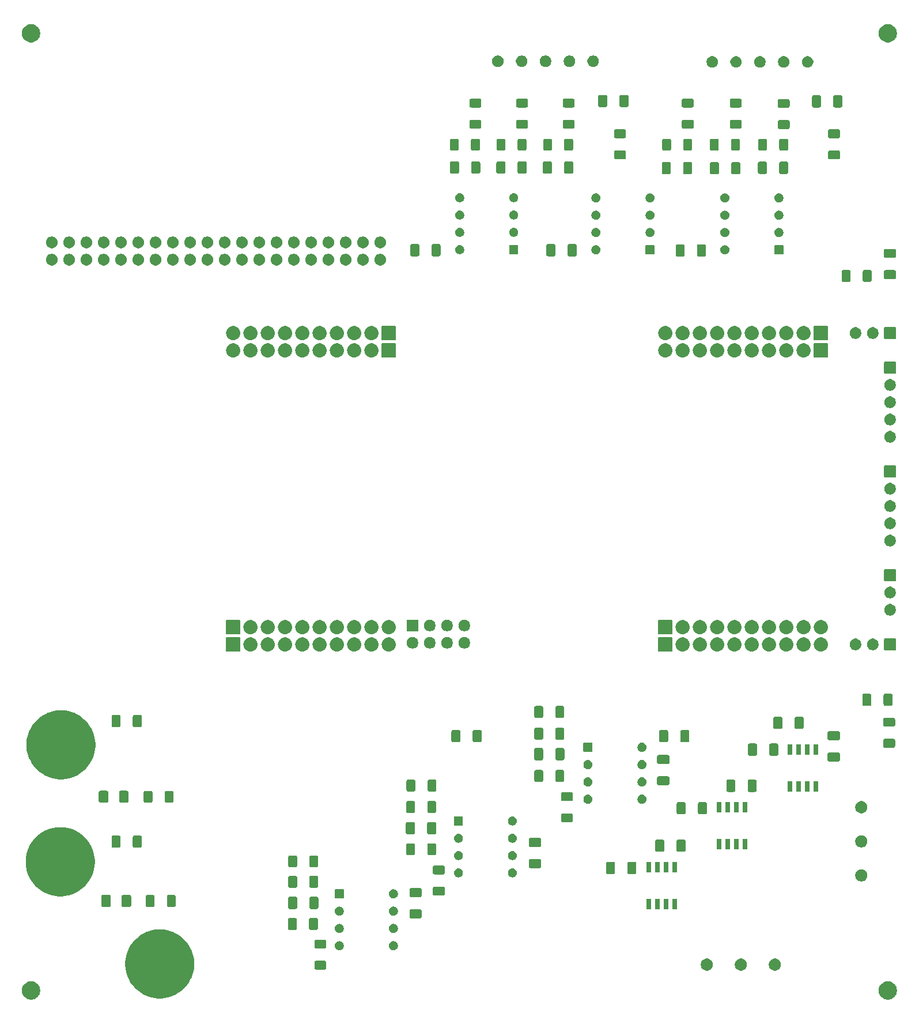
<source format=gts>
%TF.GenerationSoftware,KiCad,Pcbnew,9.0.2*%
%TF.CreationDate,2025-06-02T11:57:39-04:00*%
%TF.ProjectId,Capstone_Interfacing_PCB,43617073-746f-46e6-955f-496e74657266,v0*%
%TF.SameCoordinates,Original*%
%TF.FileFunction,Soldermask,Top*%
%TF.FilePolarity,Negative*%
%FSLAX46Y46*%
G04 Gerber Fmt 4.6, Leading zero omitted, Abs format (unit mm)*
G04 Created by KiCad (PCBNEW 9.0.2) date 2025-06-02 11:57:39*
%MOMM*%
%LPD*%
G01*
G04 APERTURE LIST*
G04 APERTURE END LIST*
G36*
X31365151Y-155537301D02*
G01*
X31566623Y-155602763D01*
X31755373Y-155698936D01*
X31926755Y-155823452D01*
X32076548Y-155973245D01*
X32201064Y-156144627D01*
X32297237Y-156333377D01*
X32362699Y-156534849D01*
X32395838Y-156744080D01*
X32395838Y-156955920D01*
X32362699Y-157165151D01*
X32297237Y-157366623D01*
X32201064Y-157555373D01*
X32076548Y-157726755D01*
X31926755Y-157876548D01*
X31755373Y-158001064D01*
X31566623Y-158097237D01*
X31365151Y-158162699D01*
X31155920Y-158195838D01*
X30944080Y-158195838D01*
X30734849Y-158162699D01*
X30533377Y-158097237D01*
X30344627Y-158001064D01*
X30173245Y-157876548D01*
X30023452Y-157726755D01*
X29898936Y-157555373D01*
X29802763Y-157366623D01*
X29737301Y-157165151D01*
X29704162Y-156955920D01*
X29704162Y-156744080D01*
X29737301Y-156534849D01*
X29802763Y-156333377D01*
X29898936Y-156144627D01*
X30023452Y-155973245D01*
X30173245Y-155823452D01*
X30344627Y-155698936D01*
X30533377Y-155602763D01*
X30734849Y-155537301D01*
X30944080Y-155504162D01*
X31155920Y-155504162D01*
X31365151Y-155537301D01*
G37*
G36*
X157265151Y-155537301D02*
G01*
X157466623Y-155602763D01*
X157655373Y-155698936D01*
X157826755Y-155823452D01*
X157976548Y-155973245D01*
X158101064Y-156144627D01*
X158197237Y-156333377D01*
X158262699Y-156534849D01*
X158295838Y-156744080D01*
X158295838Y-156955920D01*
X158262699Y-157165151D01*
X158197237Y-157366623D01*
X158101064Y-157555373D01*
X157976548Y-157726755D01*
X157826755Y-157876548D01*
X157655373Y-158001064D01*
X157466623Y-158097237D01*
X157265151Y-158162699D01*
X157055920Y-158195838D01*
X156844080Y-158195838D01*
X156634849Y-158162699D01*
X156433377Y-158097237D01*
X156244627Y-158001064D01*
X156073245Y-157876548D01*
X155923452Y-157726755D01*
X155798936Y-157555373D01*
X155702763Y-157366623D01*
X155637301Y-157165151D01*
X155604162Y-156955920D01*
X155604162Y-156744080D01*
X155637301Y-156534849D01*
X155702763Y-156333377D01*
X155798936Y-156144627D01*
X155923452Y-155973245D01*
X156073245Y-155823452D01*
X156244627Y-155698936D01*
X156433377Y-155602763D01*
X156634849Y-155537301D01*
X156844080Y-155504162D01*
X157055920Y-155504162D01*
X157265151Y-155537301D01*
G37*
G36*
X50613073Y-147913460D02*
G01*
X51049513Y-147990416D01*
X51477585Y-148105118D01*
X51894032Y-148256692D01*
X52295683Y-148443985D01*
X52679482Y-148665571D01*
X53042508Y-148919765D01*
X53381998Y-149204631D01*
X53695369Y-149518002D01*
X53980235Y-149857492D01*
X54234429Y-150220518D01*
X54456015Y-150604317D01*
X54643308Y-151005968D01*
X54794882Y-151422415D01*
X54909584Y-151850487D01*
X54986540Y-152286927D01*
X55025165Y-152728414D01*
X55025165Y-153171586D01*
X54986540Y-153613073D01*
X54909584Y-154049513D01*
X54794882Y-154477585D01*
X54643308Y-154894032D01*
X54456015Y-155295683D01*
X54234429Y-155679482D01*
X53980235Y-156042508D01*
X53695369Y-156381998D01*
X53381998Y-156695369D01*
X53042508Y-156980235D01*
X52679482Y-157234429D01*
X52295683Y-157456015D01*
X51894032Y-157643308D01*
X51477585Y-157794882D01*
X51049513Y-157909584D01*
X50613073Y-157986540D01*
X50171586Y-158025165D01*
X49728414Y-158025165D01*
X49286927Y-157986540D01*
X48850487Y-157909584D01*
X48422415Y-157794882D01*
X48005968Y-157643308D01*
X47604317Y-157456015D01*
X47220518Y-157234429D01*
X46857492Y-156980235D01*
X46518002Y-156695369D01*
X46204631Y-156381998D01*
X45919765Y-156042508D01*
X45665571Y-155679482D01*
X45443985Y-155295683D01*
X45256692Y-154894032D01*
X45105118Y-154477585D01*
X44990416Y-154049513D01*
X44913460Y-153613073D01*
X44874835Y-153171586D01*
X44874835Y-152728414D01*
X44913460Y-152286927D01*
X44990416Y-151850487D01*
X45105118Y-151422415D01*
X45256692Y-151005968D01*
X45443985Y-150604317D01*
X45665571Y-150220518D01*
X45919765Y-149857492D01*
X46204631Y-149518002D01*
X46518002Y-149204631D01*
X46857492Y-148919765D01*
X47220518Y-148665571D01*
X47604317Y-148443985D01*
X48005968Y-148256692D01*
X48422415Y-148105118D01*
X48850487Y-147990416D01*
X49286927Y-147913460D01*
X49728414Y-147874835D01*
X50171586Y-147874835D01*
X50613073Y-147913460D01*
G37*
G36*
X130611750Y-152187127D02*
G01*
X130775058Y-152254772D01*
X130922032Y-152352976D01*
X131047024Y-152477968D01*
X131145228Y-152624942D01*
X131212873Y-152788250D01*
X131247358Y-152961618D01*
X131247358Y-153138382D01*
X131212873Y-153311750D01*
X131145228Y-153475058D01*
X131047024Y-153622032D01*
X130922032Y-153747024D01*
X130775058Y-153845228D01*
X130611750Y-153912873D01*
X130438382Y-153947358D01*
X130261618Y-153947358D01*
X130088250Y-153912873D01*
X129924942Y-153845228D01*
X129777968Y-153747024D01*
X129652976Y-153622032D01*
X129554772Y-153475058D01*
X129487127Y-153311750D01*
X129452642Y-153138382D01*
X129452642Y-152961618D01*
X129487127Y-152788250D01*
X129554772Y-152624942D01*
X129652976Y-152477968D01*
X129777968Y-152352976D01*
X129924942Y-152254772D01*
X130088250Y-152187127D01*
X130261618Y-152152642D01*
X130438382Y-152152642D01*
X130611750Y-152187127D01*
G37*
G36*
X135611750Y-152187127D02*
G01*
X135775058Y-152254772D01*
X135922032Y-152352976D01*
X136047024Y-152477968D01*
X136145228Y-152624942D01*
X136212873Y-152788250D01*
X136247358Y-152961618D01*
X136247358Y-153138382D01*
X136212873Y-153311750D01*
X136145228Y-153475058D01*
X136047024Y-153622032D01*
X135922032Y-153747024D01*
X135775058Y-153845228D01*
X135611750Y-153912873D01*
X135438382Y-153947358D01*
X135261618Y-153947358D01*
X135088250Y-153912873D01*
X134924942Y-153845228D01*
X134777968Y-153747024D01*
X134652976Y-153622032D01*
X134554772Y-153475058D01*
X134487127Y-153311750D01*
X134452642Y-153138382D01*
X134452642Y-152961618D01*
X134487127Y-152788250D01*
X134554772Y-152624942D01*
X134652976Y-152477968D01*
X134777968Y-152352976D01*
X134924942Y-152254772D01*
X135088250Y-152187127D01*
X135261618Y-152152642D01*
X135438382Y-152152642D01*
X135611750Y-152187127D01*
G37*
G36*
X140611750Y-152187127D02*
G01*
X140775058Y-152254772D01*
X140922032Y-152352976D01*
X141047024Y-152477968D01*
X141145228Y-152624942D01*
X141212873Y-152788250D01*
X141247358Y-152961618D01*
X141247358Y-153138382D01*
X141212873Y-153311750D01*
X141145228Y-153475058D01*
X141047024Y-153622032D01*
X140922032Y-153747024D01*
X140775058Y-153845228D01*
X140611750Y-153912873D01*
X140438382Y-153947358D01*
X140261618Y-153947358D01*
X140088250Y-153912873D01*
X139924942Y-153845228D01*
X139777968Y-153747024D01*
X139652976Y-153622032D01*
X139554772Y-153475058D01*
X139487127Y-153311750D01*
X139452642Y-153138382D01*
X139452642Y-152961618D01*
X139487127Y-152788250D01*
X139554772Y-152624942D01*
X139652976Y-152477968D01*
X139777968Y-152352976D01*
X139924942Y-152254772D01*
X140088250Y-152187127D01*
X140261618Y-152152642D01*
X140438382Y-152152642D01*
X140611750Y-152187127D01*
G37*
G36*
X74179850Y-152490964D02*
G01*
X74230040Y-152496787D01*
X74247189Y-152504359D01*
X74270671Y-152509030D01*
X74295810Y-152525827D01*
X74315696Y-152534608D01*
X74329277Y-152548189D01*
X74351777Y-152563223D01*
X74366810Y-152585722D01*
X74380391Y-152599303D01*
X74389170Y-152619186D01*
X74405970Y-152644329D01*
X74410641Y-152667812D01*
X74418212Y-152684959D01*
X74424033Y-152735139D01*
X74425000Y-152740000D01*
X74425000Y-153540000D01*
X74424032Y-153544863D01*
X74418212Y-153595040D01*
X74410641Y-153612185D01*
X74405970Y-153635671D01*
X74389169Y-153660815D01*
X74380391Y-153680696D01*
X74366812Y-153694274D01*
X74351777Y-153716777D01*
X74329274Y-153731812D01*
X74315696Y-153745391D01*
X74295815Y-153754169D01*
X74270671Y-153770970D01*
X74247185Y-153775641D01*
X74230040Y-153783212D01*
X74179861Y-153789032D01*
X74175000Y-153790000D01*
X72925000Y-153790000D01*
X72920138Y-153789032D01*
X72869959Y-153783212D01*
X72852812Y-153775641D01*
X72829329Y-153770970D01*
X72804186Y-153754170D01*
X72784303Y-153745391D01*
X72770722Y-153731810D01*
X72748223Y-153716777D01*
X72733189Y-153694277D01*
X72719608Y-153680696D01*
X72710827Y-153660810D01*
X72694030Y-153635671D01*
X72689359Y-153612189D01*
X72681787Y-153595040D01*
X72675964Y-153544849D01*
X72675000Y-153540000D01*
X72675000Y-152740000D01*
X72675964Y-152735150D01*
X72681787Y-152684959D01*
X72689359Y-152667808D01*
X72694030Y-152644329D01*
X72710826Y-152619191D01*
X72719608Y-152599303D01*
X72733191Y-152585719D01*
X72748223Y-152563223D01*
X72770719Y-152548191D01*
X72784303Y-152534608D01*
X72804191Y-152525826D01*
X72829329Y-152509030D01*
X72852808Y-152504359D01*
X72869959Y-152496787D01*
X72920151Y-152490964D01*
X72925000Y-152490000D01*
X74175000Y-152490000D01*
X74179850Y-152490964D01*
G37*
G36*
X76543620Y-149631721D02*
G01*
X76664422Y-149681759D01*
X76773140Y-149754402D01*
X76865598Y-149846860D01*
X76938241Y-149955578D01*
X76988279Y-150076380D01*
X77013788Y-150204623D01*
X77013788Y-150335377D01*
X76988279Y-150463620D01*
X76938241Y-150584422D01*
X76865598Y-150693140D01*
X76773140Y-150785598D01*
X76664422Y-150858241D01*
X76543620Y-150908279D01*
X76415377Y-150933788D01*
X76284623Y-150933788D01*
X76156380Y-150908279D01*
X76035578Y-150858241D01*
X75926860Y-150785598D01*
X75834402Y-150693140D01*
X75761759Y-150584422D01*
X75711721Y-150463620D01*
X75686212Y-150335377D01*
X75686212Y-150204623D01*
X75711721Y-150076380D01*
X75761759Y-149955578D01*
X75834402Y-149846860D01*
X75926860Y-149754402D01*
X76035578Y-149681759D01*
X76156380Y-149631721D01*
X76284623Y-149606212D01*
X76415377Y-149606212D01*
X76543620Y-149631721D01*
G37*
G36*
X84483620Y-149631721D02*
G01*
X84604422Y-149681759D01*
X84713140Y-149754402D01*
X84805598Y-149846860D01*
X84878241Y-149955578D01*
X84928279Y-150076380D01*
X84953788Y-150204623D01*
X84953788Y-150335377D01*
X84928279Y-150463620D01*
X84878241Y-150584422D01*
X84805598Y-150693140D01*
X84713140Y-150785598D01*
X84604422Y-150858241D01*
X84483620Y-150908279D01*
X84355377Y-150933788D01*
X84224623Y-150933788D01*
X84096380Y-150908279D01*
X83975578Y-150858241D01*
X83866860Y-150785598D01*
X83774402Y-150693140D01*
X83701759Y-150584422D01*
X83651721Y-150463620D01*
X83626212Y-150335377D01*
X83626212Y-150204623D01*
X83651721Y-150076380D01*
X83701759Y-149955578D01*
X83774402Y-149846860D01*
X83866860Y-149754402D01*
X83975578Y-149681759D01*
X84096380Y-149631721D01*
X84224623Y-149606212D01*
X84355377Y-149606212D01*
X84483620Y-149631721D01*
G37*
G36*
X74179850Y-149390964D02*
G01*
X74230040Y-149396787D01*
X74247189Y-149404359D01*
X74270671Y-149409030D01*
X74295810Y-149425827D01*
X74315696Y-149434608D01*
X74329277Y-149448189D01*
X74351777Y-149463223D01*
X74366810Y-149485722D01*
X74380391Y-149499303D01*
X74389170Y-149519186D01*
X74405970Y-149544329D01*
X74410641Y-149567812D01*
X74418212Y-149584959D01*
X74424033Y-149635139D01*
X74425000Y-149640000D01*
X74425000Y-150440000D01*
X74424032Y-150444863D01*
X74418212Y-150495040D01*
X74410641Y-150512185D01*
X74405970Y-150535671D01*
X74389169Y-150560815D01*
X74380391Y-150580696D01*
X74366812Y-150594274D01*
X74351777Y-150616777D01*
X74329274Y-150631812D01*
X74315696Y-150645391D01*
X74295815Y-150654169D01*
X74270671Y-150670970D01*
X74247185Y-150675641D01*
X74230040Y-150683212D01*
X74179861Y-150689032D01*
X74175000Y-150690000D01*
X72925000Y-150690000D01*
X72920138Y-150689032D01*
X72869959Y-150683212D01*
X72852812Y-150675641D01*
X72829329Y-150670970D01*
X72804186Y-150654170D01*
X72784303Y-150645391D01*
X72770722Y-150631810D01*
X72748223Y-150616777D01*
X72733189Y-150594277D01*
X72719608Y-150580696D01*
X72710827Y-150560810D01*
X72694030Y-150535671D01*
X72689359Y-150512189D01*
X72681787Y-150495040D01*
X72675964Y-150444849D01*
X72675000Y-150440000D01*
X72675000Y-149640000D01*
X72675964Y-149635150D01*
X72681787Y-149584959D01*
X72689359Y-149567808D01*
X72694030Y-149544329D01*
X72710826Y-149519191D01*
X72719608Y-149499303D01*
X72733191Y-149485719D01*
X72748223Y-149463223D01*
X72770719Y-149448191D01*
X72784303Y-149434608D01*
X72804191Y-149425826D01*
X72829329Y-149409030D01*
X72852808Y-149404359D01*
X72869959Y-149396787D01*
X72920151Y-149390964D01*
X72925000Y-149390000D01*
X74175000Y-149390000D01*
X74179850Y-149390964D01*
G37*
G36*
X76543620Y-147091721D02*
G01*
X76664422Y-147141759D01*
X76773140Y-147214402D01*
X76865598Y-147306860D01*
X76938241Y-147415578D01*
X76988279Y-147536380D01*
X77013788Y-147664623D01*
X77013788Y-147795377D01*
X76988279Y-147923620D01*
X76938241Y-148044422D01*
X76865598Y-148153140D01*
X76773140Y-148245598D01*
X76664422Y-148318241D01*
X76543620Y-148368279D01*
X76415377Y-148393788D01*
X76284623Y-148393788D01*
X76156380Y-148368279D01*
X76035578Y-148318241D01*
X75926860Y-148245598D01*
X75834402Y-148153140D01*
X75761759Y-148044422D01*
X75711721Y-147923620D01*
X75686212Y-147795377D01*
X75686212Y-147664623D01*
X75711721Y-147536380D01*
X75761759Y-147415578D01*
X75834402Y-147306860D01*
X75926860Y-147214402D01*
X76035578Y-147141759D01*
X76156380Y-147091721D01*
X76284623Y-147066212D01*
X76415377Y-147066212D01*
X76543620Y-147091721D01*
G37*
G36*
X84483620Y-147091721D02*
G01*
X84604422Y-147141759D01*
X84713140Y-147214402D01*
X84805598Y-147306860D01*
X84878241Y-147415578D01*
X84928279Y-147536380D01*
X84953788Y-147664623D01*
X84953788Y-147795377D01*
X84928279Y-147923620D01*
X84878241Y-148044422D01*
X84805598Y-148153140D01*
X84713140Y-148245598D01*
X84604422Y-148318241D01*
X84483620Y-148368279D01*
X84355377Y-148393788D01*
X84224623Y-148393788D01*
X84096380Y-148368279D01*
X83975578Y-148318241D01*
X83866860Y-148245598D01*
X83774402Y-148153140D01*
X83701759Y-148044422D01*
X83651721Y-147923620D01*
X83626212Y-147795377D01*
X83626212Y-147664623D01*
X83651721Y-147536380D01*
X83701759Y-147415578D01*
X83774402Y-147306860D01*
X83866860Y-147214402D01*
X83975578Y-147141759D01*
X84096380Y-147091721D01*
X84224623Y-147066212D01*
X84355377Y-147066212D01*
X84483620Y-147091721D01*
G37*
G36*
X69854850Y-146215964D02*
G01*
X69905040Y-146221787D01*
X69922189Y-146229359D01*
X69945671Y-146234030D01*
X69970810Y-146250827D01*
X69990696Y-146259608D01*
X70004277Y-146273189D01*
X70026777Y-146288223D01*
X70041810Y-146310722D01*
X70055391Y-146324303D01*
X70064170Y-146344186D01*
X70080970Y-146369329D01*
X70085641Y-146392812D01*
X70093212Y-146409959D01*
X70099033Y-146460139D01*
X70100000Y-146465000D01*
X70100000Y-147715000D01*
X70099032Y-147719863D01*
X70093212Y-147770040D01*
X70085641Y-147787185D01*
X70080970Y-147810671D01*
X70064169Y-147835815D01*
X70055391Y-147855696D01*
X70041812Y-147869274D01*
X70026777Y-147891777D01*
X70004274Y-147906812D01*
X69990696Y-147920391D01*
X69970815Y-147929169D01*
X69945671Y-147945970D01*
X69922185Y-147950641D01*
X69905040Y-147958212D01*
X69854861Y-147964032D01*
X69850000Y-147965000D01*
X69050000Y-147965000D01*
X69045138Y-147964032D01*
X68994959Y-147958212D01*
X68977812Y-147950641D01*
X68954329Y-147945970D01*
X68929186Y-147929170D01*
X68909303Y-147920391D01*
X68895722Y-147906810D01*
X68873223Y-147891777D01*
X68858189Y-147869277D01*
X68844608Y-147855696D01*
X68835827Y-147835810D01*
X68819030Y-147810671D01*
X68814359Y-147787189D01*
X68806787Y-147770040D01*
X68800964Y-147719849D01*
X68800000Y-147715000D01*
X68800000Y-146465000D01*
X68800964Y-146460150D01*
X68806787Y-146409959D01*
X68814359Y-146392808D01*
X68819030Y-146369329D01*
X68835826Y-146344191D01*
X68844608Y-146324303D01*
X68858191Y-146310719D01*
X68873223Y-146288223D01*
X68895719Y-146273191D01*
X68909303Y-146259608D01*
X68929191Y-146250826D01*
X68954329Y-146234030D01*
X68977808Y-146229359D01*
X68994959Y-146221787D01*
X69045151Y-146215964D01*
X69050000Y-146215000D01*
X69850000Y-146215000D01*
X69854850Y-146215964D01*
G37*
G36*
X72954850Y-146215964D02*
G01*
X73005040Y-146221787D01*
X73022189Y-146229359D01*
X73045671Y-146234030D01*
X73070810Y-146250827D01*
X73090696Y-146259608D01*
X73104277Y-146273189D01*
X73126777Y-146288223D01*
X73141810Y-146310722D01*
X73155391Y-146324303D01*
X73164170Y-146344186D01*
X73180970Y-146369329D01*
X73185641Y-146392812D01*
X73193212Y-146409959D01*
X73199033Y-146460139D01*
X73200000Y-146465000D01*
X73200000Y-147715000D01*
X73199032Y-147719863D01*
X73193212Y-147770040D01*
X73185641Y-147787185D01*
X73180970Y-147810671D01*
X73164169Y-147835815D01*
X73155391Y-147855696D01*
X73141812Y-147869274D01*
X73126777Y-147891777D01*
X73104274Y-147906812D01*
X73090696Y-147920391D01*
X73070815Y-147929169D01*
X73045671Y-147945970D01*
X73022185Y-147950641D01*
X73005040Y-147958212D01*
X72954861Y-147964032D01*
X72950000Y-147965000D01*
X72150000Y-147965000D01*
X72145138Y-147964032D01*
X72094959Y-147958212D01*
X72077812Y-147950641D01*
X72054329Y-147945970D01*
X72029186Y-147929170D01*
X72009303Y-147920391D01*
X71995722Y-147906810D01*
X71973223Y-147891777D01*
X71958189Y-147869277D01*
X71944608Y-147855696D01*
X71935827Y-147835810D01*
X71919030Y-147810671D01*
X71914359Y-147787189D01*
X71906787Y-147770040D01*
X71900964Y-147719849D01*
X71900000Y-147715000D01*
X71900000Y-146465000D01*
X71900964Y-146460150D01*
X71906787Y-146409959D01*
X71914359Y-146392808D01*
X71919030Y-146369329D01*
X71935826Y-146344191D01*
X71944608Y-146324303D01*
X71958191Y-146310719D01*
X71973223Y-146288223D01*
X71995719Y-146273191D01*
X72009303Y-146259608D01*
X72029191Y-146250826D01*
X72054329Y-146234030D01*
X72077808Y-146229359D01*
X72094959Y-146221787D01*
X72145151Y-146215964D01*
X72150000Y-146215000D01*
X72950000Y-146215000D01*
X72954850Y-146215964D01*
G37*
G36*
X88204850Y-144950964D02*
G01*
X88255040Y-144956787D01*
X88272189Y-144964359D01*
X88295671Y-144969030D01*
X88320810Y-144985827D01*
X88340696Y-144994608D01*
X88354277Y-145008189D01*
X88376777Y-145023223D01*
X88391810Y-145045722D01*
X88405391Y-145059303D01*
X88414170Y-145079186D01*
X88430970Y-145104329D01*
X88435641Y-145127812D01*
X88443212Y-145144959D01*
X88449033Y-145195139D01*
X88450000Y-145200000D01*
X88450000Y-146025000D01*
X88449032Y-146029863D01*
X88443212Y-146080040D01*
X88435641Y-146097185D01*
X88430970Y-146120671D01*
X88414169Y-146145815D01*
X88405391Y-146165696D01*
X88391812Y-146179274D01*
X88376777Y-146201777D01*
X88354274Y-146216812D01*
X88340696Y-146230391D01*
X88320815Y-146239169D01*
X88295671Y-146255970D01*
X88272185Y-146260641D01*
X88255040Y-146268212D01*
X88204861Y-146274032D01*
X88200000Y-146275000D01*
X86900000Y-146275000D01*
X86895138Y-146274032D01*
X86844959Y-146268212D01*
X86827812Y-146260641D01*
X86804329Y-146255970D01*
X86779186Y-146239170D01*
X86759303Y-146230391D01*
X86745722Y-146216810D01*
X86723223Y-146201777D01*
X86708189Y-146179277D01*
X86694608Y-146165696D01*
X86685827Y-146145810D01*
X86669030Y-146120671D01*
X86664359Y-146097189D01*
X86656787Y-146080040D01*
X86650964Y-146029849D01*
X86650000Y-146025000D01*
X86650000Y-145200000D01*
X86650964Y-145195150D01*
X86656787Y-145144959D01*
X86664359Y-145127808D01*
X86669030Y-145104329D01*
X86685826Y-145079191D01*
X86694608Y-145059303D01*
X86708191Y-145045719D01*
X86723223Y-145023223D01*
X86745719Y-145008191D01*
X86759303Y-144994608D01*
X86779191Y-144985826D01*
X86804329Y-144969030D01*
X86827808Y-144964359D01*
X86844959Y-144956787D01*
X86895151Y-144950964D01*
X86900000Y-144950000D01*
X88200000Y-144950000D01*
X88204850Y-144950964D01*
G37*
G36*
X76543620Y-144551721D02*
G01*
X76664422Y-144601759D01*
X76773140Y-144674402D01*
X76865598Y-144766860D01*
X76938241Y-144875578D01*
X76988279Y-144996380D01*
X77013788Y-145124623D01*
X77013788Y-145255377D01*
X76988279Y-145383620D01*
X76938241Y-145504422D01*
X76865598Y-145613140D01*
X76773140Y-145705598D01*
X76664422Y-145778241D01*
X76543620Y-145828279D01*
X76415377Y-145853788D01*
X76284623Y-145853788D01*
X76156380Y-145828279D01*
X76035578Y-145778241D01*
X75926860Y-145705598D01*
X75834402Y-145613140D01*
X75761759Y-145504422D01*
X75711721Y-145383620D01*
X75686212Y-145255377D01*
X75686212Y-145124623D01*
X75711721Y-144996380D01*
X75761759Y-144875578D01*
X75834402Y-144766860D01*
X75926860Y-144674402D01*
X76035578Y-144601759D01*
X76156380Y-144551721D01*
X76284623Y-144526212D01*
X76415377Y-144526212D01*
X76543620Y-144551721D01*
G37*
G36*
X84483620Y-144551721D02*
G01*
X84604422Y-144601759D01*
X84713140Y-144674402D01*
X84805598Y-144766860D01*
X84878241Y-144875578D01*
X84928279Y-144996380D01*
X84953788Y-145124623D01*
X84953788Y-145255377D01*
X84928279Y-145383620D01*
X84878241Y-145504422D01*
X84805598Y-145613140D01*
X84713140Y-145705598D01*
X84604422Y-145778241D01*
X84483620Y-145828279D01*
X84355377Y-145853788D01*
X84224623Y-145853788D01*
X84096380Y-145828279D01*
X83975578Y-145778241D01*
X83866860Y-145705598D01*
X83774402Y-145613140D01*
X83701759Y-145504422D01*
X83651721Y-145383620D01*
X83626212Y-145255377D01*
X83626212Y-145124623D01*
X83651721Y-144996380D01*
X83701759Y-144875578D01*
X83774402Y-144766860D01*
X83866860Y-144674402D01*
X83975578Y-144601759D01*
X84096380Y-144551721D01*
X84224623Y-144526212D01*
X84355377Y-144526212D01*
X84483620Y-144551721D01*
G37*
G36*
X122142500Y-144935500D02*
G01*
X121492500Y-144935500D01*
X121492500Y-143410500D01*
X122142500Y-143410500D01*
X122142500Y-144935500D01*
G37*
G36*
X123412500Y-144935500D02*
G01*
X122762500Y-144935500D01*
X122762500Y-143410500D01*
X123412500Y-143410500D01*
X123412500Y-144935500D01*
G37*
G36*
X124682500Y-144935500D02*
G01*
X124032500Y-144935500D01*
X124032500Y-143410500D01*
X124682500Y-143410500D01*
X124682500Y-144935500D01*
G37*
G36*
X125952500Y-144935500D02*
G01*
X125302500Y-144935500D01*
X125302500Y-143410500D01*
X125952500Y-143410500D01*
X125952500Y-144935500D01*
G37*
G36*
X69904850Y-143090964D02*
G01*
X69955040Y-143096787D01*
X69972189Y-143104359D01*
X69995671Y-143109030D01*
X70020810Y-143125827D01*
X70040696Y-143134608D01*
X70054277Y-143148189D01*
X70076777Y-143163223D01*
X70091810Y-143185722D01*
X70105391Y-143199303D01*
X70114170Y-143219186D01*
X70130970Y-143244329D01*
X70135641Y-143267812D01*
X70143212Y-143284959D01*
X70149033Y-143335139D01*
X70150000Y-143340000D01*
X70150000Y-144640000D01*
X70149032Y-144644863D01*
X70143212Y-144695040D01*
X70135641Y-144712185D01*
X70130970Y-144735671D01*
X70114169Y-144760815D01*
X70105391Y-144780696D01*
X70091812Y-144794274D01*
X70076777Y-144816777D01*
X70054274Y-144831812D01*
X70040696Y-144845391D01*
X70020815Y-144854169D01*
X69995671Y-144870970D01*
X69972185Y-144875641D01*
X69955040Y-144883212D01*
X69904861Y-144889032D01*
X69900000Y-144890000D01*
X69075000Y-144890000D01*
X69070138Y-144889032D01*
X69019959Y-144883212D01*
X69002812Y-144875641D01*
X68979329Y-144870970D01*
X68954186Y-144854170D01*
X68934303Y-144845391D01*
X68920722Y-144831810D01*
X68898223Y-144816777D01*
X68883189Y-144794277D01*
X68869608Y-144780696D01*
X68860827Y-144760810D01*
X68844030Y-144735671D01*
X68839359Y-144712189D01*
X68831787Y-144695040D01*
X68825964Y-144644849D01*
X68825000Y-144640000D01*
X68825000Y-143340000D01*
X68825964Y-143335150D01*
X68831787Y-143284959D01*
X68839359Y-143267808D01*
X68844030Y-143244329D01*
X68860826Y-143219191D01*
X68869608Y-143199303D01*
X68883191Y-143185719D01*
X68898223Y-143163223D01*
X68920719Y-143148191D01*
X68934303Y-143134608D01*
X68954191Y-143125826D01*
X68979329Y-143109030D01*
X69002808Y-143104359D01*
X69019959Y-143096787D01*
X69070151Y-143090964D01*
X69075000Y-143090000D01*
X69900000Y-143090000D01*
X69904850Y-143090964D01*
G37*
G36*
X73029850Y-143090964D02*
G01*
X73080040Y-143096787D01*
X73097189Y-143104359D01*
X73120671Y-143109030D01*
X73145810Y-143125827D01*
X73165696Y-143134608D01*
X73179277Y-143148189D01*
X73201777Y-143163223D01*
X73216810Y-143185722D01*
X73230391Y-143199303D01*
X73239170Y-143219186D01*
X73255970Y-143244329D01*
X73260641Y-143267812D01*
X73268212Y-143284959D01*
X73274033Y-143335139D01*
X73275000Y-143340000D01*
X73275000Y-144640000D01*
X73274032Y-144644863D01*
X73268212Y-144695040D01*
X73260641Y-144712185D01*
X73255970Y-144735671D01*
X73239169Y-144760815D01*
X73230391Y-144780696D01*
X73216812Y-144794274D01*
X73201777Y-144816777D01*
X73179274Y-144831812D01*
X73165696Y-144845391D01*
X73145815Y-144854169D01*
X73120671Y-144870970D01*
X73097185Y-144875641D01*
X73080040Y-144883212D01*
X73029861Y-144889032D01*
X73025000Y-144890000D01*
X72200000Y-144890000D01*
X72195138Y-144889032D01*
X72144959Y-144883212D01*
X72127812Y-144875641D01*
X72104329Y-144870970D01*
X72079186Y-144854170D01*
X72059303Y-144845391D01*
X72045722Y-144831810D01*
X72023223Y-144816777D01*
X72008189Y-144794277D01*
X71994608Y-144780696D01*
X71985827Y-144760810D01*
X71969030Y-144735671D01*
X71964359Y-144712189D01*
X71956787Y-144695040D01*
X71950964Y-144644849D01*
X71950000Y-144640000D01*
X71950000Y-143340000D01*
X71950964Y-143335150D01*
X71956787Y-143284959D01*
X71964359Y-143267808D01*
X71969030Y-143244329D01*
X71985826Y-143219191D01*
X71994608Y-143199303D01*
X72008191Y-143185719D01*
X72023223Y-143163223D01*
X72045719Y-143148191D01*
X72059303Y-143134608D01*
X72079191Y-143125826D01*
X72104329Y-143109030D01*
X72127808Y-143104359D01*
X72144959Y-143096787D01*
X72195151Y-143090964D01*
X72200000Y-143090000D01*
X73025000Y-143090000D01*
X73029850Y-143090964D01*
G37*
G36*
X42536098Y-142825964D02*
G01*
X42586290Y-142831787D01*
X42603439Y-142839359D01*
X42626920Y-142844030D01*
X42652057Y-142860826D01*
X42671945Y-142869608D01*
X42685528Y-142883191D01*
X42708026Y-142898224D01*
X42723058Y-142920721D01*
X42736641Y-142934304D01*
X42745421Y-142954189D01*
X42762220Y-142979330D01*
X42766890Y-143002811D01*
X42774462Y-143019959D01*
X42780286Y-143070163D01*
X42781249Y-143075002D01*
X42781249Y-143078458D01*
X42781250Y-143078467D01*
X42781250Y-144321532D01*
X42781250Y-144324999D01*
X42780284Y-144329851D01*
X42774462Y-144380040D01*
X42766891Y-144397185D01*
X42762220Y-144420670D01*
X42745420Y-144445812D01*
X42736641Y-144465695D01*
X42723060Y-144479275D01*
X42708026Y-144501776D01*
X42685525Y-144516810D01*
X42671945Y-144530391D01*
X42652062Y-144539170D01*
X42626920Y-144555970D01*
X42603437Y-144560640D01*
X42586290Y-144568212D01*
X42536086Y-144574036D01*
X42531248Y-144574999D01*
X42527791Y-144574999D01*
X42527783Y-144575000D01*
X41609717Y-144575000D01*
X41609716Y-144574999D01*
X41606251Y-144575000D01*
X41601399Y-144574035D01*
X41551209Y-144568212D01*
X41534062Y-144560640D01*
X41510580Y-144555970D01*
X41485439Y-144539171D01*
X41465554Y-144530391D01*
X41451971Y-144516808D01*
X41429474Y-144501776D01*
X41414441Y-144479278D01*
X41400858Y-144465695D01*
X41392076Y-144445807D01*
X41375280Y-144420670D01*
X41370610Y-144397191D01*
X41363037Y-144380040D01*
X41357213Y-144329836D01*
X41356251Y-144324998D01*
X41356250Y-144321540D01*
X41356250Y-144321532D01*
X41356250Y-143078467D01*
X41356250Y-143078465D01*
X41356250Y-143075001D01*
X41357214Y-143070151D01*
X41363037Y-143019959D01*
X41370609Y-143002808D01*
X41375280Y-142979330D01*
X41392075Y-142954193D01*
X41400858Y-142934304D01*
X41414443Y-142920718D01*
X41429474Y-142898224D01*
X41451968Y-142883193D01*
X41465554Y-142869608D01*
X41485443Y-142860825D01*
X41510580Y-142844030D01*
X41534057Y-142839360D01*
X41551209Y-142831787D01*
X41601415Y-142825963D01*
X41606252Y-142825001D01*
X41609708Y-142825000D01*
X41609717Y-142825000D01*
X42527783Y-142825000D01*
X42531249Y-142825000D01*
X42536098Y-142825964D01*
G37*
G36*
X45511098Y-142825964D02*
G01*
X45561290Y-142831787D01*
X45578439Y-142839359D01*
X45601920Y-142844030D01*
X45627057Y-142860826D01*
X45646945Y-142869608D01*
X45660528Y-142883191D01*
X45683026Y-142898224D01*
X45698058Y-142920721D01*
X45711641Y-142934304D01*
X45720421Y-142954189D01*
X45737220Y-142979330D01*
X45741890Y-143002811D01*
X45749462Y-143019959D01*
X45755286Y-143070163D01*
X45756249Y-143075002D01*
X45756249Y-143078458D01*
X45756250Y-143078467D01*
X45756250Y-144321532D01*
X45756250Y-144324999D01*
X45755284Y-144329851D01*
X45749462Y-144380040D01*
X45741891Y-144397185D01*
X45737220Y-144420670D01*
X45720420Y-144445812D01*
X45711641Y-144465695D01*
X45698060Y-144479275D01*
X45683026Y-144501776D01*
X45660525Y-144516810D01*
X45646945Y-144530391D01*
X45627062Y-144539170D01*
X45601920Y-144555970D01*
X45578437Y-144560640D01*
X45561290Y-144568212D01*
X45511086Y-144574036D01*
X45506248Y-144574999D01*
X45502791Y-144574999D01*
X45502783Y-144575000D01*
X44584717Y-144575000D01*
X44584716Y-144574999D01*
X44581251Y-144575000D01*
X44576399Y-144574035D01*
X44526209Y-144568212D01*
X44509062Y-144560640D01*
X44485580Y-144555970D01*
X44460439Y-144539171D01*
X44440554Y-144530391D01*
X44426971Y-144516808D01*
X44404474Y-144501776D01*
X44389441Y-144479278D01*
X44375858Y-144465695D01*
X44367076Y-144445807D01*
X44350280Y-144420670D01*
X44345610Y-144397191D01*
X44338037Y-144380040D01*
X44332213Y-144329836D01*
X44331251Y-144324998D01*
X44331250Y-144321540D01*
X44331250Y-144321532D01*
X44331250Y-143078467D01*
X44331250Y-143078465D01*
X44331250Y-143075001D01*
X44332214Y-143070151D01*
X44338037Y-143019959D01*
X44345609Y-143002808D01*
X44350280Y-142979330D01*
X44367075Y-142954193D01*
X44375858Y-142934304D01*
X44389443Y-142920718D01*
X44404474Y-142898224D01*
X44426968Y-142883193D01*
X44440554Y-142869608D01*
X44460443Y-142860825D01*
X44485580Y-142844030D01*
X44509057Y-142839360D01*
X44526209Y-142831787D01*
X44576415Y-142825963D01*
X44581252Y-142825001D01*
X44584708Y-142825000D01*
X44584717Y-142825000D01*
X45502783Y-142825000D01*
X45506249Y-142825000D01*
X45511098Y-142825964D01*
G37*
G36*
X48961100Y-142825964D02*
G01*
X49011290Y-142831787D01*
X49028439Y-142839359D01*
X49051921Y-142844030D01*
X49077060Y-142860827D01*
X49096946Y-142869608D01*
X49110527Y-142883189D01*
X49133027Y-142898223D01*
X49148060Y-142920722D01*
X49161641Y-142934303D01*
X49170420Y-142954186D01*
X49187220Y-142979329D01*
X49191891Y-143002812D01*
X49199462Y-143019959D01*
X49205283Y-143070139D01*
X49206250Y-143075000D01*
X49206250Y-144325000D01*
X49205282Y-144329863D01*
X49199462Y-144380040D01*
X49191891Y-144397185D01*
X49187220Y-144420671D01*
X49170419Y-144445815D01*
X49161641Y-144465696D01*
X49148062Y-144479274D01*
X49133027Y-144501777D01*
X49110524Y-144516812D01*
X49096946Y-144530391D01*
X49077065Y-144539169D01*
X49051921Y-144555970D01*
X49028435Y-144560641D01*
X49011290Y-144568212D01*
X48961111Y-144574032D01*
X48956250Y-144575000D01*
X48156250Y-144575000D01*
X48151388Y-144574032D01*
X48101209Y-144568212D01*
X48084062Y-144560641D01*
X48060579Y-144555970D01*
X48035436Y-144539170D01*
X48015553Y-144530391D01*
X48001972Y-144516810D01*
X47979473Y-144501777D01*
X47964439Y-144479277D01*
X47950858Y-144465696D01*
X47942077Y-144445810D01*
X47925280Y-144420671D01*
X47920609Y-144397189D01*
X47913037Y-144380040D01*
X47907214Y-144329849D01*
X47906250Y-144325000D01*
X47906250Y-143075000D01*
X47907214Y-143070150D01*
X47913037Y-143019959D01*
X47920609Y-143002808D01*
X47925280Y-142979329D01*
X47942076Y-142954191D01*
X47950858Y-142934303D01*
X47964441Y-142920719D01*
X47979473Y-142898223D01*
X48001969Y-142883191D01*
X48015553Y-142869608D01*
X48035441Y-142860826D01*
X48060579Y-142844030D01*
X48084058Y-142839359D01*
X48101209Y-142831787D01*
X48151401Y-142825964D01*
X48156250Y-142825000D01*
X48956250Y-142825000D01*
X48961100Y-142825964D01*
G37*
G36*
X52061100Y-142825964D02*
G01*
X52111290Y-142831787D01*
X52128439Y-142839359D01*
X52151921Y-142844030D01*
X52177060Y-142860827D01*
X52196946Y-142869608D01*
X52210527Y-142883189D01*
X52233027Y-142898223D01*
X52248060Y-142920722D01*
X52261641Y-142934303D01*
X52270420Y-142954186D01*
X52287220Y-142979329D01*
X52291891Y-143002812D01*
X52299462Y-143019959D01*
X52305283Y-143070139D01*
X52306250Y-143075000D01*
X52306250Y-144325000D01*
X52305282Y-144329863D01*
X52299462Y-144380040D01*
X52291891Y-144397185D01*
X52287220Y-144420671D01*
X52270419Y-144445815D01*
X52261641Y-144465696D01*
X52248062Y-144479274D01*
X52233027Y-144501777D01*
X52210524Y-144516812D01*
X52196946Y-144530391D01*
X52177065Y-144539169D01*
X52151921Y-144555970D01*
X52128435Y-144560641D01*
X52111290Y-144568212D01*
X52061111Y-144574032D01*
X52056250Y-144575000D01*
X51256250Y-144575000D01*
X51251388Y-144574032D01*
X51201209Y-144568212D01*
X51184062Y-144560641D01*
X51160579Y-144555970D01*
X51135436Y-144539170D01*
X51115553Y-144530391D01*
X51101972Y-144516810D01*
X51079473Y-144501777D01*
X51064439Y-144479277D01*
X51050858Y-144465696D01*
X51042077Y-144445810D01*
X51025280Y-144420671D01*
X51020609Y-144397189D01*
X51013037Y-144380040D01*
X51007214Y-144329849D01*
X51006250Y-144325000D01*
X51006250Y-143075000D01*
X51007214Y-143070150D01*
X51013037Y-143019959D01*
X51020609Y-143002808D01*
X51025280Y-142979329D01*
X51042076Y-142954191D01*
X51050858Y-142934303D01*
X51064441Y-142920719D01*
X51079473Y-142898223D01*
X51101969Y-142883191D01*
X51115553Y-142869608D01*
X51135441Y-142860826D01*
X51160579Y-142844030D01*
X51184058Y-142839359D01*
X51201209Y-142831787D01*
X51251401Y-142825964D01*
X51256250Y-142825000D01*
X52056250Y-142825000D01*
X52061100Y-142825964D01*
G37*
G36*
X76954034Y-141990764D02*
G01*
X76987125Y-142012875D01*
X77009236Y-142045966D01*
X77017000Y-142085000D01*
X77017000Y-143215000D01*
X77009236Y-143254034D01*
X76987125Y-143287125D01*
X76954034Y-143309236D01*
X76915000Y-143317000D01*
X75785000Y-143317000D01*
X75745966Y-143309236D01*
X75712875Y-143287125D01*
X75690764Y-143254034D01*
X75683000Y-143215000D01*
X75683000Y-142085000D01*
X75690764Y-142045966D01*
X75712875Y-142012875D01*
X75745966Y-141990764D01*
X75785000Y-141983000D01*
X76915000Y-141983000D01*
X76954034Y-141990764D01*
G37*
G36*
X84483620Y-142011721D02*
G01*
X84604422Y-142061759D01*
X84713140Y-142134402D01*
X84805598Y-142226860D01*
X84878241Y-142335578D01*
X84928279Y-142456380D01*
X84953788Y-142584623D01*
X84953788Y-142715377D01*
X84928279Y-142843620D01*
X84878241Y-142964422D01*
X84805598Y-143073140D01*
X84713140Y-143165598D01*
X84604422Y-143238241D01*
X84483620Y-143288279D01*
X84355377Y-143313788D01*
X84224623Y-143313788D01*
X84096380Y-143288279D01*
X83975578Y-143238241D01*
X83866860Y-143165598D01*
X83774402Y-143073140D01*
X83701759Y-142964422D01*
X83651721Y-142843620D01*
X83626212Y-142715377D01*
X83626212Y-142584623D01*
X83651721Y-142456380D01*
X83701759Y-142335578D01*
X83774402Y-142226860D01*
X83866860Y-142134402D01*
X83975578Y-142061759D01*
X84096380Y-142011721D01*
X84224623Y-141986212D01*
X84355377Y-141986212D01*
X84483620Y-142011721D01*
G37*
G36*
X88204850Y-141825964D02*
G01*
X88255040Y-141831787D01*
X88272189Y-141839359D01*
X88295671Y-141844030D01*
X88320810Y-141860827D01*
X88340696Y-141869608D01*
X88354277Y-141883189D01*
X88376777Y-141898223D01*
X88391810Y-141920722D01*
X88405391Y-141934303D01*
X88414170Y-141954186D01*
X88430970Y-141979329D01*
X88435641Y-142002812D01*
X88443212Y-142019959D01*
X88449033Y-142070139D01*
X88450000Y-142075000D01*
X88450000Y-142900000D01*
X88449032Y-142904863D01*
X88443212Y-142955040D01*
X88435641Y-142972185D01*
X88430970Y-142995671D01*
X88414169Y-143020815D01*
X88405391Y-143040696D01*
X88391812Y-143054274D01*
X88376777Y-143076777D01*
X88354274Y-143091812D01*
X88340696Y-143105391D01*
X88320815Y-143114169D01*
X88295671Y-143130970D01*
X88272185Y-143135641D01*
X88255040Y-143143212D01*
X88204861Y-143149032D01*
X88200000Y-143150000D01*
X86900000Y-143150000D01*
X86895138Y-143149032D01*
X86844959Y-143143212D01*
X86827812Y-143135641D01*
X86804329Y-143130970D01*
X86779186Y-143114170D01*
X86759303Y-143105391D01*
X86745722Y-143091810D01*
X86723223Y-143076777D01*
X86708189Y-143054277D01*
X86694608Y-143040696D01*
X86685827Y-143020810D01*
X86669030Y-142995671D01*
X86664359Y-142972189D01*
X86656787Y-142955040D01*
X86650964Y-142904849D01*
X86650000Y-142900000D01*
X86650000Y-142075000D01*
X86650964Y-142070150D01*
X86656787Y-142019959D01*
X86664359Y-142002808D01*
X86669030Y-141979329D01*
X86685826Y-141954191D01*
X86694608Y-141934303D01*
X86708191Y-141920719D01*
X86723223Y-141898223D01*
X86745719Y-141883191D01*
X86759303Y-141869608D01*
X86779191Y-141860826D01*
X86804329Y-141844030D01*
X86827808Y-141839359D01*
X86844959Y-141831787D01*
X86895151Y-141825964D01*
X86900000Y-141825000D01*
X88200000Y-141825000D01*
X88204850Y-141825964D01*
G37*
G36*
X36013073Y-132913460D02*
G01*
X36449513Y-132990416D01*
X36877585Y-133105118D01*
X37294032Y-133256692D01*
X37695683Y-133443985D01*
X38079482Y-133665571D01*
X38442508Y-133919765D01*
X38781998Y-134204631D01*
X39095369Y-134518002D01*
X39380235Y-134857492D01*
X39634429Y-135220518D01*
X39856015Y-135604317D01*
X40043308Y-136005968D01*
X40194882Y-136422415D01*
X40309584Y-136850487D01*
X40386540Y-137286927D01*
X40425165Y-137728414D01*
X40425165Y-138171586D01*
X40386540Y-138613073D01*
X40309584Y-139049513D01*
X40194882Y-139477585D01*
X40043308Y-139894032D01*
X39856015Y-140295683D01*
X39634429Y-140679482D01*
X39380235Y-141042508D01*
X39095369Y-141381998D01*
X38781998Y-141695369D01*
X38442508Y-141980235D01*
X38079482Y-142234429D01*
X37695683Y-142456015D01*
X37294032Y-142643308D01*
X36877585Y-142794882D01*
X36449513Y-142909584D01*
X36013073Y-142986540D01*
X35571586Y-143025165D01*
X35128414Y-143025165D01*
X34686927Y-142986540D01*
X34250487Y-142909584D01*
X33822415Y-142794882D01*
X33405968Y-142643308D01*
X33004317Y-142456015D01*
X32620518Y-142234429D01*
X32257492Y-141980235D01*
X31918002Y-141695369D01*
X31604631Y-141381998D01*
X31319765Y-141042508D01*
X31065571Y-140679482D01*
X30843985Y-140295683D01*
X30656692Y-139894032D01*
X30505118Y-139477585D01*
X30390416Y-139049513D01*
X30313460Y-138613073D01*
X30274835Y-138171586D01*
X30274835Y-137728414D01*
X30313460Y-137286927D01*
X30390416Y-136850487D01*
X30505118Y-136422415D01*
X30656692Y-136005968D01*
X30843985Y-135604317D01*
X31065571Y-135220518D01*
X31319765Y-134857492D01*
X31604631Y-134518002D01*
X31918002Y-134204631D01*
X32257492Y-133919765D01*
X32620518Y-133665571D01*
X33004317Y-133443985D01*
X33405968Y-133256692D01*
X33822415Y-133105118D01*
X34250487Y-132990416D01*
X34686927Y-132913460D01*
X35128414Y-132874835D01*
X35571586Y-132874835D01*
X36013073Y-132913460D01*
G37*
G36*
X91599850Y-141610964D02*
G01*
X91650040Y-141616787D01*
X91667189Y-141624359D01*
X91690671Y-141629030D01*
X91715810Y-141645827D01*
X91735696Y-141654608D01*
X91749277Y-141668189D01*
X91771777Y-141683223D01*
X91786810Y-141705722D01*
X91800391Y-141719303D01*
X91809170Y-141739186D01*
X91825970Y-141764329D01*
X91830641Y-141787812D01*
X91838212Y-141804959D01*
X91844033Y-141855139D01*
X91845000Y-141860000D01*
X91845000Y-142660000D01*
X91844032Y-142664863D01*
X91838212Y-142715040D01*
X91830641Y-142732185D01*
X91825970Y-142755671D01*
X91809169Y-142780815D01*
X91800391Y-142800696D01*
X91786812Y-142814274D01*
X91771777Y-142836777D01*
X91749274Y-142851812D01*
X91735696Y-142865391D01*
X91715815Y-142874169D01*
X91690671Y-142890970D01*
X91667185Y-142895641D01*
X91650040Y-142903212D01*
X91599861Y-142909032D01*
X91595000Y-142910000D01*
X90345000Y-142910000D01*
X90340138Y-142909032D01*
X90289959Y-142903212D01*
X90272812Y-142895641D01*
X90249329Y-142890970D01*
X90224186Y-142874170D01*
X90204303Y-142865391D01*
X90190722Y-142851810D01*
X90168223Y-142836777D01*
X90153189Y-142814277D01*
X90139608Y-142800696D01*
X90130827Y-142780810D01*
X90114030Y-142755671D01*
X90109359Y-142732189D01*
X90101787Y-142715040D01*
X90095964Y-142664849D01*
X90095000Y-142660000D01*
X90095000Y-141860000D01*
X90095964Y-141855150D01*
X90101787Y-141804959D01*
X90109359Y-141787808D01*
X90114030Y-141764329D01*
X90130826Y-141739191D01*
X90139608Y-141719303D01*
X90153191Y-141705719D01*
X90168223Y-141683223D01*
X90190719Y-141668191D01*
X90204303Y-141654608D01*
X90224191Y-141645826D01*
X90249329Y-141629030D01*
X90272808Y-141624359D01*
X90289959Y-141616787D01*
X90340151Y-141610964D01*
X90345000Y-141610000D01*
X91595000Y-141610000D01*
X91599850Y-141610964D01*
G37*
G36*
X69904850Y-140015964D02*
G01*
X69955040Y-140021787D01*
X69972189Y-140029359D01*
X69995671Y-140034030D01*
X70020810Y-140050827D01*
X70040696Y-140059608D01*
X70054277Y-140073189D01*
X70076777Y-140088223D01*
X70091810Y-140110722D01*
X70105391Y-140124303D01*
X70114170Y-140144186D01*
X70130970Y-140169329D01*
X70135641Y-140192812D01*
X70143212Y-140209959D01*
X70149033Y-140260139D01*
X70150000Y-140265000D01*
X70150000Y-141515000D01*
X70149032Y-141519863D01*
X70143212Y-141570040D01*
X70135641Y-141587185D01*
X70130970Y-141610671D01*
X70114169Y-141635815D01*
X70105391Y-141655696D01*
X70091812Y-141669274D01*
X70076777Y-141691777D01*
X70054274Y-141706812D01*
X70040696Y-141720391D01*
X70020815Y-141729169D01*
X69995671Y-141745970D01*
X69972185Y-141750641D01*
X69955040Y-141758212D01*
X69904861Y-141764032D01*
X69900000Y-141765000D01*
X69100000Y-141765000D01*
X69095138Y-141764032D01*
X69044959Y-141758212D01*
X69027812Y-141750641D01*
X69004329Y-141745970D01*
X68979186Y-141729170D01*
X68959303Y-141720391D01*
X68945722Y-141706810D01*
X68923223Y-141691777D01*
X68908189Y-141669277D01*
X68894608Y-141655696D01*
X68885827Y-141635810D01*
X68869030Y-141610671D01*
X68864359Y-141587189D01*
X68856787Y-141570040D01*
X68850964Y-141519849D01*
X68850000Y-141515000D01*
X68850000Y-140265000D01*
X68850964Y-140260150D01*
X68856787Y-140209959D01*
X68864359Y-140192808D01*
X68869030Y-140169329D01*
X68885826Y-140144191D01*
X68894608Y-140124303D01*
X68908191Y-140110719D01*
X68923223Y-140088223D01*
X68945719Y-140073191D01*
X68959303Y-140059608D01*
X68979191Y-140050826D01*
X69004329Y-140034030D01*
X69027808Y-140029359D01*
X69044959Y-140021787D01*
X69095151Y-140015964D01*
X69100000Y-140015000D01*
X69900000Y-140015000D01*
X69904850Y-140015964D01*
G37*
G36*
X73004850Y-140015964D02*
G01*
X73055040Y-140021787D01*
X73072189Y-140029359D01*
X73095671Y-140034030D01*
X73120810Y-140050827D01*
X73140696Y-140059608D01*
X73154277Y-140073189D01*
X73176777Y-140088223D01*
X73191810Y-140110722D01*
X73205391Y-140124303D01*
X73214170Y-140144186D01*
X73230970Y-140169329D01*
X73235641Y-140192812D01*
X73243212Y-140209959D01*
X73249033Y-140260139D01*
X73250000Y-140265000D01*
X73250000Y-141515000D01*
X73249032Y-141519863D01*
X73243212Y-141570040D01*
X73235641Y-141587185D01*
X73230970Y-141610671D01*
X73214169Y-141635815D01*
X73205391Y-141655696D01*
X73191812Y-141669274D01*
X73176777Y-141691777D01*
X73154274Y-141706812D01*
X73140696Y-141720391D01*
X73120815Y-141729169D01*
X73095671Y-141745970D01*
X73072185Y-141750641D01*
X73055040Y-141758212D01*
X73004861Y-141764032D01*
X73000000Y-141765000D01*
X72200000Y-141765000D01*
X72195138Y-141764032D01*
X72144959Y-141758212D01*
X72127812Y-141750641D01*
X72104329Y-141745970D01*
X72079186Y-141729170D01*
X72059303Y-141720391D01*
X72045722Y-141706810D01*
X72023223Y-141691777D01*
X72008189Y-141669277D01*
X71994608Y-141655696D01*
X71985827Y-141635810D01*
X71969030Y-141610671D01*
X71964359Y-141587189D01*
X71956787Y-141570040D01*
X71950964Y-141519849D01*
X71950000Y-141515000D01*
X71950000Y-140265000D01*
X71950964Y-140260150D01*
X71956787Y-140209959D01*
X71964359Y-140192808D01*
X71969030Y-140169329D01*
X71985826Y-140144191D01*
X71994608Y-140124303D01*
X72008191Y-140110719D01*
X72023223Y-140088223D01*
X72045719Y-140073191D01*
X72059303Y-140059608D01*
X72079191Y-140050826D01*
X72104329Y-140034030D01*
X72127808Y-140029359D01*
X72144959Y-140021787D01*
X72195151Y-140015964D01*
X72200000Y-140015000D01*
X73000000Y-140015000D01*
X73004850Y-140015964D01*
G37*
G36*
X153311750Y-139087127D02*
G01*
X153475058Y-139154772D01*
X153622032Y-139252976D01*
X153747024Y-139377968D01*
X153845228Y-139524942D01*
X153912873Y-139688250D01*
X153947358Y-139861618D01*
X153947358Y-140038382D01*
X153912873Y-140211750D01*
X153845228Y-140375058D01*
X153747024Y-140522032D01*
X153622032Y-140647024D01*
X153475058Y-140745228D01*
X153311750Y-140812873D01*
X153138382Y-140847358D01*
X152961618Y-140847358D01*
X152788250Y-140812873D01*
X152624942Y-140745228D01*
X152477968Y-140647024D01*
X152352976Y-140522032D01*
X152254772Y-140375058D01*
X152187127Y-140211750D01*
X152152642Y-140038382D01*
X152152642Y-139861618D01*
X152187127Y-139688250D01*
X152254772Y-139524942D01*
X152352976Y-139377968D01*
X152477968Y-139252976D01*
X152624942Y-139154772D01*
X152788250Y-139087127D01*
X152961618Y-139052642D01*
X153138382Y-139052642D01*
X153311750Y-139087127D01*
G37*
G36*
X94043620Y-138931721D02*
G01*
X94164422Y-138981759D01*
X94273140Y-139054402D01*
X94365598Y-139146860D01*
X94438241Y-139255578D01*
X94488279Y-139376380D01*
X94513788Y-139504623D01*
X94513788Y-139635377D01*
X94488279Y-139763620D01*
X94438241Y-139884422D01*
X94365598Y-139993140D01*
X94273140Y-140085598D01*
X94164422Y-140158241D01*
X94043620Y-140208279D01*
X93915377Y-140233788D01*
X93784623Y-140233788D01*
X93656380Y-140208279D01*
X93535578Y-140158241D01*
X93426860Y-140085598D01*
X93334402Y-139993140D01*
X93261759Y-139884422D01*
X93211721Y-139763620D01*
X93186212Y-139635377D01*
X93186212Y-139504623D01*
X93211721Y-139376380D01*
X93261759Y-139255578D01*
X93334402Y-139146860D01*
X93426860Y-139054402D01*
X93535578Y-138981759D01*
X93656380Y-138931721D01*
X93784623Y-138906212D01*
X93915377Y-138906212D01*
X94043620Y-138931721D01*
G37*
G36*
X101983620Y-138931721D02*
G01*
X102104422Y-138981759D01*
X102213140Y-139054402D01*
X102305598Y-139146860D01*
X102378241Y-139255578D01*
X102428279Y-139376380D01*
X102453788Y-139504623D01*
X102453788Y-139635377D01*
X102428279Y-139763620D01*
X102378241Y-139884422D01*
X102305598Y-139993140D01*
X102213140Y-140085598D01*
X102104422Y-140158241D01*
X101983620Y-140208279D01*
X101855377Y-140233788D01*
X101724623Y-140233788D01*
X101596380Y-140208279D01*
X101475578Y-140158241D01*
X101366860Y-140085598D01*
X101274402Y-139993140D01*
X101201759Y-139884422D01*
X101151721Y-139763620D01*
X101126212Y-139635377D01*
X101126212Y-139504623D01*
X101151721Y-139376380D01*
X101201759Y-139255578D01*
X101274402Y-139146860D01*
X101366860Y-139054402D01*
X101475578Y-138981759D01*
X101596380Y-138931721D01*
X101724623Y-138906212D01*
X101855377Y-138906212D01*
X101983620Y-138931721D01*
G37*
G36*
X91599850Y-138510964D02*
G01*
X91650040Y-138516787D01*
X91667189Y-138524359D01*
X91690671Y-138529030D01*
X91715810Y-138545827D01*
X91735696Y-138554608D01*
X91749277Y-138568189D01*
X91771777Y-138583223D01*
X91786810Y-138605722D01*
X91800391Y-138619303D01*
X91809170Y-138639186D01*
X91825970Y-138664329D01*
X91830641Y-138687812D01*
X91838212Y-138704959D01*
X91844033Y-138755139D01*
X91845000Y-138760000D01*
X91845000Y-139560000D01*
X91844032Y-139564863D01*
X91838212Y-139615040D01*
X91830641Y-139632185D01*
X91825970Y-139655671D01*
X91809169Y-139680815D01*
X91800391Y-139700696D01*
X91786812Y-139714274D01*
X91771777Y-139736777D01*
X91749274Y-139751812D01*
X91735696Y-139765391D01*
X91715815Y-139774169D01*
X91690671Y-139790970D01*
X91667185Y-139795641D01*
X91650040Y-139803212D01*
X91599861Y-139809032D01*
X91595000Y-139810000D01*
X90345000Y-139810000D01*
X90340138Y-139809032D01*
X90289959Y-139803212D01*
X90272812Y-139795641D01*
X90249329Y-139790970D01*
X90224186Y-139774170D01*
X90204303Y-139765391D01*
X90190722Y-139751810D01*
X90168223Y-139736777D01*
X90153189Y-139714277D01*
X90139608Y-139700696D01*
X90130827Y-139680810D01*
X90114030Y-139655671D01*
X90109359Y-139632189D01*
X90101787Y-139615040D01*
X90095964Y-139564849D01*
X90095000Y-139560000D01*
X90095000Y-138760000D01*
X90095964Y-138755150D01*
X90101787Y-138704959D01*
X90109359Y-138687808D01*
X90114030Y-138664329D01*
X90130826Y-138639191D01*
X90139608Y-138619303D01*
X90153191Y-138605719D01*
X90168223Y-138583223D01*
X90190719Y-138568191D01*
X90204303Y-138554608D01*
X90224191Y-138545826D01*
X90249329Y-138529030D01*
X90272808Y-138524359D01*
X90289959Y-138516787D01*
X90340151Y-138510964D01*
X90345000Y-138510000D01*
X91595000Y-138510000D01*
X91599850Y-138510964D01*
G37*
G36*
X116622350Y-137949964D02*
G01*
X116672540Y-137955787D01*
X116689689Y-137963359D01*
X116713171Y-137968030D01*
X116738310Y-137984827D01*
X116758196Y-137993608D01*
X116771777Y-138007189D01*
X116794277Y-138022223D01*
X116809310Y-138044722D01*
X116822891Y-138058303D01*
X116831670Y-138078186D01*
X116848470Y-138103329D01*
X116853141Y-138126812D01*
X116860712Y-138143959D01*
X116866533Y-138194139D01*
X116867500Y-138199000D01*
X116867500Y-139499000D01*
X116866532Y-139503863D01*
X116860712Y-139554040D01*
X116853141Y-139571185D01*
X116848470Y-139594671D01*
X116831669Y-139619815D01*
X116822891Y-139639696D01*
X116809312Y-139653274D01*
X116794277Y-139675777D01*
X116771774Y-139690812D01*
X116758196Y-139704391D01*
X116738315Y-139713169D01*
X116713171Y-139729970D01*
X116689685Y-139734641D01*
X116672540Y-139742212D01*
X116622361Y-139748032D01*
X116617500Y-139749000D01*
X115792500Y-139749000D01*
X115787638Y-139748032D01*
X115737459Y-139742212D01*
X115720312Y-139734641D01*
X115696829Y-139729970D01*
X115671686Y-139713170D01*
X115651803Y-139704391D01*
X115638222Y-139690810D01*
X115615723Y-139675777D01*
X115600689Y-139653277D01*
X115587108Y-139639696D01*
X115578327Y-139619810D01*
X115561530Y-139594671D01*
X115556859Y-139571189D01*
X115549287Y-139554040D01*
X115543464Y-139503849D01*
X115542500Y-139499000D01*
X115542500Y-138199000D01*
X115543464Y-138194150D01*
X115549287Y-138143959D01*
X115556859Y-138126808D01*
X115561530Y-138103329D01*
X115578326Y-138078191D01*
X115587108Y-138058303D01*
X115600691Y-138044719D01*
X115615723Y-138022223D01*
X115638219Y-138007191D01*
X115651803Y-137993608D01*
X115671691Y-137984826D01*
X115696829Y-137968030D01*
X115720308Y-137963359D01*
X115737459Y-137955787D01*
X115787651Y-137949964D01*
X115792500Y-137949000D01*
X116617500Y-137949000D01*
X116622350Y-137949964D01*
G37*
G36*
X119747350Y-137949964D02*
G01*
X119797540Y-137955787D01*
X119814689Y-137963359D01*
X119838171Y-137968030D01*
X119863310Y-137984827D01*
X119883196Y-137993608D01*
X119896777Y-138007189D01*
X119919277Y-138022223D01*
X119934310Y-138044722D01*
X119947891Y-138058303D01*
X119956670Y-138078186D01*
X119973470Y-138103329D01*
X119978141Y-138126812D01*
X119985712Y-138143959D01*
X119991533Y-138194139D01*
X119992500Y-138199000D01*
X119992500Y-139499000D01*
X119991532Y-139503863D01*
X119985712Y-139554040D01*
X119978141Y-139571185D01*
X119973470Y-139594671D01*
X119956669Y-139619815D01*
X119947891Y-139639696D01*
X119934312Y-139653274D01*
X119919277Y-139675777D01*
X119896774Y-139690812D01*
X119883196Y-139704391D01*
X119863315Y-139713169D01*
X119838171Y-139729970D01*
X119814685Y-139734641D01*
X119797540Y-139742212D01*
X119747361Y-139748032D01*
X119742500Y-139749000D01*
X118917500Y-139749000D01*
X118912638Y-139748032D01*
X118862459Y-139742212D01*
X118845312Y-139734641D01*
X118821829Y-139729970D01*
X118796686Y-139713170D01*
X118776803Y-139704391D01*
X118763222Y-139690810D01*
X118740723Y-139675777D01*
X118725689Y-139653277D01*
X118712108Y-139639696D01*
X118703327Y-139619810D01*
X118686530Y-139594671D01*
X118681859Y-139571189D01*
X118674287Y-139554040D01*
X118668464Y-139503849D01*
X118667500Y-139499000D01*
X118667500Y-138199000D01*
X118668464Y-138194150D01*
X118674287Y-138143959D01*
X118681859Y-138126808D01*
X118686530Y-138103329D01*
X118703326Y-138078191D01*
X118712108Y-138058303D01*
X118725691Y-138044719D01*
X118740723Y-138022223D01*
X118763219Y-138007191D01*
X118776803Y-137993608D01*
X118796691Y-137984826D01*
X118821829Y-137968030D01*
X118845308Y-137963359D01*
X118862459Y-137955787D01*
X118912651Y-137949964D01*
X118917500Y-137949000D01*
X119742500Y-137949000D01*
X119747350Y-137949964D01*
G37*
G36*
X122142500Y-139511500D02*
G01*
X121492500Y-139511500D01*
X121492500Y-137986500D01*
X122142500Y-137986500D01*
X122142500Y-139511500D01*
G37*
G36*
X123412500Y-139511500D02*
G01*
X122762500Y-139511500D01*
X122762500Y-137986500D01*
X123412500Y-137986500D01*
X123412500Y-139511500D01*
G37*
G36*
X124682500Y-139511500D02*
G01*
X124032500Y-139511500D01*
X124032500Y-137986500D01*
X124682500Y-137986500D01*
X124682500Y-139511500D01*
G37*
G36*
X125952500Y-139511500D02*
G01*
X125302500Y-139511500D01*
X125302500Y-137986500D01*
X125952500Y-137986500D01*
X125952500Y-139511500D01*
G37*
G36*
X105754850Y-137563464D02*
G01*
X105805040Y-137569287D01*
X105822189Y-137576859D01*
X105845671Y-137581530D01*
X105870810Y-137598327D01*
X105890696Y-137607108D01*
X105904277Y-137620689D01*
X105926777Y-137635723D01*
X105941810Y-137658222D01*
X105955391Y-137671803D01*
X105964170Y-137691686D01*
X105980970Y-137716829D01*
X105985641Y-137740312D01*
X105993212Y-137757459D01*
X105999033Y-137807639D01*
X106000000Y-137812500D01*
X106000000Y-138637500D01*
X105999032Y-138642363D01*
X105993212Y-138692540D01*
X105985641Y-138709685D01*
X105980970Y-138733171D01*
X105964169Y-138758315D01*
X105955391Y-138778196D01*
X105941812Y-138791774D01*
X105926777Y-138814277D01*
X105904274Y-138829312D01*
X105890696Y-138842891D01*
X105870815Y-138851669D01*
X105845671Y-138868470D01*
X105822185Y-138873141D01*
X105805040Y-138880712D01*
X105754861Y-138886532D01*
X105750000Y-138887500D01*
X104450000Y-138887500D01*
X104445138Y-138886532D01*
X104394959Y-138880712D01*
X104377812Y-138873141D01*
X104354329Y-138868470D01*
X104329186Y-138851670D01*
X104309303Y-138842891D01*
X104295722Y-138829310D01*
X104273223Y-138814277D01*
X104258189Y-138791777D01*
X104244608Y-138778196D01*
X104235827Y-138758310D01*
X104219030Y-138733171D01*
X104214359Y-138709689D01*
X104206787Y-138692540D01*
X104200964Y-138642349D01*
X104200000Y-138637500D01*
X104200000Y-137812500D01*
X104200964Y-137807650D01*
X104206787Y-137757459D01*
X104214359Y-137740308D01*
X104219030Y-137716829D01*
X104235826Y-137691691D01*
X104244608Y-137671803D01*
X104258191Y-137658219D01*
X104273223Y-137635723D01*
X104295719Y-137620691D01*
X104309303Y-137607108D01*
X104329191Y-137598326D01*
X104354329Y-137581530D01*
X104377808Y-137576859D01*
X104394959Y-137569287D01*
X104445151Y-137563464D01*
X104450000Y-137562500D01*
X105750000Y-137562500D01*
X105754850Y-137563464D01*
G37*
G36*
X69904850Y-137015964D02*
G01*
X69955040Y-137021787D01*
X69972189Y-137029359D01*
X69995671Y-137034030D01*
X70020810Y-137050827D01*
X70040696Y-137059608D01*
X70054277Y-137073189D01*
X70076777Y-137088223D01*
X70091810Y-137110722D01*
X70105391Y-137124303D01*
X70114170Y-137144186D01*
X70130970Y-137169329D01*
X70135641Y-137192812D01*
X70143212Y-137209959D01*
X70149033Y-137260139D01*
X70150000Y-137265000D01*
X70150000Y-138515000D01*
X70149032Y-138519863D01*
X70143212Y-138570040D01*
X70135641Y-138587185D01*
X70130970Y-138610671D01*
X70114169Y-138635815D01*
X70105391Y-138655696D01*
X70091812Y-138669274D01*
X70076777Y-138691777D01*
X70054274Y-138706812D01*
X70040696Y-138720391D01*
X70020815Y-138729169D01*
X69995671Y-138745970D01*
X69972185Y-138750641D01*
X69955040Y-138758212D01*
X69904861Y-138764032D01*
X69900000Y-138765000D01*
X69100000Y-138765000D01*
X69095138Y-138764032D01*
X69044959Y-138758212D01*
X69027812Y-138750641D01*
X69004329Y-138745970D01*
X68979186Y-138729170D01*
X68959303Y-138720391D01*
X68945722Y-138706810D01*
X68923223Y-138691777D01*
X68908189Y-138669277D01*
X68894608Y-138655696D01*
X68885827Y-138635810D01*
X68869030Y-138610671D01*
X68864359Y-138587189D01*
X68856787Y-138570040D01*
X68850964Y-138519849D01*
X68850000Y-138515000D01*
X68850000Y-137265000D01*
X68850964Y-137260150D01*
X68856787Y-137209959D01*
X68864359Y-137192808D01*
X68869030Y-137169329D01*
X68885826Y-137144191D01*
X68894608Y-137124303D01*
X68908191Y-137110719D01*
X68923223Y-137088223D01*
X68945719Y-137073191D01*
X68959303Y-137059608D01*
X68979191Y-137050826D01*
X69004329Y-137034030D01*
X69027808Y-137029359D01*
X69044959Y-137021787D01*
X69095151Y-137015964D01*
X69100000Y-137015000D01*
X69900000Y-137015000D01*
X69904850Y-137015964D01*
G37*
G36*
X73004850Y-137015964D02*
G01*
X73055040Y-137021787D01*
X73072189Y-137029359D01*
X73095671Y-137034030D01*
X73120810Y-137050827D01*
X73140696Y-137059608D01*
X73154277Y-137073189D01*
X73176777Y-137088223D01*
X73191810Y-137110722D01*
X73205391Y-137124303D01*
X73214170Y-137144186D01*
X73230970Y-137169329D01*
X73235641Y-137192812D01*
X73243212Y-137209959D01*
X73249033Y-137260139D01*
X73250000Y-137265000D01*
X73250000Y-138515000D01*
X73249032Y-138519863D01*
X73243212Y-138570040D01*
X73235641Y-138587185D01*
X73230970Y-138610671D01*
X73214169Y-138635815D01*
X73205391Y-138655696D01*
X73191812Y-138669274D01*
X73176777Y-138691777D01*
X73154274Y-138706812D01*
X73140696Y-138720391D01*
X73120815Y-138729169D01*
X73095671Y-138745970D01*
X73072185Y-138750641D01*
X73055040Y-138758212D01*
X73004861Y-138764032D01*
X73000000Y-138765000D01*
X72200000Y-138765000D01*
X72195138Y-138764032D01*
X72144959Y-138758212D01*
X72127812Y-138750641D01*
X72104329Y-138745970D01*
X72079186Y-138729170D01*
X72059303Y-138720391D01*
X72045722Y-138706810D01*
X72023223Y-138691777D01*
X72008189Y-138669277D01*
X71994608Y-138655696D01*
X71985827Y-138635810D01*
X71969030Y-138610671D01*
X71964359Y-138587189D01*
X71956787Y-138570040D01*
X71950964Y-138519849D01*
X71950000Y-138515000D01*
X71950000Y-137265000D01*
X71950964Y-137260150D01*
X71956787Y-137209959D01*
X71964359Y-137192808D01*
X71969030Y-137169329D01*
X71985826Y-137144191D01*
X71994608Y-137124303D01*
X72008191Y-137110719D01*
X72023223Y-137088223D01*
X72045719Y-137073191D01*
X72059303Y-137059608D01*
X72079191Y-137050826D01*
X72104329Y-137034030D01*
X72127808Y-137029359D01*
X72144959Y-137021787D01*
X72195151Y-137015964D01*
X72200000Y-137015000D01*
X73000000Y-137015000D01*
X73004850Y-137015964D01*
G37*
G36*
X94043620Y-136391721D02*
G01*
X94164422Y-136441759D01*
X94273140Y-136514402D01*
X94365598Y-136606860D01*
X94438241Y-136715578D01*
X94488279Y-136836380D01*
X94513788Y-136964623D01*
X94513788Y-137095377D01*
X94488279Y-137223620D01*
X94438241Y-137344422D01*
X94365598Y-137453140D01*
X94273140Y-137545598D01*
X94164422Y-137618241D01*
X94043620Y-137668279D01*
X93915377Y-137693788D01*
X93784623Y-137693788D01*
X93656380Y-137668279D01*
X93535578Y-137618241D01*
X93426860Y-137545598D01*
X93334402Y-137453140D01*
X93261759Y-137344422D01*
X93211721Y-137223620D01*
X93186212Y-137095377D01*
X93186212Y-136964623D01*
X93211721Y-136836380D01*
X93261759Y-136715578D01*
X93334402Y-136606860D01*
X93426860Y-136514402D01*
X93535578Y-136441759D01*
X93656380Y-136391721D01*
X93784623Y-136366212D01*
X93915377Y-136366212D01*
X94043620Y-136391721D01*
G37*
G36*
X101983620Y-136391721D02*
G01*
X102104422Y-136441759D01*
X102213140Y-136514402D01*
X102305598Y-136606860D01*
X102378241Y-136715578D01*
X102428279Y-136836380D01*
X102453788Y-136964623D01*
X102453788Y-137095377D01*
X102428279Y-137223620D01*
X102378241Y-137344422D01*
X102305598Y-137453140D01*
X102213140Y-137545598D01*
X102104422Y-137618241D01*
X101983620Y-137668279D01*
X101855377Y-137693788D01*
X101724623Y-137693788D01*
X101596380Y-137668279D01*
X101475578Y-137618241D01*
X101366860Y-137545598D01*
X101274402Y-137453140D01*
X101201759Y-137344422D01*
X101151721Y-137223620D01*
X101126212Y-137095377D01*
X101126212Y-136964623D01*
X101151721Y-136836380D01*
X101201759Y-136715578D01*
X101274402Y-136606860D01*
X101366860Y-136514402D01*
X101475578Y-136441759D01*
X101596380Y-136391721D01*
X101724623Y-136366212D01*
X101855377Y-136366212D01*
X101983620Y-136391721D01*
G37*
G36*
X87224850Y-135235964D02*
G01*
X87275040Y-135241787D01*
X87292189Y-135249359D01*
X87315671Y-135254030D01*
X87340810Y-135270827D01*
X87360696Y-135279608D01*
X87374277Y-135293189D01*
X87396777Y-135308223D01*
X87411810Y-135330722D01*
X87425391Y-135344303D01*
X87434170Y-135364186D01*
X87450970Y-135389329D01*
X87455641Y-135412812D01*
X87463212Y-135429959D01*
X87469033Y-135480139D01*
X87470000Y-135485000D01*
X87470000Y-136735000D01*
X87469032Y-136739863D01*
X87463212Y-136790040D01*
X87455641Y-136807185D01*
X87450970Y-136830671D01*
X87434169Y-136855815D01*
X87425391Y-136875696D01*
X87411812Y-136889274D01*
X87396777Y-136911777D01*
X87374274Y-136926812D01*
X87360696Y-136940391D01*
X87340815Y-136949169D01*
X87315671Y-136965970D01*
X87292185Y-136970641D01*
X87275040Y-136978212D01*
X87224861Y-136984032D01*
X87220000Y-136985000D01*
X86420000Y-136985000D01*
X86415138Y-136984032D01*
X86364959Y-136978212D01*
X86347812Y-136970641D01*
X86324329Y-136965970D01*
X86299186Y-136949170D01*
X86279303Y-136940391D01*
X86265722Y-136926810D01*
X86243223Y-136911777D01*
X86228189Y-136889277D01*
X86214608Y-136875696D01*
X86205827Y-136855810D01*
X86189030Y-136830671D01*
X86184359Y-136807189D01*
X86176787Y-136790040D01*
X86170964Y-136739849D01*
X86170000Y-136735000D01*
X86170000Y-135485000D01*
X86170964Y-135480150D01*
X86176787Y-135429959D01*
X86184359Y-135412808D01*
X86189030Y-135389329D01*
X86205826Y-135364191D01*
X86214608Y-135344303D01*
X86228191Y-135330719D01*
X86243223Y-135308223D01*
X86265719Y-135293191D01*
X86279303Y-135279608D01*
X86299191Y-135270826D01*
X86324329Y-135254030D01*
X86347808Y-135249359D01*
X86364959Y-135241787D01*
X86415151Y-135235964D01*
X86420000Y-135235000D01*
X87220000Y-135235000D01*
X87224850Y-135235964D01*
G37*
G36*
X90324850Y-135235964D02*
G01*
X90375040Y-135241787D01*
X90392189Y-135249359D01*
X90415671Y-135254030D01*
X90440810Y-135270827D01*
X90460696Y-135279608D01*
X90474277Y-135293189D01*
X90496777Y-135308223D01*
X90511810Y-135330722D01*
X90525391Y-135344303D01*
X90534170Y-135364186D01*
X90550970Y-135389329D01*
X90555641Y-135412812D01*
X90563212Y-135429959D01*
X90569033Y-135480139D01*
X90570000Y-135485000D01*
X90570000Y-136735000D01*
X90569032Y-136739863D01*
X90563212Y-136790040D01*
X90555641Y-136807185D01*
X90550970Y-136830671D01*
X90534169Y-136855815D01*
X90525391Y-136875696D01*
X90511812Y-136889274D01*
X90496777Y-136911777D01*
X90474274Y-136926812D01*
X90460696Y-136940391D01*
X90440815Y-136949169D01*
X90415671Y-136965970D01*
X90392185Y-136970641D01*
X90375040Y-136978212D01*
X90324861Y-136984032D01*
X90320000Y-136985000D01*
X89520000Y-136985000D01*
X89515138Y-136984032D01*
X89464959Y-136978212D01*
X89447812Y-136970641D01*
X89424329Y-136965970D01*
X89399186Y-136949170D01*
X89379303Y-136940391D01*
X89365722Y-136926810D01*
X89343223Y-136911777D01*
X89328189Y-136889277D01*
X89314608Y-136875696D01*
X89305827Y-136855810D01*
X89289030Y-136830671D01*
X89284359Y-136807189D01*
X89276787Y-136790040D01*
X89270964Y-136739849D01*
X89270000Y-136735000D01*
X89270000Y-135485000D01*
X89270964Y-135480150D01*
X89276787Y-135429959D01*
X89284359Y-135412808D01*
X89289030Y-135389329D01*
X89305826Y-135364191D01*
X89314608Y-135344303D01*
X89328191Y-135330719D01*
X89343223Y-135308223D01*
X89365719Y-135293191D01*
X89379303Y-135279608D01*
X89399191Y-135270826D01*
X89424329Y-135254030D01*
X89447808Y-135249359D01*
X89464959Y-135241787D01*
X89515151Y-135235964D01*
X89520000Y-135235000D01*
X90320000Y-135235000D01*
X90324850Y-135235964D01*
G37*
G36*
X123854850Y-134700964D02*
G01*
X123905040Y-134706787D01*
X123922189Y-134714359D01*
X123945671Y-134719030D01*
X123970810Y-134735827D01*
X123990696Y-134744608D01*
X124004277Y-134758189D01*
X124026777Y-134773223D01*
X124041810Y-134795722D01*
X124055391Y-134809303D01*
X124064170Y-134829186D01*
X124080970Y-134854329D01*
X124085641Y-134877812D01*
X124093212Y-134894959D01*
X124099033Y-134945139D01*
X124100000Y-134950000D01*
X124100000Y-136250000D01*
X124099032Y-136254863D01*
X124093212Y-136305040D01*
X124085641Y-136322185D01*
X124080970Y-136345671D01*
X124064169Y-136370815D01*
X124055391Y-136390696D01*
X124041812Y-136404274D01*
X124026777Y-136426777D01*
X124004274Y-136441812D01*
X123990696Y-136455391D01*
X123970815Y-136464169D01*
X123945671Y-136480970D01*
X123922185Y-136485641D01*
X123905040Y-136493212D01*
X123854861Y-136499032D01*
X123850000Y-136500000D01*
X123025000Y-136500000D01*
X123020138Y-136499032D01*
X122969959Y-136493212D01*
X122952812Y-136485641D01*
X122929329Y-136480970D01*
X122904186Y-136464170D01*
X122884303Y-136455391D01*
X122870722Y-136441810D01*
X122848223Y-136426777D01*
X122833189Y-136404277D01*
X122819608Y-136390696D01*
X122810827Y-136370810D01*
X122794030Y-136345671D01*
X122789359Y-136322189D01*
X122781787Y-136305040D01*
X122775964Y-136254849D01*
X122775000Y-136250000D01*
X122775000Y-134950000D01*
X122775964Y-134945150D01*
X122781787Y-134894959D01*
X122789359Y-134877808D01*
X122794030Y-134854329D01*
X122810826Y-134829191D01*
X122819608Y-134809303D01*
X122833191Y-134795719D01*
X122848223Y-134773223D01*
X122870719Y-134758191D01*
X122884303Y-134744608D01*
X122904191Y-134735826D01*
X122929329Y-134719030D01*
X122952808Y-134714359D01*
X122969959Y-134706787D01*
X123020151Y-134700964D01*
X123025000Y-134700000D01*
X123850000Y-134700000D01*
X123854850Y-134700964D01*
G37*
G36*
X126979850Y-134700964D02*
G01*
X127030040Y-134706787D01*
X127047189Y-134714359D01*
X127070671Y-134719030D01*
X127095810Y-134735827D01*
X127115696Y-134744608D01*
X127129277Y-134758189D01*
X127151777Y-134773223D01*
X127166810Y-134795722D01*
X127180391Y-134809303D01*
X127189170Y-134829186D01*
X127205970Y-134854329D01*
X127210641Y-134877812D01*
X127218212Y-134894959D01*
X127224033Y-134945139D01*
X127225000Y-134950000D01*
X127225000Y-136250000D01*
X127224032Y-136254863D01*
X127218212Y-136305040D01*
X127210641Y-136322185D01*
X127205970Y-136345671D01*
X127189169Y-136370815D01*
X127180391Y-136390696D01*
X127166812Y-136404274D01*
X127151777Y-136426777D01*
X127129274Y-136441812D01*
X127115696Y-136455391D01*
X127095815Y-136464169D01*
X127070671Y-136480970D01*
X127047185Y-136485641D01*
X127030040Y-136493212D01*
X126979861Y-136499032D01*
X126975000Y-136500000D01*
X126150000Y-136500000D01*
X126145138Y-136499032D01*
X126094959Y-136493212D01*
X126077812Y-136485641D01*
X126054329Y-136480970D01*
X126029186Y-136464170D01*
X126009303Y-136455391D01*
X125995722Y-136441810D01*
X125973223Y-136426777D01*
X125958189Y-136404277D01*
X125944608Y-136390696D01*
X125935827Y-136370810D01*
X125919030Y-136345671D01*
X125914359Y-136322189D01*
X125906787Y-136305040D01*
X125900964Y-136254849D01*
X125900000Y-136250000D01*
X125900000Y-134950000D01*
X125900964Y-134945150D01*
X125906787Y-134894959D01*
X125914359Y-134877808D01*
X125919030Y-134854329D01*
X125935826Y-134829191D01*
X125944608Y-134809303D01*
X125958191Y-134795719D01*
X125973223Y-134773223D01*
X125995719Y-134758191D01*
X126009303Y-134744608D01*
X126029191Y-134735826D01*
X126054329Y-134719030D01*
X126077808Y-134714359D01*
X126094959Y-134706787D01*
X126145151Y-134700964D01*
X126150000Y-134700000D01*
X126975000Y-134700000D01*
X126979850Y-134700964D01*
G37*
G36*
X132470000Y-136162000D02*
G01*
X131820000Y-136162000D01*
X131820000Y-134637000D01*
X132470000Y-134637000D01*
X132470000Y-136162000D01*
G37*
G36*
X133740000Y-136162000D02*
G01*
X133090000Y-136162000D01*
X133090000Y-134637000D01*
X133740000Y-134637000D01*
X133740000Y-136162000D01*
G37*
G36*
X135010000Y-136162000D02*
G01*
X134360000Y-136162000D01*
X134360000Y-134637000D01*
X135010000Y-134637000D01*
X135010000Y-136162000D01*
G37*
G36*
X136280000Y-136162000D02*
G01*
X135630000Y-136162000D01*
X135630000Y-134637000D01*
X136280000Y-134637000D01*
X136280000Y-136162000D01*
G37*
G36*
X43954850Y-134100964D02*
G01*
X44005040Y-134106787D01*
X44022189Y-134114359D01*
X44045671Y-134119030D01*
X44070810Y-134135827D01*
X44090696Y-134144608D01*
X44104277Y-134158189D01*
X44126777Y-134173223D01*
X44141810Y-134195722D01*
X44155391Y-134209303D01*
X44164170Y-134229186D01*
X44180970Y-134254329D01*
X44185641Y-134277812D01*
X44193212Y-134294959D01*
X44199033Y-134345139D01*
X44200000Y-134350000D01*
X44200000Y-135650000D01*
X44199032Y-135654863D01*
X44193212Y-135705040D01*
X44185641Y-135722185D01*
X44180970Y-135745671D01*
X44164169Y-135770815D01*
X44155391Y-135790696D01*
X44141812Y-135804274D01*
X44126777Y-135826777D01*
X44104274Y-135841812D01*
X44090696Y-135855391D01*
X44070815Y-135864169D01*
X44045671Y-135880970D01*
X44022185Y-135885641D01*
X44005040Y-135893212D01*
X43954861Y-135899032D01*
X43950000Y-135900000D01*
X43125000Y-135900000D01*
X43120138Y-135899032D01*
X43069959Y-135893212D01*
X43052812Y-135885641D01*
X43029329Y-135880970D01*
X43004186Y-135864170D01*
X42984303Y-135855391D01*
X42970722Y-135841810D01*
X42948223Y-135826777D01*
X42933189Y-135804277D01*
X42919608Y-135790696D01*
X42910827Y-135770810D01*
X42894030Y-135745671D01*
X42889359Y-135722189D01*
X42881787Y-135705040D01*
X42875964Y-135654849D01*
X42875000Y-135650000D01*
X42875000Y-134350000D01*
X42875964Y-134345150D01*
X42881787Y-134294959D01*
X42889359Y-134277808D01*
X42894030Y-134254329D01*
X42910826Y-134229191D01*
X42919608Y-134209303D01*
X42933191Y-134195719D01*
X42948223Y-134173223D01*
X42970719Y-134158191D01*
X42984303Y-134144608D01*
X43004191Y-134135826D01*
X43029329Y-134119030D01*
X43052808Y-134114359D01*
X43069959Y-134106787D01*
X43120151Y-134100964D01*
X43125000Y-134100000D01*
X43950000Y-134100000D01*
X43954850Y-134100964D01*
G37*
G36*
X47079850Y-134100964D02*
G01*
X47130040Y-134106787D01*
X47147189Y-134114359D01*
X47170671Y-134119030D01*
X47195810Y-134135827D01*
X47215696Y-134144608D01*
X47229277Y-134158189D01*
X47251777Y-134173223D01*
X47266810Y-134195722D01*
X47280391Y-134209303D01*
X47289170Y-134229186D01*
X47305970Y-134254329D01*
X47310641Y-134277812D01*
X47318212Y-134294959D01*
X47324033Y-134345139D01*
X47325000Y-134350000D01*
X47325000Y-135650000D01*
X47324032Y-135654863D01*
X47318212Y-135705040D01*
X47310641Y-135722185D01*
X47305970Y-135745671D01*
X47289169Y-135770815D01*
X47280391Y-135790696D01*
X47266812Y-135804274D01*
X47251777Y-135826777D01*
X47229274Y-135841812D01*
X47215696Y-135855391D01*
X47195815Y-135864169D01*
X47170671Y-135880970D01*
X47147185Y-135885641D01*
X47130040Y-135893212D01*
X47079861Y-135899032D01*
X47075000Y-135900000D01*
X46250000Y-135900000D01*
X46245138Y-135899032D01*
X46194959Y-135893212D01*
X46177812Y-135885641D01*
X46154329Y-135880970D01*
X46129186Y-135864170D01*
X46109303Y-135855391D01*
X46095722Y-135841810D01*
X46073223Y-135826777D01*
X46058189Y-135804277D01*
X46044608Y-135790696D01*
X46035827Y-135770810D01*
X46019030Y-135745671D01*
X46014359Y-135722189D01*
X46006787Y-135705040D01*
X46000964Y-135654849D01*
X46000000Y-135650000D01*
X46000000Y-134350000D01*
X46000964Y-134345150D01*
X46006787Y-134294959D01*
X46014359Y-134277808D01*
X46019030Y-134254329D01*
X46035826Y-134229191D01*
X46044608Y-134209303D01*
X46058191Y-134195719D01*
X46073223Y-134173223D01*
X46095719Y-134158191D01*
X46109303Y-134144608D01*
X46129191Y-134135826D01*
X46154329Y-134119030D01*
X46177808Y-134114359D01*
X46194959Y-134106787D01*
X46245151Y-134100964D01*
X46250000Y-134100000D01*
X47075000Y-134100000D01*
X47079850Y-134100964D01*
G37*
G36*
X153311750Y-134087127D02*
G01*
X153475058Y-134154772D01*
X153622032Y-134252976D01*
X153747024Y-134377968D01*
X153845228Y-134524942D01*
X153912873Y-134688250D01*
X153947358Y-134861618D01*
X153947358Y-135038382D01*
X153912873Y-135211750D01*
X153845228Y-135375058D01*
X153747024Y-135522032D01*
X153622032Y-135647024D01*
X153475058Y-135745228D01*
X153311750Y-135812873D01*
X153138382Y-135847358D01*
X152961618Y-135847358D01*
X152788250Y-135812873D01*
X152624942Y-135745228D01*
X152477968Y-135647024D01*
X152352976Y-135522032D01*
X152254772Y-135375058D01*
X152187127Y-135211750D01*
X152152642Y-135038382D01*
X152152642Y-134861618D01*
X152187127Y-134688250D01*
X152254772Y-134524942D01*
X152352976Y-134377968D01*
X152477968Y-134252976D01*
X152624942Y-134154772D01*
X152788250Y-134087127D01*
X152961618Y-134052642D01*
X153138382Y-134052642D01*
X153311750Y-134087127D01*
G37*
G36*
X105754850Y-134438464D02*
G01*
X105805040Y-134444287D01*
X105822189Y-134451859D01*
X105845671Y-134456530D01*
X105870810Y-134473327D01*
X105890696Y-134482108D01*
X105904277Y-134495689D01*
X105926777Y-134510723D01*
X105941810Y-134533222D01*
X105955391Y-134546803D01*
X105964170Y-134566686D01*
X105980970Y-134591829D01*
X105985641Y-134615312D01*
X105993212Y-134632459D01*
X105999033Y-134682639D01*
X106000000Y-134687500D01*
X106000000Y-135512500D01*
X105999032Y-135517363D01*
X105993212Y-135567540D01*
X105985641Y-135584685D01*
X105980970Y-135608171D01*
X105964169Y-135633315D01*
X105955391Y-135653196D01*
X105941812Y-135666774D01*
X105926777Y-135689277D01*
X105904274Y-135704312D01*
X105890696Y-135717891D01*
X105870815Y-135726669D01*
X105845671Y-135743470D01*
X105822185Y-135748141D01*
X105805040Y-135755712D01*
X105754861Y-135761532D01*
X105750000Y-135762500D01*
X104450000Y-135762500D01*
X104445138Y-135761532D01*
X104394959Y-135755712D01*
X104377812Y-135748141D01*
X104354329Y-135743470D01*
X104329186Y-135726670D01*
X104309303Y-135717891D01*
X104295722Y-135704310D01*
X104273223Y-135689277D01*
X104258189Y-135666777D01*
X104244608Y-135653196D01*
X104235827Y-135633310D01*
X104219030Y-135608171D01*
X104214359Y-135584689D01*
X104206787Y-135567540D01*
X104200964Y-135517349D01*
X104200000Y-135512500D01*
X104200000Y-134687500D01*
X104200964Y-134682650D01*
X104206787Y-134632459D01*
X104214359Y-134615308D01*
X104219030Y-134591829D01*
X104235826Y-134566691D01*
X104244608Y-134546803D01*
X104258191Y-134533219D01*
X104273223Y-134510723D01*
X104295719Y-134495691D01*
X104309303Y-134482108D01*
X104329191Y-134473326D01*
X104354329Y-134456530D01*
X104377808Y-134451859D01*
X104394959Y-134444287D01*
X104445151Y-134438464D01*
X104450000Y-134437500D01*
X105750000Y-134437500D01*
X105754850Y-134438464D01*
G37*
G36*
X94043620Y-133851721D02*
G01*
X94164422Y-133901759D01*
X94273140Y-133974402D01*
X94365598Y-134066860D01*
X94438241Y-134175578D01*
X94488279Y-134296380D01*
X94513788Y-134424623D01*
X94513788Y-134555377D01*
X94488279Y-134683620D01*
X94438241Y-134804422D01*
X94365598Y-134913140D01*
X94273140Y-135005598D01*
X94164422Y-135078241D01*
X94043620Y-135128279D01*
X93915377Y-135153788D01*
X93784623Y-135153788D01*
X93656380Y-135128279D01*
X93535578Y-135078241D01*
X93426860Y-135005598D01*
X93334402Y-134913140D01*
X93261759Y-134804422D01*
X93211721Y-134683620D01*
X93186212Y-134555377D01*
X93186212Y-134424623D01*
X93211721Y-134296380D01*
X93261759Y-134175578D01*
X93334402Y-134066860D01*
X93426860Y-133974402D01*
X93535578Y-133901759D01*
X93656380Y-133851721D01*
X93784623Y-133826212D01*
X93915377Y-133826212D01*
X94043620Y-133851721D01*
G37*
G36*
X101983620Y-133851721D02*
G01*
X102104422Y-133901759D01*
X102213140Y-133974402D01*
X102305598Y-134066860D01*
X102378241Y-134175578D01*
X102428279Y-134296380D01*
X102453788Y-134424623D01*
X102453788Y-134555377D01*
X102428279Y-134683620D01*
X102378241Y-134804422D01*
X102305598Y-134913140D01*
X102213140Y-135005598D01*
X102104422Y-135078241D01*
X101983620Y-135128279D01*
X101855377Y-135153788D01*
X101724623Y-135153788D01*
X101596380Y-135128279D01*
X101475578Y-135078241D01*
X101366860Y-135005598D01*
X101274402Y-134913140D01*
X101201759Y-134804422D01*
X101151721Y-134683620D01*
X101126212Y-134555377D01*
X101126212Y-134424623D01*
X101151721Y-134296380D01*
X101201759Y-134175578D01*
X101274402Y-134066860D01*
X101366860Y-133974402D01*
X101475578Y-133901759D01*
X101596380Y-133851721D01*
X101724623Y-133826212D01*
X101855377Y-133826212D01*
X101983620Y-133851721D01*
G37*
G36*
X87214850Y-132110964D02*
G01*
X87265040Y-132116787D01*
X87282189Y-132124359D01*
X87305671Y-132129030D01*
X87330810Y-132145827D01*
X87350696Y-132154608D01*
X87364277Y-132168189D01*
X87386777Y-132183223D01*
X87401810Y-132205722D01*
X87415391Y-132219303D01*
X87424170Y-132239186D01*
X87440970Y-132264329D01*
X87445641Y-132287812D01*
X87453212Y-132304959D01*
X87459033Y-132355139D01*
X87460000Y-132360000D01*
X87460000Y-133660000D01*
X87459032Y-133664863D01*
X87453212Y-133715040D01*
X87445641Y-133732185D01*
X87440970Y-133755671D01*
X87424169Y-133780815D01*
X87415391Y-133800696D01*
X87401812Y-133814274D01*
X87386777Y-133836777D01*
X87364274Y-133851812D01*
X87350696Y-133865391D01*
X87330815Y-133874169D01*
X87305671Y-133890970D01*
X87282185Y-133895641D01*
X87265040Y-133903212D01*
X87214861Y-133909032D01*
X87210000Y-133910000D01*
X86385000Y-133910000D01*
X86380138Y-133909032D01*
X86329959Y-133903212D01*
X86312812Y-133895641D01*
X86289329Y-133890970D01*
X86264186Y-133874170D01*
X86244303Y-133865391D01*
X86230722Y-133851810D01*
X86208223Y-133836777D01*
X86193189Y-133814277D01*
X86179608Y-133800696D01*
X86170827Y-133780810D01*
X86154030Y-133755671D01*
X86149359Y-133732189D01*
X86141787Y-133715040D01*
X86135964Y-133664849D01*
X86135000Y-133660000D01*
X86135000Y-132360000D01*
X86135964Y-132355150D01*
X86141787Y-132304959D01*
X86149359Y-132287808D01*
X86154030Y-132264329D01*
X86170826Y-132239191D01*
X86179608Y-132219303D01*
X86193191Y-132205719D01*
X86208223Y-132183223D01*
X86230719Y-132168191D01*
X86244303Y-132154608D01*
X86264191Y-132145826D01*
X86289329Y-132129030D01*
X86312808Y-132124359D01*
X86329959Y-132116787D01*
X86380151Y-132110964D01*
X86385000Y-132110000D01*
X87210000Y-132110000D01*
X87214850Y-132110964D01*
G37*
G36*
X90339850Y-132110964D02*
G01*
X90390040Y-132116787D01*
X90407189Y-132124359D01*
X90430671Y-132129030D01*
X90455810Y-132145827D01*
X90475696Y-132154608D01*
X90489277Y-132168189D01*
X90511777Y-132183223D01*
X90526810Y-132205722D01*
X90540391Y-132219303D01*
X90549170Y-132239186D01*
X90565970Y-132264329D01*
X90570641Y-132287812D01*
X90578212Y-132304959D01*
X90584033Y-132355139D01*
X90585000Y-132360000D01*
X90585000Y-133660000D01*
X90584032Y-133664863D01*
X90578212Y-133715040D01*
X90570641Y-133732185D01*
X90565970Y-133755671D01*
X90549169Y-133780815D01*
X90540391Y-133800696D01*
X90526812Y-133814274D01*
X90511777Y-133836777D01*
X90489274Y-133851812D01*
X90475696Y-133865391D01*
X90455815Y-133874169D01*
X90430671Y-133890970D01*
X90407185Y-133895641D01*
X90390040Y-133903212D01*
X90339861Y-133909032D01*
X90335000Y-133910000D01*
X89510000Y-133910000D01*
X89505138Y-133909032D01*
X89454959Y-133903212D01*
X89437812Y-133895641D01*
X89414329Y-133890970D01*
X89389186Y-133874170D01*
X89369303Y-133865391D01*
X89355722Y-133851810D01*
X89333223Y-133836777D01*
X89318189Y-133814277D01*
X89304608Y-133800696D01*
X89295827Y-133780810D01*
X89279030Y-133755671D01*
X89274359Y-133732189D01*
X89266787Y-133715040D01*
X89260964Y-133664849D01*
X89260000Y-133660000D01*
X89260000Y-132360000D01*
X89260964Y-132355150D01*
X89266787Y-132304959D01*
X89274359Y-132287808D01*
X89279030Y-132264329D01*
X89295826Y-132239191D01*
X89304608Y-132219303D01*
X89318191Y-132205719D01*
X89333223Y-132183223D01*
X89355719Y-132168191D01*
X89369303Y-132154608D01*
X89389191Y-132145826D01*
X89414329Y-132129030D01*
X89437808Y-132124359D01*
X89454959Y-132116787D01*
X89505151Y-132110964D01*
X89510000Y-132110000D01*
X90335000Y-132110000D01*
X90339850Y-132110964D01*
G37*
G36*
X94454034Y-131290764D02*
G01*
X94487125Y-131312875D01*
X94509236Y-131345966D01*
X94517000Y-131385000D01*
X94517000Y-132515000D01*
X94509236Y-132554034D01*
X94487125Y-132587125D01*
X94454034Y-132609236D01*
X94415000Y-132617000D01*
X93285000Y-132617000D01*
X93245966Y-132609236D01*
X93212875Y-132587125D01*
X93190764Y-132554034D01*
X93183000Y-132515000D01*
X93183000Y-131385000D01*
X93190764Y-131345966D01*
X93212875Y-131312875D01*
X93245966Y-131290764D01*
X93285000Y-131283000D01*
X94415000Y-131283000D01*
X94454034Y-131290764D01*
G37*
G36*
X101983620Y-131311721D02*
G01*
X102104422Y-131361759D01*
X102213140Y-131434402D01*
X102305598Y-131526860D01*
X102378241Y-131635578D01*
X102428279Y-131756380D01*
X102453788Y-131884623D01*
X102453788Y-132015377D01*
X102428279Y-132143620D01*
X102378241Y-132264422D01*
X102305598Y-132373140D01*
X102213140Y-132465598D01*
X102104422Y-132538241D01*
X101983620Y-132588279D01*
X101855377Y-132613788D01*
X101724623Y-132613788D01*
X101596380Y-132588279D01*
X101475578Y-132538241D01*
X101366860Y-132465598D01*
X101274402Y-132373140D01*
X101201759Y-132264422D01*
X101151721Y-132143620D01*
X101126212Y-132015377D01*
X101126212Y-131884623D01*
X101151721Y-131756380D01*
X101201759Y-131635578D01*
X101274402Y-131526860D01*
X101366860Y-131434402D01*
X101475578Y-131361759D01*
X101596380Y-131311721D01*
X101724623Y-131286212D01*
X101855377Y-131286212D01*
X101983620Y-131311721D01*
G37*
G36*
X110429850Y-130850964D02*
G01*
X110480040Y-130856787D01*
X110497189Y-130864359D01*
X110520671Y-130869030D01*
X110545810Y-130885827D01*
X110565696Y-130894608D01*
X110579277Y-130908189D01*
X110601777Y-130923223D01*
X110616810Y-130945722D01*
X110630391Y-130959303D01*
X110639170Y-130979186D01*
X110655970Y-131004329D01*
X110660641Y-131027812D01*
X110668212Y-131044959D01*
X110674033Y-131095139D01*
X110675000Y-131100000D01*
X110675000Y-131900000D01*
X110674032Y-131904863D01*
X110668212Y-131955040D01*
X110660641Y-131972185D01*
X110655970Y-131995671D01*
X110639169Y-132020815D01*
X110630391Y-132040696D01*
X110616812Y-132054274D01*
X110601777Y-132076777D01*
X110579274Y-132091812D01*
X110565696Y-132105391D01*
X110545815Y-132114169D01*
X110520671Y-132130970D01*
X110497185Y-132135641D01*
X110480040Y-132143212D01*
X110429861Y-132149032D01*
X110425000Y-132150000D01*
X109175000Y-132150000D01*
X109170138Y-132149032D01*
X109119959Y-132143212D01*
X109102812Y-132135641D01*
X109079329Y-132130970D01*
X109054186Y-132114170D01*
X109034303Y-132105391D01*
X109020722Y-132091810D01*
X108998223Y-132076777D01*
X108983189Y-132054277D01*
X108969608Y-132040696D01*
X108960827Y-132020810D01*
X108944030Y-131995671D01*
X108939359Y-131972189D01*
X108931787Y-131955040D01*
X108925964Y-131904849D01*
X108925000Y-131900000D01*
X108925000Y-131100000D01*
X108925964Y-131095150D01*
X108931787Y-131044959D01*
X108939359Y-131027808D01*
X108944030Y-131004329D01*
X108960826Y-130979191D01*
X108969608Y-130959303D01*
X108983191Y-130945719D01*
X108998223Y-130923223D01*
X109020719Y-130908191D01*
X109034303Y-130894608D01*
X109054191Y-130885826D01*
X109079329Y-130869030D01*
X109102808Y-130864359D01*
X109119959Y-130856787D01*
X109170151Y-130850964D01*
X109175000Y-130850000D01*
X110425000Y-130850000D01*
X110429850Y-130850964D01*
G37*
G36*
X127004850Y-129200464D02*
G01*
X127055040Y-129206287D01*
X127072189Y-129213859D01*
X127095671Y-129218530D01*
X127120810Y-129235327D01*
X127140696Y-129244108D01*
X127154277Y-129257689D01*
X127176777Y-129272723D01*
X127191810Y-129295222D01*
X127205391Y-129308803D01*
X127214170Y-129328686D01*
X127230970Y-129353829D01*
X127235641Y-129377312D01*
X127243212Y-129394459D01*
X127249033Y-129444639D01*
X127250000Y-129449500D01*
X127250000Y-130749500D01*
X127249032Y-130754363D01*
X127243212Y-130804540D01*
X127235641Y-130821685D01*
X127230970Y-130845171D01*
X127214169Y-130870315D01*
X127205391Y-130890196D01*
X127191812Y-130903774D01*
X127176777Y-130926277D01*
X127154274Y-130941312D01*
X127140696Y-130954891D01*
X127120815Y-130963669D01*
X127095671Y-130980470D01*
X127072185Y-130985141D01*
X127055040Y-130992712D01*
X127004861Y-130998532D01*
X127000000Y-130999500D01*
X126175000Y-130999500D01*
X126170138Y-130998532D01*
X126119959Y-130992712D01*
X126102812Y-130985141D01*
X126079329Y-130980470D01*
X126054186Y-130963670D01*
X126034303Y-130954891D01*
X126020722Y-130941310D01*
X125998223Y-130926277D01*
X125983189Y-130903777D01*
X125969608Y-130890196D01*
X125960827Y-130870310D01*
X125944030Y-130845171D01*
X125939359Y-130821689D01*
X125931787Y-130804540D01*
X125925964Y-130754349D01*
X125925000Y-130749500D01*
X125925000Y-129449500D01*
X125925964Y-129444650D01*
X125931787Y-129394459D01*
X125939359Y-129377308D01*
X125944030Y-129353829D01*
X125960826Y-129328691D01*
X125969608Y-129308803D01*
X125983191Y-129295219D01*
X125998223Y-129272723D01*
X126020719Y-129257691D01*
X126034303Y-129244108D01*
X126054191Y-129235326D01*
X126079329Y-129218530D01*
X126102808Y-129213859D01*
X126119959Y-129206287D01*
X126170151Y-129200464D01*
X126175000Y-129199500D01*
X127000000Y-129199500D01*
X127004850Y-129200464D01*
G37*
G36*
X130129850Y-129200464D02*
G01*
X130180040Y-129206287D01*
X130197189Y-129213859D01*
X130220671Y-129218530D01*
X130245810Y-129235327D01*
X130265696Y-129244108D01*
X130279277Y-129257689D01*
X130301777Y-129272723D01*
X130316810Y-129295222D01*
X130330391Y-129308803D01*
X130339170Y-129328686D01*
X130355970Y-129353829D01*
X130360641Y-129377312D01*
X130368212Y-129394459D01*
X130374033Y-129444639D01*
X130375000Y-129449500D01*
X130375000Y-130749500D01*
X130374032Y-130754363D01*
X130368212Y-130804540D01*
X130360641Y-130821685D01*
X130355970Y-130845171D01*
X130339169Y-130870315D01*
X130330391Y-130890196D01*
X130316812Y-130903774D01*
X130301777Y-130926277D01*
X130279274Y-130941312D01*
X130265696Y-130954891D01*
X130245815Y-130963669D01*
X130220671Y-130980470D01*
X130197185Y-130985141D01*
X130180040Y-130992712D01*
X130129861Y-130998532D01*
X130125000Y-130999500D01*
X129300000Y-130999500D01*
X129295138Y-130998532D01*
X129244959Y-130992712D01*
X129227812Y-130985141D01*
X129204329Y-130980470D01*
X129179186Y-130963670D01*
X129159303Y-130954891D01*
X129145722Y-130941310D01*
X129123223Y-130926277D01*
X129108189Y-130903777D01*
X129094608Y-130890196D01*
X129085827Y-130870310D01*
X129069030Y-130845171D01*
X129064359Y-130821689D01*
X129056787Y-130804540D01*
X129050964Y-130754349D01*
X129050000Y-130749500D01*
X129050000Y-129449500D01*
X129050964Y-129444650D01*
X129056787Y-129394459D01*
X129064359Y-129377308D01*
X129069030Y-129353829D01*
X129085826Y-129328691D01*
X129094608Y-129308803D01*
X129108191Y-129295219D01*
X129123223Y-129272723D01*
X129145719Y-129257691D01*
X129159303Y-129244108D01*
X129179191Y-129235326D01*
X129204329Y-129218530D01*
X129227808Y-129213859D01*
X129244959Y-129206287D01*
X129295151Y-129200464D01*
X129300000Y-129199500D01*
X130125000Y-129199500D01*
X130129850Y-129200464D01*
G37*
G36*
X153311750Y-129087127D02*
G01*
X153475058Y-129154772D01*
X153622032Y-129252976D01*
X153747024Y-129377968D01*
X153845228Y-129524942D01*
X153912873Y-129688250D01*
X153947358Y-129861618D01*
X153947358Y-130038382D01*
X153912873Y-130211750D01*
X153845228Y-130375058D01*
X153747024Y-130522032D01*
X153622032Y-130647024D01*
X153475058Y-130745228D01*
X153311750Y-130812873D01*
X153138382Y-130847358D01*
X152961618Y-130847358D01*
X152788250Y-130812873D01*
X152624942Y-130745228D01*
X152477968Y-130647024D01*
X152352976Y-130522032D01*
X152254772Y-130375058D01*
X152187127Y-130211750D01*
X152152642Y-130038382D01*
X152152642Y-129861618D01*
X152187127Y-129688250D01*
X152254772Y-129524942D01*
X152352976Y-129377968D01*
X152477968Y-129252976D01*
X152624942Y-129154772D01*
X152788250Y-129087127D01*
X152961618Y-129052642D01*
X153138382Y-129052642D01*
X153311750Y-129087127D01*
G37*
G36*
X87224850Y-129035964D02*
G01*
X87275040Y-129041787D01*
X87292189Y-129049359D01*
X87315671Y-129054030D01*
X87340810Y-129070827D01*
X87360696Y-129079608D01*
X87374277Y-129093189D01*
X87396777Y-129108223D01*
X87411810Y-129130722D01*
X87425391Y-129144303D01*
X87434170Y-129164186D01*
X87450970Y-129189329D01*
X87455641Y-129212812D01*
X87463212Y-129229959D01*
X87469033Y-129280139D01*
X87470000Y-129285000D01*
X87470000Y-130535000D01*
X87469032Y-130539863D01*
X87463212Y-130590040D01*
X87455641Y-130607185D01*
X87450970Y-130630671D01*
X87434169Y-130655815D01*
X87425391Y-130675696D01*
X87411812Y-130689274D01*
X87396777Y-130711777D01*
X87374274Y-130726812D01*
X87360696Y-130740391D01*
X87340815Y-130749169D01*
X87315671Y-130765970D01*
X87292185Y-130770641D01*
X87275040Y-130778212D01*
X87224861Y-130784032D01*
X87220000Y-130785000D01*
X86420000Y-130785000D01*
X86415138Y-130784032D01*
X86364959Y-130778212D01*
X86347812Y-130770641D01*
X86324329Y-130765970D01*
X86299186Y-130749170D01*
X86279303Y-130740391D01*
X86265722Y-130726810D01*
X86243223Y-130711777D01*
X86228189Y-130689277D01*
X86214608Y-130675696D01*
X86205827Y-130655810D01*
X86189030Y-130630671D01*
X86184359Y-130607189D01*
X86176787Y-130590040D01*
X86170964Y-130539849D01*
X86170000Y-130535000D01*
X86170000Y-129285000D01*
X86170964Y-129280150D01*
X86176787Y-129229959D01*
X86184359Y-129212808D01*
X86189030Y-129189329D01*
X86205826Y-129164191D01*
X86214608Y-129144303D01*
X86228191Y-129130719D01*
X86243223Y-129108223D01*
X86265719Y-129093191D01*
X86279303Y-129079608D01*
X86299191Y-129070826D01*
X86324329Y-129054030D01*
X86347808Y-129049359D01*
X86364959Y-129041787D01*
X86415151Y-129035964D01*
X86420000Y-129035000D01*
X87220000Y-129035000D01*
X87224850Y-129035964D01*
G37*
G36*
X90324850Y-129035964D02*
G01*
X90375040Y-129041787D01*
X90392189Y-129049359D01*
X90415671Y-129054030D01*
X90440810Y-129070827D01*
X90460696Y-129079608D01*
X90474277Y-129093189D01*
X90496777Y-129108223D01*
X90511810Y-129130722D01*
X90525391Y-129144303D01*
X90534170Y-129164186D01*
X90550970Y-129189329D01*
X90555641Y-129212812D01*
X90563212Y-129229959D01*
X90569033Y-129280139D01*
X90570000Y-129285000D01*
X90570000Y-130535000D01*
X90569032Y-130539863D01*
X90563212Y-130590040D01*
X90555641Y-130607185D01*
X90550970Y-130630671D01*
X90534169Y-130655815D01*
X90525391Y-130675696D01*
X90511812Y-130689274D01*
X90496777Y-130711777D01*
X90474274Y-130726812D01*
X90460696Y-130740391D01*
X90440815Y-130749169D01*
X90415671Y-130765970D01*
X90392185Y-130770641D01*
X90375040Y-130778212D01*
X90324861Y-130784032D01*
X90320000Y-130785000D01*
X89520000Y-130785000D01*
X89515138Y-130784032D01*
X89464959Y-130778212D01*
X89447812Y-130770641D01*
X89424329Y-130765970D01*
X89399186Y-130749170D01*
X89379303Y-130740391D01*
X89365722Y-130726810D01*
X89343223Y-130711777D01*
X89328189Y-130689277D01*
X89314608Y-130675696D01*
X89305827Y-130655810D01*
X89289030Y-130630671D01*
X89284359Y-130607189D01*
X89276787Y-130590040D01*
X89270964Y-130539849D01*
X89270000Y-130535000D01*
X89270000Y-129285000D01*
X89270964Y-129280150D01*
X89276787Y-129229959D01*
X89284359Y-129212808D01*
X89289030Y-129189329D01*
X89305826Y-129164191D01*
X89314608Y-129144303D01*
X89328191Y-129130719D01*
X89343223Y-129108223D01*
X89365719Y-129093191D01*
X89379303Y-129079608D01*
X89399191Y-129070826D01*
X89424329Y-129054030D01*
X89447808Y-129049359D01*
X89464959Y-129041787D01*
X89515151Y-129035964D01*
X89520000Y-129035000D01*
X90320000Y-129035000D01*
X90324850Y-129035964D01*
G37*
G36*
X132470000Y-130738000D02*
G01*
X131820000Y-130738000D01*
X131820000Y-129213000D01*
X132470000Y-129213000D01*
X132470000Y-130738000D01*
G37*
G36*
X133740000Y-130738000D02*
G01*
X133090000Y-130738000D01*
X133090000Y-129213000D01*
X133740000Y-129213000D01*
X133740000Y-130738000D01*
G37*
G36*
X135010000Y-130738000D02*
G01*
X134360000Y-130738000D01*
X134360000Y-129213000D01*
X135010000Y-129213000D01*
X135010000Y-130738000D01*
G37*
G36*
X136280000Y-130738000D02*
G01*
X135630000Y-130738000D01*
X135630000Y-129213000D01*
X136280000Y-129213000D01*
X136280000Y-130738000D01*
G37*
G36*
X113073620Y-128121721D02*
G01*
X113194422Y-128171759D01*
X113303140Y-128244402D01*
X113395598Y-128336860D01*
X113468241Y-128445578D01*
X113518279Y-128566380D01*
X113543788Y-128694623D01*
X113543788Y-128825377D01*
X113518279Y-128953620D01*
X113468241Y-129074422D01*
X113395598Y-129183140D01*
X113303140Y-129275598D01*
X113194422Y-129348241D01*
X113073620Y-129398279D01*
X112945377Y-129423788D01*
X112814623Y-129423788D01*
X112686380Y-129398279D01*
X112565578Y-129348241D01*
X112456860Y-129275598D01*
X112364402Y-129183140D01*
X112291759Y-129074422D01*
X112241721Y-128953620D01*
X112216212Y-128825377D01*
X112216212Y-128694623D01*
X112241721Y-128566380D01*
X112291759Y-128445578D01*
X112364402Y-128336860D01*
X112456860Y-128244402D01*
X112565578Y-128171759D01*
X112686380Y-128121721D01*
X112814623Y-128096212D01*
X112945377Y-128096212D01*
X113073620Y-128121721D01*
G37*
G36*
X121013620Y-128121721D02*
G01*
X121134422Y-128171759D01*
X121243140Y-128244402D01*
X121335598Y-128336860D01*
X121408241Y-128445578D01*
X121458279Y-128566380D01*
X121483788Y-128694623D01*
X121483788Y-128825377D01*
X121458279Y-128953620D01*
X121408241Y-129074422D01*
X121335598Y-129183140D01*
X121243140Y-129275598D01*
X121134422Y-129348241D01*
X121013620Y-129398279D01*
X120885377Y-129423788D01*
X120754623Y-129423788D01*
X120626380Y-129398279D01*
X120505578Y-129348241D01*
X120396860Y-129275598D01*
X120304402Y-129183140D01*
X120231759Y-129074422D01*
X120181721Y-128953620D01*
X120156212Y-128825377D01*
X120156212Y-128694623D01*
X120181721Y-128566380D01*
X120231759Y-128445578D01*
X120304402Y-128336860D01*
X120396860Y-128244402D01*
X120505578Y-128171759D01*
X120626380Y-128121721D01*
X120754623Y-128096212D01*
X120885377Y-128096212D01*
X121013620Y-128121721D01*
G37*
G36*
X48654850Y-127535964D02*
G01*
X48705040Y-127541787D01*
X48722189Y-127549359D01*
X48745671Y-127554030D01*
X48770810Y-127570827D01*
X48790696Y-127579608D01*
X48804277Y-127593189D01*
X48826777Y-127608223D01*
X48841810Y-127630722D01*
X48855391Y-127644303D01*
X48864170Y-127664186D01*
X48880970Y-127689329D01*
X48885641Y-127712812D01*
X48893212Y-127729959D01*
X48899033Y-127780139D01*
X48900000Y-127785000D01*
X48900000Y-129035000D01*
X48899032Y-129039863D01*
X48893212Y-129090040D01*
X48885641Y-129107185D01*
X48880970Y-129130671D01*
X48864169Y-129155815D01*
X48855391Y-129175696D01*
X48841812Y-129189274D01*
X48826777Y-129211777D01*
X48804274Y-129226812D01*
X48790696Y-129240391D01*
X48770815Y-129249169D01*
X48745671Y-129265970D01*
X48722185Y-129270641D01*
X48705040Y-129278212D01*
X48654861Y-129284032D01*
X48650000Y-129285000D01*
X47850000Y-129285000D01*
X47845138Y-129284032D01*
X47794959Y-129278212D01*
X47777812Y-129270641D01*
X47754329Y-129265970D01*
X47729186Y-129249170D01*
X47709303Y-129240391D01*
X47695722Y-129226810D01*
X47673223Y-129211777D01*
X47658189Y-129189277D01*
X47644608Y-129175696D01*
X47635827Y-129155810D01*
X47619030Y-129130671D01*
X47614359Y-129107189D01*
X47606787Y-129090040D01*
X47600964Y-129039849D01*
X47600000Y-129035000D01*
X47600000Y-127785000D01*
X47600964Y-127780150D01*
X47606787Y-127729959D01*
X47614359Y-127712808D01*
X47619030Y-127689329D01*
X47635826Y-127664191D01*
X47644608Y-127644303D01*
X47658191Y-127630719D01*
X47673223Y-127608223D01*
X47695719Y-127593191D01*
X47709303Y-127579608D01*
X47729191Y-127570826D01*
X47754329Y-127554030D01*
X47777808Y-127549359D01*
X47794959Y-127541787D01*
X47845151Y-127535964D01*
X47850000Y-127535000D01*
X48650000Y-127535000D01*
X48654850Y-127535964D01*
G37*
G36*
X51754850Y-127535964D02*
G01*
X51805040Y-127541787D01*
X51822189Y-127549359D01*
X51845671Y-127554030D01*
X51870810Y-127570827D01*
X51890696Y-127579608D01*
X51904277Y-127593189D01*
X51926777Y-127608223D01*
X51941810Y-127630722D01*
X51955391Y-127644303D01*
X51964170Y-127664186D01*
X51980970Y-127689329D01*
X51985641Y-127712812D01*
X51993212Y-127729959D01*
X51999033Y-127780139D01*
X52000000Y-127785000D01*
X52000000Y-129035000D01*
X51999032Y-129039863D01*
X51993212Y-129090040D01*
X51985641Y-129107185D01*
X51980970Y-129130671D01*
X51964169Y-129155815D01*
X51955391Y-129175696D01*
X51941812Y-129189274D01*
X51926777Y-129211777D01*
X51904274Y-129226812D01*
X51890696Y-129240391D01*
X51870815Y-129249169D01*
X51845671Y-129265970D01*
X51822185Y-129270641D01*
X51805040Y-129278212D01*
X51754861Y-129284032D01*
X51750000Y-129285000D01*
X50950000Y-129285000D01*
X50945138Y-129284032D01*
X50894959Y-129278212D01*
X50877812Y-129270641D01*
X50854329Y-129265970D01*
X50829186Y-129249170D01*
X50809303Y-129240391D01*
X50795722Y-129226810D01*
X50773223Y-129211777D01*
X50758189Y-129189277D01*
X50744608Y-129175696D01*
X50735827Y-129155810D01*
X50719030Y-129130671D01*
X50714359Y-129107189D01*
X50706787Y-129090040D01*
X50700964Y-129039849D01*
X50700000Y-129035000D01*
X50700000Y-127785000D01*
X50700964Y-127780150D01*
X50706787Y-127729959D01*
X50714359Y-127712808D01*
X50719030Y-127689329D01*
X50735826Y-127664191D01*
X50744608Y-127644303D01*
X50758191Y-127630719D01*
X50773223Y-127608223D01*
X50795719Y-127593191D01*
X50809303Y-127579608D01*
X50829191Y-127570826D01*
X50854329Y-127554030D01*
X50877808Y-127549359D01*
X50894959Y-127541787D01*
X50945151Y-127535964D01*
X50950000Y-127535000D01*
X51750000Y-127535000D01*
X51754850Y-127535964D01*
G37*
G36*
X42179848Y-127525964D02*
G01*
X42230040Y-127531787D01*
X42247189Y-127539359D01*
X42270670Y-127544030D01*
X42295807Y-127560826D01*
X42315695Y-127569608D01*
X42329278Y-127583191D01*
X42351776Y-127598224D01*
X42366808Y-127620721D01*
X42380391Y-127634304D01*
X42389171Y-127654189D01*
X42405970Y-127679330D01*
X42410640Y-127702811D01*
X42418212Y-127719959D01*
X42424036Y-127770163D01*
X42424999Y-127775002D01*
X42424999Y-127778458D01*
X42425000Y-127778467D01*
X42425000Y-128445578D01*
X42425000Y-129024999D01*
X42424034Y-129029851D01*
X42418212Y-129080040D01*
X42410641Y-129097185D01*
X42405970Y-129120670D01*
X42389170Y-129145812D01*
X42380391Y-129165695D01*
X42366810Y-129179275D01*
X42351776Y-129201776D01*
X42329275Y-129216810D01*
X42315695Y-129230391D01*
X42295812Y-129239170D01*
X42270670Y-129255970D01*
X42247187Y-129260640D01*
X42230040Y-129268212D01*
X42179836Y-129274036D01*
X42174998Y-129274999D01*
X42171541Y-129274999D01*
X42171533Y-129275000D01*
X41253467Y-129275000D01*
X41253466Y-129274999D01*
X41250001Y-129275000D01*
X41245149Y-129274035D01*
X41194959Y-129268212D01*
X41177812Y-129260640D01*
X41154330Y-129255970D01*
X41129189Y-129239171D01*
X41109304Y-129230391D01*
X41095721Y-129216808D01*
X41073224Y-129201776D01*
X41058191Y-129179278D01*
X41044608Y-129165695D01*
X41035826Y-129145807D01*
X41019030Y-129120670D01*
X41014360Y-129097191D01*
X41006787Y-129080040D01*
X41000963Y-129029836D01*
X41000001Y-129024998D01*
X41000000Y-129021540D01*
X41000000Y-129021532D01*
X41000000Y-127778467D01*
X41000000Y-127778466D01*
X41000000Y-127775001D01*
X41000964Y-127770151D01*
X41006787Y-127719959D01*
X41014359Y-127702808D01*
X41019030Y-127679330D01*
X41035825Y-127654193D01*
X41044608Y-127634304D01*
X41058193Y-127620718D01*
X41073224Y-127598224D01*
X41095718Y-127583193D01*
X41109304Y-127569608D01*
X41129193Y-127560825D01*
X41154330Y-127544030D01*
X41177807Y-127539360D01*
X41194959Y-127531787D01*
X41245165Y-127525963D01*
X41250002Y-127525001D01*
X41253458Y-127525000D01*
X41253467Y-127525000D01*
X42171533Y-127525000D01*
X42174999Y-127525000D01*
X42179848Y-127525964D01*
G37*
G36*
X45154848Y-127525964D02*
G01*
X45205040Y-127531787D01*
X45222189Y-127539359D01*
X45245670Y-127544030D01*
X45270807Y-127560826D01*
X45290695Y-127569608D01*
X45304278Y-127583191D01*
X45326776Y-127598224D01*
X45341808Y-127620721D01*
X45355391Y-127634304D01*
X45364171Y-127654189D01*
X45380970Y-127679330D01*
X45385640Y-127702811D01*
X45393212Y-127719959D01*
X45399036Y-127770163D01*
X45399999Y-127775002D01*
X45399999Y-127778458D01*
X45400000Y-127778467D01*
X45400000Y-128445578D01*
X45400000Y-129024999D01*
X45399034Y-129029851D01*
X45393212Y-129080040D01*
X45385641Y-129097185D01*
X45380970Y-129120670D01*
X45364170Y-129145812D01*
X45355391Y-129165695D01*
X45341810Y-129179275D01*
X45326776Y-129201776D01*
X45304275Y-129216810D01*
X45290695Y-129230391D01*
X45270812Y-129239170D01*
X45245670Y-129255970D01*
X45222187Y-129260640D01*
X45205040Y-129268212D01*
X45154836Y-129274036D01*
X45149998Y-129274999D01*
X45146541Y-129274999D01*
X45146533Y-129275000D01*
X44228467Y-129275000D01*
X44228466Y-129274999D01*
X44225001Y-129275000D01*
X44220149Y-129274035D01*
X44169959Y-129268212D01*
X44152812Y-129260640D01*
X44129330Y-129255970D01*
X44104189Y-129239171D01*
X44084304Y-129230391D01*
X44070721Y-129216808D01*
X44048224Y-129201776D01*
X44033191Y-129179278D01*
X44019608Y-129165695D01*
X44010826Y-129145807D01*
X43994030Y-129120670D01*
X43989360Y-129097191D01*
X43981787Y-129080040D01*
X43975963Y-129029836D01*
X43975001Y-129024998D01*
X43975000Y-129021540D01*
X43975000Y-129021532D01*
X43975000Y-127778467D01*
X43975000Y-127778466D01*
X43975000Y-127775001D01*
X43975964Y-127770151D01*
X43981787Y-127719959D01*
X43989359Y-127702808D01*
X43994030Y-127679330D01*
X44010825Y-127654193D01*
X44019608Y-127634304D01*
X44033193Y-127620718D01*
X44048224Y-127598224D01*
X44070718Y-127583193D01*
X44084304Y-127569608D01*
X44104193Y-127560825D01*
X44129330Y-127544030D01*
X44152807Y-127539360D01*
X44169959Y-127531787D01*
X44220165Y-127525963D01*
X44225002Y-127525001D01*
X44228458Y-127525000D01*
X44228467Y-127525000D01*
X45146533Y-127525000D01*
X45149999Y-127525000D01*
X45154848Y-127525964D01*
G37*
G36*
X110429850Y-127750964D02*
G01*
X110480040Y-127756787D01*
X110497189Y-127764359D01*
X110520671Y-127769030D01*
X110545810Y-127785827D01*
X110565696Y-127794608D01*
X110579277Y-127808189D01*
X110601777Y-127823223D01*
X110616810Y-127845722D01*
X110630391Y-127859303D01*
X110639170Y-127879186D01*
X110655970Y-127904329D01*
X110660641Y-127927812D01*
X110668212Y-127944959D01*
X110674033Y-127995139D01*
X110675000Y-128000000D01*
X110675000Y-128800000D01*
X110674032Y-128804863D01*
X110668212Y-128855040D01*
X110660641Y-128872185D01*
X110655970Y-128895671D01*
X110639169Y-128920815D01*
X110630391Y-128940696D01*
X110616812Y-128954274D01*
X110601777Y-128976777D01*
X110579274Y-128991812D01*
X110565696Y-129005391D01*
X110545815Y-129014169D01*
X110520671Y-129030970D01*
X110497185Y-129035641D01*
X110480040Y-129043212D01*
X110429861Y-129049032D01*
X110425000Y-129050000D01*
X109175000Y-129050000D01*
X109170138Y-129049032D01*
X109119959Y-129043212D01*
X109102812Y-129035641D01*
X109079329Y-129030970D01*
X109054186Y-129014170D01*
X109034303Y-129005391D01*
X109020722Y-128991810D01*
X108998223Y-128976777D01*
X108983189Y-128954277D01*
X108969608Y-128940696D01*
X108960827Y-128920810D01*
X108944030Y-128895671D01*
X108939359Y-128872189D01*
X108931787Y-128855040D01*
X108925964Y-128804849D01*
X108925000Y-128800000D01*
X108925000Y-128000000D01*
X108925964Y-127995150D01*
X108931787Y-127944959D01*
X108939359Y-127927808D01*
X108944030Y-127904329D01*
X108960826Y-127879191D01*
X108969608Y-127859303D01*
X108983191Y-127845719D01*
X108998223Y-127823223D01*
X109020719Y-127808191D01*
X109034303Y-127794608D01*
X109054191Y-127785826D01*
X109079329Y-127769030D01*
X109102808Y-127764359D01*
X109119959Y-127756787D01*
X109170151Y-127750964D01*
X109175000Y-127750000D01*
X110425000Y-127750000D01*
X110429850Y-127750964D01*
G37*
G36*
X134304850Y-125900964D02*
G01*
X134355040Y-125906787D01*
X134372189Y-125914359D01*
X134395671Y-125919030D01*
X134420810Y-125935827D01*
X134440696Y-125944608D01*
X134454277Y-125958189D01*
X134476777Y-125973223D01*
X134491810Y-125995722D01*
X134505391Y-126009303D01*
X134514170Y-126029186D01*
X134530970Y-126054329D01*
X134535641Y-126077812D01*
X134543212Y-126094959D01*
X134549033Y-126145139D01*
X134550000Y-126150000D01*
X134550000Y-127450000D01*
X134549032Y-127454863D01*
X134543212Y-127505040D01*
X134535641Y-127522185D01*
X134530970Y-127545671D01*
X134514169Y-127570815D01*
X134505391Y-127590696D01*
X134491812Y-127604274D01*
X134476777Y-127626777D01*
X134454274Y-127641812D01*
X134440696Y-127655391D01*
X134420815Y-127664169D01*
X134395671Y-127680970D01*
X134372185Y-127685641D01*
X134355040Y-127693212D01*
X134304861Y-127699032D01*
X134300000Y-127700000D01*
X133475000Y-127700000D01*
X133470138Y-127699032D01*
X133419959Y-127693212D01*
X133402812Y-127685641D01*
X133379329Y-127680970D01*
X133354186Y-127664170D01*
X133334303Y-127655391D01*
X133320722Y-127641810D01*
X133298223Y-127626777D01*
X133283189Y-127604277D01*
X133269608Y-127590696D01*
X133260827Y-127570810D01*
X133244030Y-127545671D01*
X133239359Y-127522189D01*
X133231787Y-127505040D01*
X133225964Y-127454849D01*
X133225000Y-127450000D01*
X133225000Y-126150000D01*
X133225964Y-126145150D01*
X133231787Y-126094959D01*
X133239359Y-126077808D01*
X133244030Y-126054329D01*
X133260826Y-126029191D01*
X133269608Y-126009303D01*
X133283191Y-125995719D01*
X133298223Y-125973223D01*
X133320719Y-125958191D01*
X133334303Y-125944608D01*
X133354191Y-125935826D01*
X133379329Y-125919030D01*
X133402808Y-125914359D01*
X133419959Y-125906787D01*
X133470151Y-125900964D01*
X133475000Y-125900000D01*
X134300000Y-125900000D01*
X134304850Y-125900964D01*
G37*
G36*
X137429850Y-125900964D02*
G01*
X137480040Y-125906787D01*
X137497189Y-125914359D01*
X137520671Y-125919030D01*
X137545810Y-125935827D01*
X137565696Y-125944608D01*
X137579277Y-125958189D01*
X137601777Y-125973223D01*
X137616810Y-125995722D01*
X137630391Y-126009303D01*
X137639170Y-126029186D01*
X137655970Y-126054329D01*
X137660641Y-126077812D01*
X137668212Y-126094959D01*
X137674033Y-126145139D01*
X137675000Y-126150000D01*
X137675000Y-127450000D01*
X137674032Y-127454863D01*
X137668212Y-127505040D01*
X137660641Y-127522185D01*
X137655970Y-127545671D01*
X137639169Y-127570815D01*
X137630391Y-127590696D01*
X137616812Y-127604274D01*
X137601777Y-127626777D01*
X137579274Y-127641812D01*
X137565696Y-127655391D01*
X137545815Y-127664169D01*
X137520671Y-127680970D01*
X137497185Y-127685641D01*
X137480040Y-127693212D01*
X137429861Y-127699032D01*
X137425000Y-127700000D01*
X136600000Y-127700000D01*
X136595138Y-127699032D01*
X136544959Y-127693212D01*
X136527812Y-127685641D01*
X136504329Y-127680970D01*
X136479186Y-127664170D01*
X136459303Y-127655391D01*
X136445722Y-127641810D01*
X136423223Y-127626777D01*
X136408189Y-127604277D01*
X136394608Y-127590696D01*
X136385827Y-127570810D01*
X136369030Y-127545671D01*
X136364359Y-127522189D01*
X136356787Y-127505040D01*
X136350964Y-127454849D01*
X136350000Y-127450000D01*
X136350000Y-126150000D01*
X136350964Y-126145150D01*
X136356787Y-126094959D01*
X136364359Y-126077808D01*
X136369030Y-126054329D01*
X136385826Y-126029191D01*
X136394608Y-126009303D01*
X136408191Y-125995719D01*
X136423223Y-125973223D01*
X136445719Y-125958191D01*
X136459303Y-125944608D01*
X136479191Y-125935826D01*
X136504329Y-125919030D01*
X136527808Y-125914359D01*
X136544959Y-125906787D01*
X136595151Y-125900964D01*
X136600000Y-125900000D01*
X137425000Y-125900000D01*
X137429850Y-125900964D01*
G37*
G36*
X142875000Y-127636500D02*
G01*
X142225000Y-127636500D01*
X142225000Y-126111500D01*
X142875000Y-126111500D01*
X142875000Y-127636500D01*
G37*
G36*
X144145000Y-127636500D02*
G01*
X143495000Y-127636500D01*
X143495000Y-126111500D01*
X144145000Y-126111500D01*
X144145000Y-127636500D01*
G37*
G36*
X145415000Y-127636500D02*
G01*
X144765000Y-127636500D01*
X144765000Y-126111500D01*
X145415000Y-126111500D01*
X145415000Y-127636500D01*
G37*
G36*
X146685000Y-127636500D02*
G01*
X146035000Y-127636500D01*
X146035000Y-126111500D01*
X146685000Y-126111500D01*
X146685000Y-127636500D01*
G37*
G36*
X87274850Y-125885964D02*
G01*
X87325040Y-125891787D01*
X87342189Y-125899359D01*
X87365671Y-125904030D01*
X87390810Y-125920827D01*
X87410696Y-125929608D01*
X87424277Y-125943189D01*
X87446777Y-125958223D01*
X87461810Y-125980722D01*
X87475391Y-125994303D01*
X87484170Y-126014186D01*
X87500970Y-126039329D01*
X87505641Y-126062812D01*
X87513212Y-126079959D01*
X87519033Y-126130139D01*
X87520000Y-126135000D01*
X87520000Y-127385000D01*
X87519032Y-127389863D01*
X87513212Y-127440040D01*
X87505641Y-127457185D01*
X87500970Y-127480671D01*
X87484169Y-127505815D01*
X87475391Y-127525696D01*
X87461812Y-127539274D01*
X87446777Y-127561777D01*
X87424274Y-127576812D01*
X87410696Y-127590391D01*
X87390815Y-127599169D01*
X87365671Y-127615970D01*
X87342185Y-127620641D01*
X87325040Y-127628212D01*
X87274861Y-127634032D01*
X87270000Y-127635000D01*
X86470000Y-127635000D01*
X86465138Y-127634032D01*
X86414959Y-127628212D01*
X86397812Y-127620641D01*
X86374329Y-127615970D01*
X86349186Y-127599170D01*
X86329303Y-127590391D01*
X86315722Y-127576810D01*
X86293223Y-127561777D01*
X86278189Y-127539277D01*
X86264608Y-127525696D01*
X86255827Y-127505810D01*
X86239030Y-127480671D01*
X86234359Y-127457189D01*
X86226787Y-127440040D01*
X86220964Y-127389849D01*
X86220000Y-127385000D01*
X86220000Y-126135000D01*
X86220964Y-126130150D01*
X86226787Y-126079959D01*
X86234359Y-126062808D01*
X86239030Y-126039329D01*
X86255826Y-126014191D01*
X86264608Y-125994303D01*
X86278191Y-125980719D01*
X86293223Y-125958223D01*
X86315719Y-125943191D01*
X86329303Y-125929608D01*
X86349191Y-125920826D01*
X86374329Y-125904030D01*
X86397808Y-125899359D01*
X86414959Y-125891787D01*
X86465151Y-125885964D01*
X86470000Y-125885000D01*
X87270000Y-125885000D01*
X87274850Y-125885964D01*
G37*
G36*
X90374850Y-125885964D02*
G01*
X90425040Y-125891787D01*
X90442189Y-125899359D01*
X90465671Y-125904030D01*
X90490810Y-125920827D01*
X90510696Y-125929608D01*
X90524277Y-125943189D01*
X90546777Y-125958223D01*
X90561810Y-125980722D01*
X90575391Y-125994303D01*
X90584170Y-126014186D01*
X90600970Y-126039329D01*
X90605641Y-126062812D01*
X90613212Y-126079959D01*
X90619033Y-126130139D01*
X90620000Y-126135000D01*
X90620000Y-127385000D01*
X90619032Y-127389863D01*
X90613212Y-127440040D01*
X90605641Y-127457185D01*
X90600970Y-127480671D01*
X90584169Y-127505815D01*
X90575391Y-127525696D01*
X90561812Y-127539274D01*
X90546777Y-127561777D01*
X90524274Y-127576812D01*
X90510696Y-127590391D01*
X90490815Y-127599169D01*
X90465671Y-127615970D01*
X90442185Y-127620641D01*
X90425040Y-127628212D01*
X90374861Y-127634032D01*
X90370000Y-127635000D01*
X89570000Y-127635000D01*
X89565138Y-127634032D01*
X89514959Y-127628212D01*
X89497812Y-127620641D01*
X89474329Y-127615970D01*
X89449186Y-127599170D01*
X89429303Y-127590391D01*
X89415722Y-127576810D01*
X89393223Y-127561777D01*
X89378189Y-127539277D01*
X89364608Y-127525696D01*
X89355827Y-127505810D01*
X89339030Y-127480671D01*
X89334359Y-127457189D01*
X89326787Y-127440040D01*
X89320964Y-127389849D01*
X89320000Y-127385000D01*
X89320000Y-126135000D01*
X89320964Y-126130150D01*
X89326787Y-126079959D01*
X89334359Y-126062808D01*
X89339030Y-126039329D01*
X89355826Y-126014191D01*
X89364608Y-125994303D01*
X89378191Y-125980719D01*
X89393223Y-125958223D01*
X89415719Y-125943191D01*
X89429303Y-125929608D01*
X89449191Y-125920826D01*
X89474329Y-125904030D01*
X89497808Y-125899359D01*
X89514959Y-125891787D01*
X89565151Y-125885964D01*
X89570000Y-125885000D01*
X90370000Y-125885000D01*
X90374850Y-125885964D01*
G37*
G36*
X113073620Y-125581721D02*
G01*
X113194422Y-125631759D01*
X113303140Y-125704402D01*
X113395598Y-125796860D01*
X113468241Y-125905578D01*
X113518279Y-126026380D01*
X113543788Y-126154623D01*
X113543788Y-126285377D01*
X113518279Y-126413620D01*
X113468241Y-126534422D01*
X113395598Y-126643140D01*
X113303140Y-126735598D01*
X113194422Y-126808241D01*
X113073620Y-126858279D01*
X112945377Y-126883788D01*
X112814623Y-126883788D01*
X112686380Y-126858279D01*
X112565578Y-126808241D01*
X112456860Y-126735598D01*
X112364402Y-126643140D01*
X112291759Y-126534422D01*
X112241721Y-126413620D01*
X112216212Y-126285377D01*
X112216212Y-126154623D01*
X112241721Y-126026380D01*
X112291759Y-125905578D01*
X112364402Y-125796860D01*
X112456860Y-125704402D01*
X112565578Y-125631759D01*
X112686380Y-125581721D01*
X112814623Y-125556212D01*
X112945377Y-125556212D01*
X113073620Y-125581721D01*
G37*
G36*
X121013620Y-125581721D02*
G01*
X121134422Y-125631759D01*
X121243140Y-125704402D01*
X121335598Y-125796860D01*
X121408241Y-125905578D01*
X121458279Y-126026380D01*
X121483788Y-126154623D01*
X121483788Y-126285377D01*
X121458279Y-126413620D01*
X121408241Y-126534422D01*
X121335598Y-126643140D01*
X121243140Y-126735598D01*
X121134422Y-126808241D01*
X121013620Y-126858279D01*
X120885377Y-126883788D01*
X120754623Y-126883788D01*
X120626380Y-126858279D01*
X120505578Y-126808241D01*
X120396860Y-126735598D01*
X120304402Y-126643140D01*
X120231759Y-126534422D01*
X120181721Y-126413620D01*
X120156212Y-126285377D01*
X120156212Y-126154623D01*
X120181721Y-126026380D01*
X120231759Y-125905578D01*
X120304402Y-125796860D01*
X120396860Y-125704402D01*
X120505578Y-125631759D01*
X120626380Y-125581721D01*
X120754623Y-125556212D01*
X120885377Y-125556212D01*
X121013620Y-125581721D01*
G37*
G36*
X124604850Y-125400964D02*
G01*
X124655040Y-125406787D01*
X124672189Y-125414359D01*
X124695671Y-125419030D01*
X124720810Y-125435827D01*
X124740696Y-125444608D01*
X124754277Y-125458189D01*
X124776777Y-125473223D01*
X124791810Y-125495722D01*
X124805391Y-125509303D01*
X124814170Y-125529186D01*
X124830970Y-125554329D01*
X124835641Y-125577812D01*
X124843212Y-125594959D01*
X124849033Y-125645139D01*
X124850000Y-125650000D01*
X124850000Y-126475000D01*
X124849032Y-126479863D01*
X124843212Y-126530040D01*
X124835641Y-126547185D01*
X124830970Y-126570671D01*
X124814169Y-126595815D01*
X124805391Y-126615696D01*
X124791812Y-126629274D01*
X124776777Y-126651777D01*
X124754274Y-126666812D01*
X124740696Y-126680391D01*
X124720815Y-126689169D01*
X124695671Y-126705970D01*
X124672185Y-126710641D01*
X124655040Y-126718212D01*
X124604861Y-126724032D01*
X124600000Y-126725000D01*
X123300000Y-126725000D01*
X123295138Y-126724032D01*
X123244959Y-126718212D01*
X123227812Y-126710641D01*
X123204329Y-126705970D01*
X123179186Y-126689170D01*
X123159303Y-126680391D01*
X123145722Y-126666810D01*
X123123223Y-126651777D01*
X123108189Y-126629277D01*
X123094608Y-126615696D01*
X123085827Y-126595810D01*
X123069030Y-126570671D01*
X123064359Y-126547189D01*
X123056787Y-126530040D01*
X123050964Y-126479849D01*
X123050000Y-126475000D01*
X123050000Y-125650000D01*
X123050964Y-125645150D01*
X123056787Y-125594959D01*
X123064359Y-125577808D01*
X123069030Y-125554329D01*
X123085826Y-125529191D01*
X123094608Y-125509303D01*
X123108191Y-125495719D01*
X123123223Y-125473223D01*
X123145719Y-125458191D01*
X123159303Y-125444608D01*
X123179191Y-125435826D01*
X123204329Y-125419030D01*
X123227808Y-125414359D01*
X123244959Y-125406787D01*
X123295151Y-125400964D01*
X123300000Y-125400000D01*
X124600000Y-125400000D01*
X124604850Y-125400964D01*
G37*
G36*
X106054850Y-124475964D02*
G01*
X106105040Y-124481787D01*
X106122189Y-124489359D01*
X106145671Y-124494030D01*
X106170810Y-124510827D01*
X106190696Y-124519608D01*
X106204277Y-124533189D01*
X106226777Y-124548223D01*
X106241810Y-124570722D01*
X106255391Y-124584303D01*
X106264170Y-124604186D01*
X106280970Y-124629329D01*
X106285641Y-124652812D01*
X106293212Y-124669959D01*
X106299033Y-124720139D01*
X106300000Y-124725000D01*
X106300000Y-125975000D01*
X106299032Y-125979863D01*
X106293212Y-126030040D01*
X106285641Y-126047185D01*
X106280970Y-126070671D01*
X106264169Y-126095815D01*
X106255391Y-126115696D01*
X106241812Y-126129274D01*
X106226777Y-126151777D01*
X106204274Y-126166812D01*
X106190696Y-126180391D01*
X106170815Y-126189169D01*
X106145671Y-126205970D01*
X106122185Y-126210641D01*
X106105040Y-126218212D01*
X106054861Y-126224032D01*
X106050000Y-126225000D01*
X105250000Y-126225000D01*
X105245138Y-126224032D01*
X105194959Y-126218212D01*
X105177812Y-126210641D01*
X105154329Y-126205970D01*
X105129186Y-126189170D01*
X105109303Y-126180391D01*
X105095722Y-126166810D01*
X105073223Y-126151777D01*
X105058189Y-126129277D01*
X105044608Y-126115696D01*
X105035827Y-126095810D01*
X105019030Y-126070671D01*
X105014359Y-126047189D01*
X105006787Y-126030040D01*
X105000964Y-125979849D01*
X105000000Y-125975000D01*
X105000000Y-124725000D01*
X105000964Y-124720150D01*
X105006787Y-124669959D01*
X105014359Y-124652808D01*
X105019030Y-124629329D01*
X105035826Y-124604191D01*
X105044608Y-124584303D01*
X105058191Y-124570719D01*
X105073223Y-124548223D01*
X105095719Y-124533191D01*
X105109303Y-124519608D01*
X105129191Y-124510826D01*
X105154329Y-124494030D01*
X105177808Y-124489359D01*
X105194959Y-124481787D01*
X105245151Y-124475964D01*
X105250000Y-124475000D01*
X106050000Y-124475000D01*
X106054850Y-124475964D01*
G37*
G36*
X109154850Y-124475964D02*
G01*
X109205040Y-124481787D01*
X109222189Y-124489359D01*
X109245671Y-124494030D01*
X109270810Y-124510827D01*
X109290696Y-124519608D01*
X109304277Y-124533189D01*
X109326777Y-124548223D01*
X109341810Y-124570722D01*
X109355391Y-124584303D01*
X109364170Y-124604186D01*
X109380970Y-124629329D01*
X109385641Y-124652812D01*
X109393212Y-124669959D01*
X109399033Y-124720139D01*
X109400000Y-124725000D01*
X109400000Y-125975000D01*
X109399032Y-125979863D01*
X109393212Y-126030040D01*
X109385641Y-126047185D01*
X109380970Y-126070671D01*
X109364169Y-126095815D01*
X109355391Y-126115696D01*
X109341812Y-126129274D01*
X109326777Y-126151777D01*
X109304274Y-126166812D01*
X109290696Y-126180391D01*
X109270815Y-126189169D01*
X109245671Y-126205970D01*
X109222185Y-126210641D01*
X109205040Y-126218212D01*
X109154861Y-126224032D01*
X109150000Y-126225000D01*
X108350000Y-126225000D01*
X108345138Y-126224032D01*
X108294959Y-126218212D01*
X108277812Y-126210641D01*
X108254329Y-126205970D01*
X108229186Y-126189170D01*
X108209303Y-126180391D01*
X108195722Y-126166810D01*
X108173223Y-126151777D01*
X108158189Y-126129277D01*
X108144608Y-126115696D01*
X108135827Y-126095810D01*
X108119030Y-126070671D01*
X108114359Y-126047189D01*
X108106787Y-126030040D01*
X108100964Y-125979849D01*
X108100000Y-125975000D01*
X108100000Y-124725000D01*
X108100964Y-124720150D01*
X108106787Y-124669959D01*
X108114359Y-124652808D01*
X108119030Y-124629329D01*
X108135826Y-124604191D01*
X108144608Y-124584303D01*
X108158191Y-124570719D01*
X108173223Y-124548223D01*
X108195719Y-124533191D01*
X108209303Y-124519608D01*
X108229191Y-124510826D01*
X108254329Y-124494030D01*
X108277808Y-124489359D01*
X108294959Y-124481787D01*
X108345151Y-124475964D01*
X108350000Y-124475000D01*
X109150000Y-124475000D01*
X109154850Y-124475964D01*
G37*
G36*
X36113073Y-115743460D02*
G01*
X36549513Y-115820416D01*
X36977585Y-115935118D01*
X37394032Y-116086692D01*
X37795683Y-116273985D01*
X38179482Y-116495571D01*
X38542508Y-116749765D01*
X38881998Y-117034631D01*
X39195369Y-117348002D01*
X39480235Y-117687492D01*
X39734429Y-118050518D01*
X39956015Y-118434317D01*
X40143308Y-118835968D01*
X40294882Y-119252415D01*
X40409584Y-119680487D01*
X40486540Y-120116927D01*
X40525165Y-120558414D01*
X40525165Y-121001586D01*
X40486540Y-121443073D01*
X40409584Y-121879513D01*
X40294882Y-122307585D01*
X40143308Y-122724032D01*
X39956015Y-123125683D01*
X39734429Y-123509482D01*
X39480235Y-123872508D01*
X39195369Y-124211998D01*
X38881998Y-124525369D01*
X38542508Y-124810235D01*
X38179482Y-125064429D01*
X37795683Y-125286015D01*
X37394032Y-125473308D01*
X36977585Y-125624882D01*
X36549513Y-125739584D01*
X36113073Y-125816540D01*
X35671586Y-125855165D01*
X35228414Y-125855165D01*
X34786927Y-125816540D01*
X34350487Y-125739584D01*
X33922415Y-125624882D01*
X33505968Y-125473308D01*
X33104317Y-125286015D01*
X32720518Y-125064429D01*
X32357492Y-124810235D01*
X32018002Y-124525369D01*
X31704631Y-124211998D01*
X31419765Y-123872508D01*
X31165571Y-123509482D01*
X30943985Y-123125683D01*
X30756692Y-122724032D01*
X30605118Y-122307585D01*
X30490416Y-121879513D01*
X30413460Y-121443073D01*
X30374835Y-121001586D01*
X30374835Y-120558414D01*
X30413460Y-120116927D01*
X30490416Y-119680487D01*
X30605118Y-119252415D01*
X30756692Y-118835968D01*
X30943985Y-118434317D01*
X31165571Y-118050518D01*
X31419765Y-117687492D01*
X31704631Y-117348002D01*
X32018002Y-117034631D01*
X32357492Y-116749765D01*
X32720518Y-116495571D01*
X33104317Y-116273985D01*
X33505968Y-116086692D01*
X33922415Y-115935118D01*
X34350487Y-115820416D01*
X34786927Y-115743460D01*
X35228414Y-115704835D01*
X35671586Y-115704835D01*
X36113073Y-115743460D01*
G37*
G36*
X113073620Y-123041721D02*
G01*
X113194422Y-123091759D01*
X113303140Y-123164402D01*
X113395598Y-123256860D01*
X113468241Y-123365578D01*
X113518279Y-123486380D01*
X113543788Y-123614623D01*
X113543788Y-123745377D01*
X113518279Y-123873620D01*
X113468241Y-123994422D01*
X113395598Y-124103140D01*
X113303140Y-124195598D01*
X113194422Y-124268241D01*
X113073620Y-124318279D01*
X112945377Y-124343788D01*
X112814623Y-124343788D01*
X112686380Y-124318279D01*
X112565578Y-124268241D01*
X112456860Y-124195598D01*
X112364402Y-124103140D01*
X112291759Y-123994422D01*
X112241721Y-123873620D01*
X112216212Y-123745377D01*
X112216212Y-123614623D01*
X112241721Y-123486380D01*
X112291759Y-123365578D01*
X112364402Y-123256860D01*
X112456860Y-123164402D01*
X112565578Y-123091759D01*
X112686380Y-123041721D01*
X112814623Y-123016212D01*
X112945377Y-123016212D01*
X113073620Y-123041721D01*
G37*
G36*
X121013620Y-123041721D02*
G01*
X121134422Y-123091759D01*
X121243140Y-123164402D01*
X121335598Y-123256860D01*
X121408241Y-123365578D01*
X121458279Y-123486380D01*
X121483788Y-123614623D01*
X121483788Y-123745377D01*
X121458279Y-123873620D01*
X121408241Y-123994422D01*
X121335598Y-124103140D01*
X121243140Y-124195598D01*
X121134422Y-124268241D01*
X121013620Y-124318279D01*
X120885377Y-124343788D01*
X120754623Y-124343788D01*
X120626380Y-124318279D01*
X120505578Y-124268241D01*
X120396860Y-124195598D01*
X120304402Y-124103140D01*
X120231759Y-123994422D01*
X120181721Y-123873620D01*
X120156212Y-123745377D01*
X120156212Y-123614623D01*
X120181721Y-123486380D01*
X120231759Y-123365578D01*
X120304402Y-123256860D01*
X120396860Y-123164402D01*
X120505578Y-123091759D01*
X120626380Y-123041721D01*
X120754623Y-123016212D01*
X120885377Y-123016212D01*
X121013620Y-123041721D01*
G37*
G36*
X124604850Y-122275964D02*
G01*
X124655040Y-122281787D01*
X124672189Y-122289359D01*
X124695671Y-122294030D01*
X124720810Y-122310827D01*
X124740696Y-122319608D01*
X124754277Y-122333189D01*
X124776777Y-122348223D01*
X124791810Y-122370722D01*
X124805391Y-122384303D01*
X124814170Y-122404186D01*
X124830970Y-122429329D01*
X124835641Y-122452812D01*
X124843212Y-122469959D01*
X124849033Y-122520139D01*
X124850000Y-122525000D01*
X124850000Y-123350000D01*
X124849032Y-123354863D01*
X124843212Y-123405040D01*
X124835641Y-123422185D01*
X124830970Y-123445671D01*
X124814169Y-123470815D01*
X124805391Y-123490696D01*
X124791812Y-123504274D01*
X124776777Y-123526777D01*
X124754274Y-123541812D01*
X124740696Y-123555391D01*
X124720815Y-123564169D01*
X124695671Y-123580970D01*
X124672185Y-123585641D01*
X124655040Y-123593212D01*
X124604861Y-123599032D01*
X124600000Y-123600000D01*
X123300000Y-123600000D01*
X123295138Y-123599032D01*
X123244959Y-123593212D01*
X123227812Y-123585641D01*
X123204329Y-123580970D01*
X123179186Y-123564170D01*
X123159303Y-123555391D01*
X123145722Y-123541810D01*
X123123223Y-123526777D01*
X123108189Y-123504277D01*
X123094608Y-123490696D01*
X123085827Y-123470810D01*
X123069030Y-123445671D01*
X123064359Y-123422189D01*
X123056787Y-123405040D01*
X123050964Y-123354849D01*
X123050000Y-123350000D01*
X123050000Y-122525000D01*
X123050964Y-122520150D01*
X123056787Y-122469959D01*
X123064359Y-122452808D01*
X123069030Y-122429329D01*
X123085826Y-122404191D01*
X123094608Y-122384303D01*
X123108191Y-122370719D01*
X123123223Y-122348223D01*
X123145719Y-122333191D01*
X123159303Y-122319608D01*
X123179191Y-122310826D01*
X123204329Y-122294030D01*
X123227808Y-122289359D01*
X123244959Y-122281787D01*
X123295151Y-122275964D01*
X123300000Y-122275000D01*
X124600000Y-122275000D01*
X124604850Y-122275964D01*
G37*
G36*
X149654850Y-121900964D02*
G01*
X149705040Y-121906787D01*
X149722189Y-121914359D01*
X149745671Y-121919030D01*
X149770810Y-121935827D01*
X149790696Y-121944608D01*
X149804277Y-121958189D01*
X149826777Y-121973223D01*
X149841810Y-121995722D01*
X149855391Y-122009303D01*
X149864170Y-122029186D01*
X149880970Y-122054329D01*
X149885641Y-122077812D01*
X149893212Y-122094959D01*
X149899033Y-122145139D01*
X149900000Y-122150000D01*
X149900000Y-122975000D01*
X149899032Y-122979863D01*
X149893212Y-123030040D01*
X149885641Y-123047185D01*
X149880970Y-123070671D01*
X149864169Y-123095815D01*
X149855391Y-123115696D01*
X149841812Y-123129274D01*
X149826777Y-123151777D01*
X149804274Y-123166812D01*
X149790696Y-123180391D01*
X149770815Y-123189169D01*
X149745671Y-123205970D01*
X149722185Y-123210641D01*
X149705040Y-123218212D01*
X149654861Y-123224032D01*
X149650000Y-123225000D01*
X148350000Y-123225000D01*
X148345138Y-123224032D01*
X148294959Y-123218212D01*
X148277812Y-123210641D01*
X148254329Y-123205970D01*
X148229186Y-123189170D01*
X148209303Y-123180391D01*
X148195722Y-123166810D01*
X148173223Y-123151777D01*
X148158189Y-123129277D01*
X148144608Y-123115696D01*
X148135827Y-123095810D01*
X148119030Y-123070671D01*
X148114359Y-123047189D01*
X148106787Y-123030040D01*
X148100964Y-122979849D01*
X148100000Y-122975000D01*
X148100000Y-122150000D01*
X148100964Y-122145150D01*
X148106787Y-122094959D01*
X148114359Y-122077808D01*
X148119030Y-122054329D01*
X148135826Y-122029191D01*
X148144608Y-122009303D01*
X148158191Y-121995719D01*
X148173223Y-121973223D01*
X148195719Y-121958191D01*
X148209303Y-121944608D01*
X148229191Y-121935826D01*
X148254329Y-121919030D01*
X148277808Y-121914359D01*
X148294959Y-121906787D01*
X148345151Y-121900964D01*
X148350000Y-121900000D01*
X149650000Y-121900000D01*
X149654850Y-121900964D01*
G37*
G36*
X106054850Y-121250964D02*
G01*
X106105040Y-121256787D01*
X106122189Y-121264359D01*
X106145671Y-121269030D01*
X106170810Y-121285827D01*
X106190696Y-121294608D01*
X106204277Y-121308189D01*
X106226777Y-121323223D01*
X106241810Y-121345722D01*
X106255391Y-121359303D01*
X106264170Y-121379186D01*
X106280970Y-121404329D01*
X106285641Y-121427812D01*
X106293212Y-121444959D01*
X106299033Y-121495139D01*
X106300000Y-121500000D01*
X106300000Y-122800000D01*
X106299032Y-122804863D01*
X106293212Y-122855040D01*
X106285641Y-122872185D01*
X106280970Y-122895671D01*
X106264169Y-122920815D01*
X106255391Y-122940696D01*
X106241812Y-122954274D01*
X106226777Y-122976777D01*
X106204274Y-122991812D01*
X106190696Y-123005391D01*
X106170815Y-123014169D01*
X106145671Y-123030970D01*
X106122185Y-123035641D01*
X106105040Y-123043212D01*
X106054861Y-123049032D01*
X106050000Y-123050000D01*
X105225000Y-123050000D01*
X105220138Y-123049032D01*
X105169959Y-123043212D01*
X105152812Y-123035641D01*
X105129329Y-123030970D01*
X105104186Y-123014170D01*
X105084303Y-123005391D01*
X105070722Y-122991810D01*
X105048223Y-122976777D01*
X105033189Y-122954277D01*
X105019608Y-122940696D01*
X105010827Y-122920810D01*
X104994030Y-122895671D01*
X104989359Y-122872189D01*
X104981787Y-122855040D01*
X104975964Y-122804849D01*
X104975000Y-122800000D01*
X104975000Y-121500000D01*
X104975964Y-121495150D01*
X104981787Y-121444959D01*
X104989359Y-121427808D01*
X104994030Y-121404329D01*
X105010826Y-121379191D01*
X105019608Y-121359303D01*
X105033191Y-121345719D01*
X105048223Y-121323223D01*
X105070719Y-121308191D01*
X105084303Y-121294608D01*
X105104191Y-121285826D01*
X105129329Y-121269030D01*
X105152808Y-121264359D01*
X105169959Y-121256787D01*
X105220151Y-121250964D01*
X105225000Y-121250000D01*
X106050000Y-121250000D01*
X106054850Y-121250964D01*
G37*
G36*
X109179850Y-121250964D02*
G01*
X109230040Y-121256787D01*
X109247189Y-121264359D01*
X109270671Y-121269030D01*
X109295810Y-121285827D01*
X109315696Y-121294608D01*
X109329277Y-121308189D01*
X109351777Y-121323223D01*
X109366810Y-121345722D01*
X109380391Y-121359303D01*
X109389170Y-121379186D01*
X109405970Y-121404329D01*
X109410641Y-121427812D01*
X109418212Y-121444959D01*
X109424033Y-121495139D01*
X109425000Y-121500000D01*
X109425000Y-122800000D01*
X109424032Y-122804863D01*
X109418212Y-122855040D01*
X109410641Y-122872185D01*
X109405970Y-122895671D01*
X109389169Y-122920815D01*
X109380391Y-122940696D01*
X109366812Y-122954274D01*
X109351777Y-122976777D01*
X109329274Y-122991812D01*
X109315696Y-123005391D01*
X109295815Y-123014169D01*
X109270671Y-123030970D01*
X109247185Y-123035641D01*
X109230040Y-123043212D01*
X109179861Y-123049032D01*
X109175000Y-123050000D01*
X108350000Y-123050000D01*
X108345138Y-123049032D01*
X108294959Y-123043212D01*
X108277812Y-123035641D01*
X108254329Y-123030970D01*
X108229186Y-123014170D01*
X108209303Y-123005391D01*
X108195722Y-122991810D01*
X108173223Y-122976777D01*
X108158189Y-122954277D01*
X108144608Y-122940696D01*
X108135827Y-122920810D01*
X108119030Y-122895671D01*
X108114359Y-122872189D01*
X108106787Y-122855040D01*
X108100964Y-122804849D01*
X108100000Y-122800000D01*
X108100000Y-121500000D01*
X108100964Y-121495150D01*
X108106787Y-121444959D01*
X108114359Y-121427808D01*
X108119030Y-121404329D01*
X108135826Y-121379191D01*
X108144608Y-121359303D01*
X108158191Y-121345719D01*
X108173223Y-121323223D01*
X108195719Y-121308191D01*
X108209303Y-121294608D01*
X108229191Y-121285826D01*
X108254329Y-121269030D01*
X108277808Y-121264359D01*
X108294959Y-121256787D01*
X108345151Y-121250964D01*
X108350000Y-121250000D01*
X109175000Y-121250000D01*
X109179850Y-121250964D01*
G37*
G36*
X137479850Y-120586964D02*
G01*
X137530040Y-120592787D01*
X137547189Y-120600359D01*
X137570671Y-120605030D01*
X137595810Y-120621827D01*
X137615696Y-120630608D01*
X137629277Y-120644189D01*
X137651777Y-120659223D01*
X137666810Y-120681722D01*
X137680391Y-120695303D01*
X137689170Y-120715186D01*
X137705970Y-120740329D01*
X137710641Y-120763812D01*
X137718212Y-120780959D01*
X137724033Y-120831139D01*
X137725000Y-120836000D01*
X137725000Y-122136000D01*
X137724032Y-122140863D01*
X137718212Y-122191040D01*
X137710641Y-122208185D01*
X137705970Y-122231671D01*
X137689169Y-122256815D01*
X137680391Y-122276696D01*
X137666812Y-122290274D01*
X137651777Y-122312777D01*
X137629274Y-122327812D01*
X137615696Y-122341391D01*
X137595815Y-122350169D01*
X137570671Y-122366970D01*
X137547185Y-122371641D01*
X137530040Y-122379212D01*
X137479861Y-122385032D01*
X137475000Y-122386000D01*
X136650000Y-122386000D01*
X136645138Y-122385032D01*
X136594959Y-122379212D01*
X136577812Y-122371641D01*
X136554329Y-122366970D01*
X136529186Y-122350170D01*
X136509303Y-122341391D01*
X136495722Y-122327810D01*
X136473223Y-122312777D01*
X136458189Y-122290277D01*
X136444608Y-122276696D01*
X136435827Y-122256810D01*
X136419030Y-122231671D01*
X136414359Y-122208189D01*
X136406787Y-122191040D01*
X136400964Y-122140849D01*
X136400000Y-122136000D01*
X136400000Y-120836000D01*
X136400964Y-120831150D01*
X136406787Y-120780959D01*
X136414359Y-120763808D01*
X136419030Y-120740329D01*
X136435826Y-120715191D01*
X136444608Y-120695303D01*
X136458191Y-120681719D01*
X136473223Y-120659223D01*
X136495719Y-120644191D01*
X136509303Y-120630608D01*
X136529191Y-120621826D01*
X136554329Y-120605030D01*
X136577808Y-120600359D01*
X136594959Y-120592787D01*
X136645151Y-120586964D01*
X136650000Y-120586000D01*
X137475000Y-120586000D01*
X137479850Y-120586964D01*
G37*
G36*
X140604850Y-120586964D02*
G01*
X140655040Y-120592787D01*
X140672189Y-120600359D01*
X140695671Y-120605030D01*
X140720810Y-120621827D01*
X140740696Y-120630608D01*
X140754277Y-120644189D01*
X140776777Y-120659223D01*
X140791810Y-120681722D01*
X140805391Y-120695303D01*
X140814170Y-120715186D01*
X140830970Y-120740329D01*
X140835641Y-120763812D01*
X140843212Y-120780959D01*
X140849033Y-120831139D01*
X140850000Y-120836000D01*
X140850000Y-122136000D01*
X140849032Y-122140863D01*
X140843212Y-122191040D01*
X140835641Y-122208185D01*
X140830970Y-122231671D01*
X140814169Y-122256815D01*
X140805391Y-122276696D01*
X140791812Y-122290274D01*
X140776777Y-122312777D01*
X140754274Y-122327812D01*
X140740696Y-122341391D01*
X140720815Y-122350169D01*
X140695671Y-122366970D01*
X140672185Y-122371641D01*
X140655040Y-122379212D01*
X140604861Y-122385032D01*
X140600000Y-122386000D01*
X139775000Y-122386000D01*
X139770138Y-122385032D01*
X139719959Y-122379212D01*
X139702812Y-122371641D01*
X139679329Y-122366970D01*
X139654186Y-122350170D01*
X139634303Y-122341391D01*
X139620722Y-122327810D01*
X139598223Y-122312777D01*
X139583189Y-122290277D01*
X139569608Y-122276696D01*
X139560827Y-122256810D01*
X139544030Y-122231671D01*
X139539359Y-122208189D01*
X139531787Y-122191040D01*
X139525964Y-122140849D01*
X139525000Y-122136000D01*
X139525000Y-120836000D01*
X139525964Y-120831150D01*
X139531787Y-120780959D01*
X139539359Y-120763808D01*
X139544030Y-120740329D01*
X139560826Y-120715191D01*
X139569608Y-120695303D01*
X139583191Y-120681719D01*
X139598223Y-120659223D01*
X139620719Y-120644191D01*
X139634303Y-120630608D01*
X139654191Y-120621826D01*
X139679329Y-120605030D01*
X139702808Y-120600359D01*
X139719959Y-120592787D01*
X139770151Y-120586964D01*
X139775000Y-120586000D01*
X140600000Y-120586000D01*
X140604850Y-120586964D01*
G37*
G36*
X142875000Y-122212500D02*
G01*
X142225000Y-122212500D01*
X142225000Y-120687500D01*
X142875000Y-120687500D01*
X142875000Y-122212500D01*
G37*
G36*
X144145000Y-122212500D02*
G01*
X143495000Y-122212500D01*
X143495000Y-120687500D01*
X144145000Y-120687500D01*
X144145000Y-122212500D01*
G37*
G36*
X145415000Y-122212500D02*
G01*
X144765000Y-122212500D01*
X144765000Y-120687500D01*
X145415000Y-120687500D01*
X145415000Y-122212500D01*
G37*
G36*
X146685000Y-122212500D02*
G01*
X146035000Y-122212500D01*
X146035000Y-120687500D01*
X146685000Y-120687500D01*
X146685000Y-122212500D01*
G37*
G36*
X113484034Y-120480764D02*
G01*
X113517125Y-120502875D01*
X113539236Y-120535966D01*
X113547000Y-120575000D01*
X113547000Y-121705000D01*
X113539236Y-121744034D01*
X113517125Y-121777125D01*
X113484034Y-121799236D01*
X113445000Y-121807000D01*
X112315000Y-121807000D01*
X112275966Y-121799236D01*
X112242875Y-121777125D01*
X112220764Y-121744034D01*
X112213000Y-121705000D01*
X112213000Y-120575000D01*
X112220764Y-120535966D01*
X112242875Y-120502875D01*
X112275966Y-120480764D01*
X112315000Y-120473000D01*
X113445000Y-120473000D01*
X113484034Y-120480764D01*
G37*
G36*
X121013620Y-120501721D02*
G01*
X121134422Y-120551759D01*
X121243140Y-120624402D01*
X121335598Y-120716860D01*
X121408241Y-120825578D01*
X121458279Y-120946380D01*
X121483788Y-121074623D01*
X121483788Y-121205377D01*
X121458279Y-121333620D01*
X121408241Y-121454422D01*
X121335598Y-121563140D01*
X121243140Y-121655598D01*
X121134422Y-121728241D01*
X121013620Y-121778279D01*
X120885377Y-121803788D01*
X120754623Y-121803788D01*
X120626380Y-121778279D01*
X120505578Y-121728241D01*
X120396860Y-121655598D01*
X120304402Y-121563140D01*
X120231759Y-121454422D01*
X120181721Y-121333620D01*
X120156212Y-121205377D01*
X120156212Y-121074623D01*
X120181721Y-120946380D01*
X120231759Y-120825578D01*
X120304402Y-120716860D01*
X120396860Y-120624402D01*
X120505578Y-120551759D01*
X120626380Y-120501721D01*
X120754623Y-120476212D01*
X120885377Y-120476212D01*
X121013620Y-120501721D01*
G37*
G36*
X157779850Y-119900964D02*
G01*
X157830040Y-119906787D01*
X157847189Y-119914359D01*
X157870671Y-119919030D01*
X157895810Y-119935827D01*
X157915696Y-119944608D01*
X157929277Y-119958189D01*
X157951777Y-119973223D01*
X157966810Y-119995722D01*
X157980391Y-120009303D01*
X157989170Y-120029186D01*
X158005970Y-120054329D01*
X158010641Y-120077812D01*
X158018212Y-120094959D01*
X158024033Y-120145139D01*
X158025000Y-120150000D01*
X158025000Y-120950000D01*
X158024032Y-120954863D01*
X158018212Y-121005040D01*
X158010641Y-121022185D01*
X158005970Y-121045671D01*
X157989169Y-121070815D01*
X157980391Y-121090696D01*
X157966812Y-121104274D01*
X157951777Y-121126777D01*
X157929274Y-121141812D01*
X157915696Y-121155391D01*
X157895815Y-121164169D01*
X157870671Y-121180970D01*
X157847185Y-121185641D01*
X157830040Y-121193212D01*
X157779861Y-121199032D01*
X157775000Y-121200000D01*
X156525000Y-121200000D01*
X156520138Y-121199032D01*
X156469959Y-121193212D01*
X156452812Y-121185641D01*
X156429329Y-121180970D01*
X156404186Y-121164170D01*
X156384303Y-121155391D01*
X156370722Y-121141810D01*
X156348223Y-121126777D01*
X156333189Y-121104277D01*
X156319608Y-121090696D01*
X156310827Y-121070810D01*
X156294030Y-121045671D01*
X156289359Y-121022189D01*
X156281787Y-121005040D01*
X156275964Y-120954849D01*
X156275000Y-120950000D01*
X156275000Y-120150000D01*
X156275964Y-120145150D01*
X156281787Y-120094959D01*
X156289359Y-120077808D01*
X156294030Y-120054329D01*
X156310826Y-120029191D01*
X156319608Y-120009303D01*
X156333191Y-119995719D01*
X156348223Y-119973223D01*
X156370719Y-119958191D01*
X156384303Y-119944608D01*
X156404191Y-119935826D01*
X156429329Y-119919030D01*
X156452808Y-119914359D01*
X156469959Y-119906787D01*
X156520151Y-119900964D01*
X156525000Y-119900000D01*
X157775000Y-119900000D01*
X157779850Y-119900964D01*
G37*
G36*
X93904850Y-118610964D02*
G01*
X93955040Y-118616787D01*
X93972189Y-118624359D01*
X93995671Y-118629030D01*
X94020810Y-118645827D01*
X94040696Y-118654608D01*
X94054277Y-118668189D01*
X94076777Y-118683223D01*
X94091810Y-118705722D01*
X94105391Y-118719303D01*
X94114170Y-118739186D01*
X94130970Y-118764329D01*
X94135641Y-118787812D01*
X94143212Y-118804959D01*
X94149033Y-118855139D01*
X94150000Y-118860000D01*
X94150000Y-120160000D01*
X94149032Y-120164863D01*
X94143212Y-120215040D01*
X94135641Y-120232185D01*
X94130970Y-120255671D01*
X94114169Y-120280815D01*
X94105391Y-120300696D01*
X94091812Y-120314274D01*
X94076777Y-120336777D01*
X94054274Y-120351812D01*
X94040696Y-120365391D01*
X94020815Y-120374169D01*
X93995671Y-120390970D01*
X93972185Y-120395641D01*
X93955040Y-120403212D01*
X93904861Y-120409032D01*
X93900000Y-120410000D01*
X93075000Y-120410000D01*
X93070138Y-120409032D01*
X93019959Y-120403212D01*
X93002812Y-120395641D01*
X92979329Y-120390970D01*
X92954186Y-120374170D01*
X92934303Y-120365391D01*
X92920722Y-120351810D01*
X92898223Y-120336777D01*
X92883189Y-120314277D01*
X92869608Y-120300696D01*
X92860827Y-120280810D01*
X92844030Y-120255671D01*
X92839359Y-120232189D01*
X92831787Y-120215040D01*
X92825964Y-120164849D01*
X92825000Y-120160000D01*
X92825000Y-118860000D01*
X92825964Y-118855150D01*
X92831787Y-118804959D01*
X92839359Y-118787808D01*
X92844030Y-118764329D01*
X92860826Y-118739191D01*
X92869608Y-118719303D01*
X92883191Y-118705719D01*
X92898223Y-118683223D01*
X92920719Y-118668191D01*
X92934303Y-118654608D01*
X92954191Y-118645826D01*
X92979329Y-118629030D01*
X93002808Y-118624359D01*
X93019959Y-118616787D01*
X93070151Y-118610964D01*
X93075000Y-118610000D01*
X93900000Y-118610000D01*
X93904850Y-118610964D01*
G37*
G36*
X97029850Y-118610964D02*
G01*
X97080040Y-118616787D01*
X97097189Y-118624359D01*
X97120671Y-118629030D01*
X97145810Y-118645827D01*
X97165696Y-118654608D01*
X97179277Y-118668189D01*
X97201777Y-118683223D01*
X97216810Y-118705722D01*
X97230391Y-118719303D01*
X97239170Y-118739186D01*
X97255970Y-118764329D01*
X97260641Y-118787812D01*
X97268212Y-118804959D01*
X97274033Y-118855139D01*
X97275000Y-118860000D01*
X97275000Y-120160000D01*
X97274032Y-120164863D01*
X97268212Y-120215040D01*
X97260641Y-120232185D01*
X97255970Y-120255671D01*
X97239169Y-120280815D01*
X97230391Y-120300696D01*
X97216812Y-120314274D01*
X97201777Y-120336777D01*
X97179274Y-120351812D01*
X97165696Y-120365391D01*
X97145815Y-120374169D01*
X97120671Y-120390970D01*
X97097185Y-120395641D01*
X97080040Y-120403212D01*
X97029861Y-120409032D01*
X97025000Y-120410000D01*
X96200000Y-120410000D01*
X96195138Y-120409032D01*
X96144959Y-120403212D01*
X96127812Y-120395641D01*
X96104329Y-120390970D01*
X96079186Y-120374170D01*
X96059303Y-120365391D01*
X96045722Y-120351810D01*
X96023223Y-120336777D01*
X96008189Y-120314277D01*
X95994608Y-120300696D01*
X95985827Y-120280810D01*
X95969030Y-120255671D01*
X95964359Y-120232189D01*
X95956787Y-120215040D01*
X95950964Y-120164849D01*
X95950000Y-120160000D01*
X95950000Y-118860000D01*
X95950964Y-118855150D01*
X95956787Y-118804959D01*
X95964359Y-118787808D01*
X95969030Y-118764329D01*
X95985826Y-118739191D01*
X95994608Y-118719303D01*
X96008191Y-118705719D01*
X96023223Y-118683223D01*
X96045719Y-118668191D01*
X96059303Y-118654608D01*
X96079191Y-118645826D01*
X96104329Y-118629030D01*
X96127808Y-118624359D01*
X96144959Y-118616787D01*
X96195151Y-118610964D01*
X96200000Y-118610000D01*
X97025000Y-118610000D01*
X97029850Y-118610964D01*
G37*
G36*
X124417350Y-118610964D02*
G01*
X124467540Y-118616787D01*
X124484689Y-118624359D01*
X124508171Y-118629030D01*
X124533310Y-118645827D01*
X124553196Y-118654608D01*
X124566777Y-118668189D01*
X124589277Y-118683223D01*
X124604310Y-118705722D01*
X124617891Y-118719303D01*
X124626670Y-118739186D01*
X124643470Y-118764329D01*
X124648141Y-118787812D01*
X124655712Y-118804959D01*
X124661533Y-118855139D01*
X124662500Y-118860000D01*
X124662500Y-120160000D01*
X124661532Y-120164863D01*
X124655712Y-120215040D01*
X124648141Y-120232185D01*
X124643470Y-120255671D01*
X124626669Y-120280815D01*
X124617891Y-120300696D01*
X124604312Y-120314274D01*
X124589277Y-120336777D01*
X124566774Y-120351812D01*
X124553196Y-120365391D01*
X124533315Y-120374169D01*
X124508171Y-120390970D01*
X124484685Y-120395641D01*
X124467540Y-120403212D01*
X124417361Y-120409032D01*
X124412500Y-120410000D01*
X123587500Y-120410000D01*
X123582638Y-120409032D01*
X123532459Y-120403212D01*
X123515312Y-120395641D01*
X123491829Y-120390970D01*
X123466686Y-120374170D01*
X123446803Y-120365391D01*
X123433222Y-120351810D01*
X123410723Y-120336777D01*
X123395689Y-120314277D01*
X123382108Y-120300696D01*
X123373327Y-120280810D01*
X123356530Y-120255671D01*
X123351859Y-120232189D01*
X123344287Y-120215040D01*
X123338464Y-120164849D01*
X123337500Y-120160000D01*
X123337500Y-118860000D01*
X123338464Y-118855150D01*
X123344287Y-118804959D01*
X123351859Y-118787808D01*
X123356530Y-118764329D01*
X123373326Y-118739191D01*
X123382108Y-118719303D01*
X123395691Y-118705719D01*
X123410723Y-118683223D01*
X123433219Y-118668191D01*
X123446803Y-118654608D01*
X123466691Y-118645826D01*
X123491829Y-118629030D01*
X123515308Y-118624359D01*
X123532459Y-118616787D01*
X123582651Y-118610964D01*
X123587500Y-118610000D01*
X124412500Y-118610000D01*
X124417350Y-118610964D01*
G37*
G36*
X127542350Y-118610964D02*
G01*
X127592540Y-118616787D01*
X127609689Y-118624359D01*
X127633171Y-118629030D01*
X127658310Y-118645827D01*
X127678196Y-118654608D01*
X127691777Y-118668189D01*
X127714277Y-118683223D01*
X127729310Y-118705722D01*
X127742891Y-118719303D01*
X127751670Y-118739186D01*
X127768470Y-118764329D01*
X127773141Y-118787812D01*
X127780712Y-118804959D01*
X127786533Y-118855139D01*
X127787500Y-118860000D01*
X127787500Y-120160000D01*
X127786532Y-120164863D01*
X127780712Y-120215040D01*
X127773141Y-120232185D01*
X127768470Y-120255671D01*
X127751669Y-120280815D01*
X127742891Y-120300696D01*
X127729312Y-120314274D01*
X127714277Y-120336777D01*
X127691774Y-120351812D01*
X127678196Y-120365391D01*
X127658315Y-120374169D01*
X127633171Y-120390970D01*
X127609685Y-120395641D01*
X127592540Y-120403212D01*
X127542361Y-120409032D01*
X127537500Y-120410000D01*
X126712500Y-120410000D01*
X126707638Y-120409032D01*
X126657459Y-120403212D01*
X126640312Y-120395641D01*
X126616829Y-120390970D01*
X126591686Y-120374170D01*
X126571803Y-120365391D01*
X126558222Y-120351810D01*
X126535723Y-120336777D01*
X126520689Y-120314277D01*
X126507108Y-120300696D01*
X126498327Y-120280810D01*
X126481530Y-120255671D01*
X126476859Y-120232189D01*
X126469287Y-120215040D01*
X126463464Y-120164849D01*
X126462500Y-120160000D01*
X126462500Y-118860000D01*
X126463464Y-118855150D01*
X126469287Y-118804959D01*
X126476859Y-118787808D01*
X126481530Y-118764329D01*
X126498326Y-118739191D01*
X126507108Y-118719303D01*
X126520691Y-118705719D01*
X126535723Y-118683223D01*
X126558219Y-118668191D01*
X126571803Y-118654608D01*
X126591691Y-118645826D01*
X126616829Y-118629030D01*
X126640308Y-118624359D01*
X126657459Y-118616787D01*
X126707651Y-118610964D01*
X126712500Y-118610000D01*
X127537500Y-118610000D01*
X127542350Y-118610964D01*
G37*
G36*
X149654850Y-118775964D02*
G01*
X149705040Y-118781787D01*
X149722189Y-118789359D01*
X149745671Y-118794030D01*
X149770810Y-118810827D01*
X149790696Y-118819608D01*
X149804277Y-118833189D01*
X149826777Y-118848223D01*
X149841810Y-118870722D01*
X149855391Y-118884303D01*
X149864170Y-118904186D01*
X149880970Y-118929329D01*
X149885641Y-118952812D01*
X149893212Y-118969959D01*
X149899033Y-119020139D01*
X149900000Y-119025000D01*
X149900000Y-119850000D01*
X149899032Y-119854863D01*
X149893212Y-119905040D01*
X149885641Y-119922185D01*
X149880970Y-119945671D01*
X149864169Y-119970815D01*
X149855391Y-119990696D01*
X149841812Y-120004274D01*
X149826777Y-120026777D01*
X149804274Y-120041812D01*
X149790696Y-120055391D01*
X149770815Y-120064169D01*
X149745671Y-120080970D01*
X149722185Y-120085641D01*
X149705040Y-120093212D01*
X149654861Y-120099032D01*
X149650000Y-120100000D01*
X148350000Y-120100000D01*
X148345138Y-120099032D01*
X148294959Y-120093212D01*
X148277812Y-120085641D01*
X148254329Y-120080970D01*
X148229186Y-120064170D01*
X148209303Y-120055391D01*
X148195722Y-120041810D01*
X148173223Y-120026777D01*
X148158189Y-120004277D01*
X148144608Y-119990696D01*
X148135827Y-119970810D01*
X148119030Y-119945671D01*
X148114359Y-119922189D01*
X148106787Y-119905040D01*
X148100964Y-119854849D01*
X148100000Y-119850000D01*
X148100000Y-119025000D01*
X148100964Y-119020150D01*
X148106787Y-118969959D01*
X148114359Y-118952808D01*
X148119030Y-118929329D01*
X148135826Y-118904191D01*
X148144608Y-118884303D01*
X148158191Y-118870719D01*
X148173223Y-118848223D01*
X148195719Y-118833191D01*
X148209303Y-118819608D01*
X148229191Y-118810826D01*
X148254329Y-118794030D01*
X148277808Y-118789359D01*
X148294959Y-118781787D01*
X148345151Y-118775964D01*
X148350000Y-118775000D01*
X149650000Y-118775000D01*
X149654850Y-118775964D01*
G37*
G36*
X106054850Y-118275964D02*
G01*
X106105040Y-118281787D01*
X106122189Y-118289359D01*
X106145671Y-118294030D01*
X106170810Y-118310827D01*
X106190696Y-118319608D01*
X106204277Y-118333189D01*
X106226777Y-118348223D01*
X106241810Y-118370722D01*
X106255391Y-118384303D01*
X106264170Y-118404186D01*
X106280970Y-118429329D01*
X106285641Y-118452812D01*
X106293212Y-118469959D01*
X106299033Y-118520139D01*
X106300000Y-118525000D01*
X106300000Y-119775000D01*
X106299032Y-119779863D01*
X106293212Y-119830040D01*
X106285641Y-119847185D01*
X106280970Y-119870671D01*
X106264169Y-119895815D01*
X106255391Y-119915696D01*
X106241812Y-119929274D01*
X106226777Y-119951777D01*
X106204274Y-119966812D01*
X106190696Y-119980391D01*
X106170815Y-119989169D01*
X106145671Y-120005970D01*
X106122185Y-120010641D01*
X106105040Y-120018212D01*
X106054861Y-120024032D01*
X106050000Y-120025000D01*
X105250000Y-120025000D01*
X105245138Y-120024032D01*
X105194959Y-120018212D01*
X105177812Y-120010641D01*
X105154329Y-120005970D01*
X105129186Y-119989170D01*
X105109303Y-119980391D01*
X105095722Y-119966810D01*
X105073223Y-119951777D01*
X105058189Y-119929277D01*
X105044608Y-119915696D01*
X105035827Y-119895810D01*
X105019030Y-119870671D01*
X105014359Y-119847189D01*
X105006787Y-119830040D01*
X105000964Y-119779849D01*
X105000000Y-119775000D01*
X105000000Y-118525000D01*
X105000964Y-118520150D01*
X105006787Y-118469959D01*
X105014359Y-118452808D01*
X105019030Y-118429329D01*
X105035826Y-118404191D01*
X105044608Y-118384303D01*
X105058191Y-118370719D01*
X105073223Y-118348223D01*
X105095719Y-118333191D01*
X105109303Y-118319608D01*
X105129191Y-118310826D01*
X105154329Y-118294030D01*
X105177808Y-118289359D01*
X105194959Y-118281787D01*
X105245151Y-118275964D01*
X105250000Y-118275000D01*
X106050000Y-118275000D01*
X106054850Y-118275964D01*
G37*
G36*
X109154850Y-118275964D02*
G01*
X109205040Y-118281787D01*
X109222189Y-118289359D01*
X109245671Y-118294030D01*
X109270810Y-118310827D01*
X109290696Y-118319608D01*
X109304277Y-118333189D01*
X109326777Y-118348223D01*
X109341810Y-118370722D01*
X109355391Y-118384303D01*
X109364170Y-118404186D01*
X109380970Y-118429329D01*
X109385641Y-118452812D01*
X109393212Y-118469959D01*
X109399033Y-118520139D01*
X109400000Y-118525000D01*
X109400000Y-119775000D01*
X109399032Y-119779863D01*
X109393212Y-119830040D01*
X109385641Y-119847185D01*
X109380970Y-119870671D01*
X109364169Y-119895815D01*
X109355391Y-119915696D01*
X109341812Y-119929274D01*
X109326777Y-119951777D01*
X109304274Y-119966812D01*
X109290696Y-119980391D01*
X109270815Y-119989169D01*
X109245671Y-120005970D01*
X109222185Y-120010641D01*
X109205040Y-120018212D01*
X109154861Y-120024032D01*
X109150000Y-120025000D01*
X108350000Y-120025000D01*
X108345138Y-120024032D01*
X108294959Y-120018212D01*
X108277812Y-120010641D01*
X108254329Y-120005970D01*
X108229186Y-119989170D01*
X108209303Y-119980391D01*
X108195722Y-119966810D01*
X108173223Y-119951777D01*
X108158189Y-119929277D01*
X108144608Y-119915696D01*
X108135827Y-119895810D01*
X108119030Y-119870671D01*
X108114359Y-119847189D01*
X108106787Y-119830040D01*
X108100964Y-119779849D01*
X108100000Y-119775000D01*
X108100000Y-118525000D01*
X108100964Y-118520150D01*
X108106787Y-118469959D01*
X108114359Y-118452808D01*
X108119030Y-118429329D01*
X108135826Y-118404191D01*
X108144608Y-118384303D01*
X108158191Y-118370719D01*
X108173223Y-118348223D01*
X108195719Y-118333191D01*
X108209303Y-118319608D01*
X108229191Y-118310826D01*
X108254329Y-118294030D01*
X108277808Y-118289359D01*
X108294959Y-118281787D01*
X108345151Y-118275964D01*
X108350000Y-118275000D01*
X109150000Y-118275000D01*
X109154850Y-118275964D01*
G37*
G36*
X141204850Y-116650964D02*
G01*
X141255040Y-116656787D01*
X141272189Y-116664359D01*
X141295671Y-116669030D01*
X141320810Y-116685827D01*
X141340696Y-116694608D01*
X141354277Y-116708189D01*
X141376777Y-116723223D01*
X141391810Y-116745722D01*
X141405391Y-116759303D01*
X141414170Y-116779186D01*
X141430970Y-116804329D01*
X141435641Y-116827812D01*
X141443212Y-116844959D01*
X141449033Y-116895139D01*
X141450000Y-116900000D01*
X141450000Y-118200000D01*
X141449032Y-118204863D01*
X141443212Y-118255040D01*
X141435641Y-118272185D01*
X141430970Y-118295671D01*
X141414169Y-118320815D01*
X141405391Y-118340696D01*
X141391812Y-118354274D01*
X141376777Y-118376777D01*
X141354274Y-118391812D01*
X141340696Y-118405391D01*
X141320815Y-118414169D01*
X141295671Y-118430970D01*
X141272185Y-118435641D01*
X141255040Y-118443212D01*
X141204861Y-118449032D01*
X141200000Y-118450000D01*
X140375000Y-118450000D01*
X140370138Y-118449032D01*
X140319959Y-118443212D01*
X140302812Y-118435641D01*
X140279329Y-118430970D01*
X140254186Y-118414170D01*
X140234303Y-118405391D01*
X140220722Y-118391810D01*
X140198223Y-118376777D01*
X140183189Y-118354277D01*
X140169608Y-118340696D01*
X140160827Y-118320810D01*
X140144030Y-118295671D01*
X140139359Y-118272189D01*
X140131787Y-118255040D01*
X140125964Y-118204849D01*
X140125000Y-118200000D01*
X140125000Y-116900000D01*
X140125964Y-116895150D01*
X140131787Y-116844959D01*
X140139359Y-116827808D01*
X140144030Y-116804329D01*
X140160826Y-116779191D01*
X140169608Y-116759303D01*
X140183191Y-116745719D01*
X140198223Y-116723223D01*
X140220719Y-116708191D01*
X140234303Y-116694608D01*
X140254191Y-116685826D01*
X140279329Y-116669030D01*
X140302808Y-116664359D01*
X140319959Y-116656787D01*
X140370151Y-116650964D01*
X140375000Y-116650000D01*
X141200000Y-116650000D01*
X141204850Y-116650964D01*
G37*
G36*
X144329850Y-116650964D02*
G01*
X144380040Y-116656787D01*
X144397189Y-116664359D01*
X144420671Y-116669030D01*
X144445810Y-116685827D01*
X144465696Y-116694608D01*
X144479277Y-116708189D01*
X144501777Y-116723223D01*
X144516810Y-116745722D01*
X144530391Y-116759303D01*
X144539170Y-116779186D01*
X144555970Y-116804329D01*
X144560641Y-116827812D01*
X144568212Y-116844959D01*
X144574033Y-116895139D01*
X144575000Y-116900000D01*
X144575000Y-118200000D01*
X144574032Y-118204863D01*
X144568212Y-118255040D01*
X144560641Y-118272185D01*
X144555970Y-118295671D01*
X144539169Y-118320815D01*
X144530391Y-118340696D01*
X144516812Y-118354274D01*
X144501777Y-118376777D01*
X144479274Y-118391812D01*
X144465696Y-118405391D01*
X144445815Y-118414169D01*
X144420671Y-118430970D01*
X144397185Y-118435641D01*
X144380040Y-118443212D01*
X144329861Y-118449032D01*
X144325000Y-118450000D01*
X143500000Y-118450000D01*
X143495138Y-118449032D01*
X143444959Y-118443212D01*
X143427812Y-118435641D01*
X143404329Y-118430970D01*
X143379186Y-118414170D01*
X143359303Y-118405391D01*
X143345722Y-118391810D01*
X143323223Y-118376777D01*
X143308189Y-118354277D01*
X143294608Y-118340696D01*
X143285827Y-118320810D01*
X143269030Y-118295671D01*
X143264359Y-118272189D01*
X143256787Y-118255040D01*
X143250964Y-118204849D01*
X143250000Y-118200000D01*
X143250000Y-116900000D01*
X143250964Y-116895150D01*
X143256787Y-116844959D01*
X143264359Y-116827808D01*
X143269030Y-116804329D01*
X143285826Y-116779191D01*
X143294608Y-116759303D01*
X143308191Y-116745719D01*
X143323223Y-116723223D01*
X143345719Y-116708191D01*
X143359303Y-116694608D01*
X143379191Y-116685826D01*
X143404329Y-116669030D01*
X143427808Y-116664359D01*
X143444959Y-116656787D01*
X143495151Y-116650964D01*
X143500000Y-116650000D01*
X144325000Y-116650000D01*
X144329850Y-116650964D01*
G37*
G36*
X43954850Y-116400964D02*
G01*
X44005040Y-116406787D01*
X44022189Y-116414359D01*
X44045671Y-116419030D01*
X44070810Y-116435827D01*
X44090696Y-116444608D01*
X44104277Y-116458189D01*
X44126777Y-116473223D01*
X44141810Y-116495722D01*
X44155391Y-116509303D01*
X44164170Y-116529186D01*
X44180970Y-116554329D01*
X44185641Y-116577812D01*
X44193212Y-116594959D01*
X44199033Y-116645139D01*
X44200000Y-116650000D01*
X44200000Y-117950000D01*
X44199032Y-117954863D01*
X44193212Y-118005040D01*
X44185641Y-118022185D01*
X44180970Y-118045671D01*
X44164169Y-118070815D01*
X44155391Y-118090696D01*
X44141812Y-118104274D01*
X44126777Y-118126777D01*
X44104274Y-118141812D01*
X44090696Y-118155391D01*
X44070815Y-118164169D01*
X44045671Y-118180970D01*
X44022185Y-118185641D01*
X44005040Y-118193212D01*
X43954861Y-118199032D01*
X43950000Y-118200000D01*
X43125000Y-118200000D01*
X43120138Y-118199032D01*
X43069959Y-118193212D01*
X43052812Y-118185641D01*
X43029329Y-118180970D01*
X43004186Y-118164170D01*
X42984303Y-118155391D01*
X42970722Y-118141810D01*
X42948223Y-118126777D01*
X42933189Y-118104277D01*
X42919608Y-118090696D01*
X42910827Y-118070810D01*
X42894030Y-118045671D01*
X42889359Y-118022189D01*
X42881787Y-118005040D01*
X42875964Y-117954849D01*
X42875000Y-117950000D01*
X42875000Y-116650000D01*
X42875964Y-116645150D01*
X42881787Y-116594959D01*
X42889359Y-116577808D01*
X42894030Y-116554329D01*
X42910826Y-116529191D01*
X42919608Y-116509303D01*
X42933191Y-116495719D01*
X42948223Y-116473223D01*
X42970719Y-116458191D01*
X42984303Y-116444608D01*
X43004191Y-116435826D01*
X43029329Y-116419030D01*
X43052808Y-116414359D01*
X43069959Y-116406787D01*
X43120151Y-116400964D01*
X43125000Y-116400000D01*
X43950000Y-116400000D01*
X43954850Y-116400964D01*
G37*
G36*
X47079850Y-116400964D02*
G01*
X47130040Y-116406787D01*
X47147189Y-116414359D01*
X47170671Y-116419030D01*
X47195810Y-116435827D01*
X47215696Y-116444608D01*
X47229277Y-116458189D01*
X47251777Y-116473223D01*
X47266810Y-116495722D01*
X47280391Y-116509303D01*
X47289170Y-116529186D01*
X47305970Y-116554329D01*
X47310641Y-116577812D01*
X47318212Y-116594959D01*
X47324033Y-116645139D01*
X47325000Y-116650000D01*
X47325000Y-117950000D01*
X47324032Y-117954863D01*
X47318212Y-118005040D01*
X47310641Y-118022185D01*
X47305970Y-118045671D01*
X47289169Y-118070815D01*
X47280391Y-118090696D01*
X47266812Y-118104274D01*
X47251777Y-118126777D01*
X47229274Y-118141812D01*
X47215696Y-118155391D01*
X47195815Y-118164169D01*
X47170671Y-118180970D01*
X47147185Y-118185641D01*
X47130040Y-118193212D01*
X47079861Y-118199032D01*
X47075000Y-118200000D01*
X46250000Y-118200000D01*
X46245138Y-118199032D01*
X46194959Y-118193212D01*
X46177812Y-118185641D01*
X46154329Y-118180970D01*
X46129186Y-118164170D01*
X46109303Y-118155391D01*
X46095722Y-118141810D01*
X46073223Y-118126777D01*
X46058189Y-118104277D01*
X46044608Y-118090696D01*
X46035827Y-118070810D01*
X46019030Y-118045671D01*
X46014359Y-118022189D01*
X46006787Y-118005040D01*
X46000964Y-117954849D01*
X46000000Y-117950000D01*
X46000000Y-116650000D01*
X46000964Y-116645150D01*
X46006787Y-116594959D01*
X46014359Y-116577808D01*
X46019030Y-116554329D01*
X46035826Y-116529191D01*
X46044608Y-116509303D01*
X46058191Y-116495719D01*
X46073223Y-116473223D01*
X46095719Y-116458191D01*
X46109303Y-116444608D01*
X46129191Y-116435826D01*
X46154329Y-116419030D01*
X46177808Y-116414359D01*
X46194959Y-116406787D01*
X46245151Y-116400964D01*
X46250000Y-116400000D01*
X47075000Y-116400000D01*
X47079850Y-116400964D01*
G37*
G36*
X157779850Y-116800964D02*
G01*
X157830040Y-116806787D01*
X157847189Y-116814359D01*
X157870671Y-116819030D01*
X157895810Y-116835827D01*
X157915696Y-116844608D01*
X157929277Y-116858189D01*
X157951777Y-116873223D01*
X157966810Y-116895722D01*
X157980391Y-116909303D01*
X157989170Y-116929186D01*
X158005970Y-116954329D01*
X158010641Y-116977812D01*
X158018212Y-116994959D01*
X158024033Y-117045139D01*
X158025000Y-117050000D01*
X158025000Y-117850000D01*
X158024032Y-117854863D01*
X158018212Y-117905040D01*
X158010641Y-117922185D01*
X158005970Y-117945671D01*
X157989169Y-117970815D01*
X157980391Y-117990696D01*
X157966812Y-118004274D01*
X157951777Y-118026777D01*
X157929274Y-118041812D01*
X157915696Y-118055391D01*
X157895815Y-118064169D01*
X157870671Y-118080970D01*
X157847185Y-118085641D01*
X157830040Y-118093212D01*
X157779861Y-118099032D01*
X157775000Y-118100000D01*
X156525000Y-118100000D01*
X156520138Y-118099032D01*
X156469959Y-118093212D01*
X156452812Y-118085641D01*
X156429329Y-118080970D01*
X156404186Y-118064170D01*
X156384303Y-118055391D01*
X156370722Y-118041810D01*
X156348223Y-118026777D01*
X156333189Y-118004277D01*
X156319608Y-117990696D01*
X156310827Y-117970810D01*
X156294030Y-117945671D01*
X156289359Y-117922189D01*
X156281787Y-117905040D01*
X156275964Y-117854849D01*
X156275000Y-117850000D01*
X156275000Y-117050000D01*
X156275964Y-117045150D01*
X156281787Y-116994959D01*
X156289359Y-116977808D01*
X156294030Y-116954329D01*
X156310826Y-116929191D01*
X156319608Y-116909303D01*
X156333191Y-116895719D01*
X156348223Y-116873223D01*
X156370719Y-116858191D01*
X156384303Y-116844608D01*
X156404191Y-116835826D01*
X156429329Y-116819030D01*
X156452808Y-116814359D01*
X156469959Y-116806787D01*
X156520151Y-116800964D01*
X156525000Y-116800000D01*
X157775000Y-116800000D01*
X157779850Y-116800964D01*
G37*
G36*
X106054850Y-115075964D02*
G01*
X106105040Y-115081787D01*
X106122189Y-115089359D01*
X106145671Y-115094030D01*
X106170810Y-115110827D01*
X106190696Y-115119608D01*
X106204277Y-115133189D01*
X106226777Y-115148223D01*
X106241810Y-115170722D01*
X106255391Y-115184303D01*
X106264170Y-115204186D01*
X106280970Y-115229329D01*
X106285641Y-115252812D01*
X106293212Y-115269959D01*
X106299033Y-115320139D01*
X106300000Y-115325000D01*
X106300000Y-116575000D01*
X106299032Y-116579863D01*
X106293212Y-116630040D01*
X106285641Y-116647185D01*
X106280970Y-116670671D01*
X106264169Y-116695815D01*
X106255391Y-116715696D01*
X106241812Y-116729274D01*
X106226777Y-116751777D01*
X106204274Y-116766812D01*
X106190696Y-116780391D01*
X106170815Y-116789169D01*
X106145671Y-116805970D01*
X106122185Y-116810641D01*
X106105040Y-116818212D01*
X106054861Y-116824032D01*
X106050000Y-116825000D01*
X105250000Y-116825000D01*
X105245138Y-116824032D01*
X105194959Y-116818212D01*
X105177812Y-116810641D01*
X105154329Y-116805970D01*
X105129186Y-116789170D01*
X105109303Y-116780391D01*
X105095722Y-116766810D01*
X105073223Y-116751777D01*
X105058189Y-116729277D01*
X105044608Y-116715696D01*
X105035827Y-116695810D01*
X105019030Y-116670671D01*
X105014359Y-116647189D01*
X105006787Y-116630040D01*
X105000964Y-116579849D01*
X105000000Y-116575000D01*
X105000000Y-115325000D01*
X105000964Y-115320150D01*
X105006787Y-115269959D01*
X105014359Y-115252808D01*
X105019030Y-115229329D01*
X105035826Y-115204191D01*
X105044608Y-115184303D01*
X105058191Y-115170719D01*
X105073223Y-115148223D01*
X105095719Y-115133191D01*
X105109303Y-115119608D01*
X105129191Y-115110826D01*
X105154329Y-115094030D01*
X105177808Y-115089359D01*
X105194959Y-115081787D01*
X105245151Y-115075964D01*
X105250000Y-115075000D01*
X106050000Y-115075000D01*
X106054850Y-115075964D01*
G37*
G36*
X109154850Y-115075964D02*
G01*
X109205040Y-115081787D01*
X109222189Y-115089359D01*
X109245671Y-115094030D01*
X109270810Y-115110827D01*
X109290696Y-115119608D01*
X109304277Y-115133189D01*
X109326777Y-115148223D01*
X109341810Y-115170722D01*
X109355391Y-115184303D01*
X109364170Y-115204186D01*
X109380970Y-115229329D01*
X109385641Y-115252812D01*
X109393212Y-115269959D01*
X109399033Y-115320139D01*
X109400000Y-115325000D01*
X109400000Y-116575000D01*
X109399032Y-116579863D01*
X109393212Y-116630040D01*
X109385641Y-116647185D01*
X109380970Y-116670671D01*
X109364169Y-116695815D01*
X109355391Y-116715696D01*
X109341812Y-116729274D01*
X109326777Y-116751777D01*
X109304274Y-116766812D01*
X109290696Y-116780391D01*
X109270815Y-116789169D01*
X109245671Y-116805970D01*
X109222185Y-116810641D01*
X109205040Y-116818212D01*
X109154861Y-116824032D01*
X109150000Y-116825000D01*
X108350000Y-116825000D01*
X108345138Y-116824032D01*
X108294959Y-116818212D01*
X108277812Y-116810641D01*
X108254329Y-116805970D01*
X108229186Y-116789170D01*
X108209303Y-116780391D01*
X108195722Y-116766810D01*
X108173223Y-116751777D01*
X108158189Y-116729277D01*
X108144608Y-116715696D01*
X108135827Y-116695810D01*
X108119030Y-116670671D01*
X108114359Y-116647189D01*
X108106787Y-116630040D01*
X108100964Y-116579849D01*
X108100000Y-116575000D01*
X108100000Y-115325000D01*
X108100964Y-115320150D01*
X108106787Y-115269959D01*
X108114359Y-115252808D01*
X108119030Y-115229329D01*
X108135826Y-115204191D01*
X108144608Y-115184303D01*
X108158191Y-115170719D01*
X108173223Y-115148223D01*
X108195719Y-115133191D01*
X108209303Y-115119608D01*
X108229191Y-115110826D01*
X108254329Y-115094030D01*
X108277808Y-115089359D01*
X108294959Y-115081787D01*
X108345151Y-115075964D01*
X108350000Y-115075000D01*
X109150000Y-115075000D01*
X109154850Y-115075964D01*
G37*
G36*
X154279850Y-113275964D02*
G01*
X154330040Y-113281787D01*
X154347189Y-113289359D01*
X154370671Y-113294030D01*
X154395810Y-113310827D01*
X154415696Y-113319608D01*
X154429277Y-113333189D01*
X154451777Y-113348223D01*
X154466810Y-113370722D01*
X154480391Y-113384303D01*
X154489170Y-113404186D01*
X154505970Y-113429329D01*
X154510641Y-113452812D01*
X154518212Y-113469959D01*
X154524033Y-113520139D01*
X154525000Y-113525000D01*
X154525000Y-114825000D01*
X154524032Y-114829863D01*
X154518212Y-114880040D01*
X154510641Y-114897185D01*
X154505970Y-114920671D01*
X154489169Y-114945815D01*
X154480391Y-114965696D01*
X154466812Y-114979274D01*
X154451777Y-115001777D01*
X154429274Y-115016812D01*
X154415696Y-115030391D01*
X154395815Y-115039169D01*
X154370671Y-115055970D01*
X154347185Y-115060641D01*
X154330040Y-115068212D01*
X154279861Y-115074032D01*
X154275000Y-115075000D01*
X153450000Y-115075000D01*
X153445138Y-115074032D01*
X153394959Y-115068212D01*
X153377812Y-115060641D01*
X153354329Y-115055970D01*
X153329186Y-115039170D01*
X153309303Y-115030391D01*
X153295722Y-115016810D01*
X153273223Y-115001777D01*
X153258189Y-114979277D01*
X153244608Y-114965696D01*
X153235827Y-114945810D01*
X153219030Y-114920671D01*
X153214359Y-114897189D01*
X153206787Y-114880040D01*
X153200964Y-114829849D01*
X153200000Y-114825000D01*
X153200000Y-113525000D01*
X153200964Y-113520150D01*
X153206787Y-113469959D01*
X153214359Y-113452808D01*
X153219030Y-113429329D01*
X153235826Y-113404191D01*
X153244608Y-113384303D01*
X153258191Y-113370719D01*
X153273223Y-113348223D01*
X153295719Y-113333191D01*
X153309303Y-113319608D01*
X153329191Y-113310826D01*
X153354329Y-113294030D01*
X153377808Y-113289359D01*
X153394959Y-113281787D01*
X153445151Y-113275964D01*
X153450000Y-113275000D01*
X154275000Y-113275000D01*
X154279850Y-113275964D01*
G37*
G36*
X157404850Y-113275964D02*
G01*
X157455040Y-113281787D01*
X157472189Y-113289359D01*
X157495671Y-113294030D01*
X157520810Y-113310827D01*
X157540696Y-113319608D01*
X157554277Y-113333189D01*
X157576777Y-113348223D01*
X157591810Y-113370722D01*
X157605391Y-113384303D01*
X157614170Y-113404186D01*
X157630970Y-113429329D01*
X157635641Y-113452812D01*
X157643212Y-113469959D01*
X157649033Y-113520139D01*
X157650000Y-113525000D01*
X157650000Y-114825000D01*
X157649032Y-114829863D01*
X157643212Y-114880040D01*
X157635641Y-114897185D01*
X157630970Y-114920671D01*
X157614169Y-114945815D01*
X157605391Y-114965696D01*
X157591812Y-114979274D01*
X157576777Y-115001777D01*
X157554274Y-115016812D01*
X157540696Y-115030391D01*
X157520815Y-115039169D01*
X157495671Y-115055970D01*
X157472185Y-115060641D01*
X157455040Y-115068212D01*
X157404861Y-115074032D01*
X157400000Y-115075000D01*
X156575000Y-115075000D01*
X156570138Y-115074032D01*
X156519959Y-115068212D01*
X156502812Y-115060641D01*
X156479329Y-115055970D01*
X156454186Y-115039170D01*
X156434303Y-115030391D01*
X156420722Y-115016810D01*
X156398223Y-115001777D01*
X156383189Y-114979277D01*
X156369608Y-114965696D01*
X156360827Y-114945810D01*
X156344030Y-114920671D01*
X156339359Y-114897189D01*
X156331787Y-114880040D01*
X156325964Y-114829849D01*
X156325000Y-114825000D01*
X156325000Y-113525000D01*
X156325964Y-113520150D01*
X156331787Y-113469959D01*
X156339359Y-113452808D01*
X156344030Y-113429329D01*
X156360826Y-113404191D01*
X156369608Y-113384303D01*
X156383191Y-113370719D01*
X156398223Y-113348223D01*
X156420719Y-113333191D01*
X156434303Y-113319608D01*
X156454191Y-113310826D01*
X156479329Y-113294030D01*
X156502808Y-113289359D01*
X156519959Y-113281787D01*
X156570151Y-113275964D01*
X156575000Y-113275000D01*
X157400000Y-113275000D01*
X157404850Y-113275964D01*
G37*
G36*
X61728834Y-104995964D02*
G01*
X61761925Y-105018075D01*
X61784036Y-105051166D01*
X61791800Y-105090200D01*
X61791800Y-106969800D01*
X61784036Y-107008834D01*
X61761925Y-107041925D01*
X61728834Y-107064036D01*
X61689800Y-107071800D01*
X59810200Y-107071800D01*
X59771166Y-107064036D01*
X59738075Y-107041925D01*
X59715964Y-107008834D01*
X59708200Y-106969800D01*
X59708200Y-105090200D01*
X59715964Y-105051166D01*
X59738075Y-105018075D01*
X59771166Y-104995964D01*
X59810200Y-104988200D01*
X61689800Y-104988200D01*
X61728834Y-104995964D01*
G37*
G36*
X125228834Y-104995964D02*
G01*
X125261925Y-105018075D01*
X125284036Y-105051166D01*
X125291800Y-105090200D01*
X125291800Y-106969800D01*
X125284036Y-107008834D01*
X125261925Y-107041925D01*
X125228834Y-107064036D01*
X125189800Y-107071800D01*
X123310200Y-107071800D01*
X123271166Y-107064036D01*
X123238075Y-107041925D01*
X123215964Y-107008834D01*
X123208200Y-106969800D01*
X123208200Y-105090200D01*
X123215964Y-105051166D01*
X123238075Y-105018075D01*
X123271166Y-104995964D01*
X123310200Y-104988200D01*
X125189800Y-104988200D01*
X125228834Y-104995964D01*
G37*
G36*
X63381960Y-104993217D02*
G01*
X63392114Y-104993217D01*
X63431797Y-105001110D01*
X63533160Y-105017165D01*
X63565759Y-105027757D01*
X63592419Y-105033060D01*
X63630039Y-105048642D01*
X63688609Y-105067673D01*
X63743477Y-105095629D01*
X63781101Y-105111214D01*
X63803704Y-105126317D01*
X63834242Y-105141877D01*
X63917264Y-105202195D01*
X63950911Y-105224678D01*
X63958091Y-105231858D01*
X63966469Y-105237945D01*
X64082054Y-105353530D01*
X64088140Y-105361907D01*
X64095322Y-105369089D01*
X64117807Y-105402740D01*
X64178122Y-105485757D01*
X64193680Y-105516292D01*
X64208786Y-105538899D01*
X64224372Y-105576528D01*
X64252326Y-105631390D01*
X64271354Y-105689953D01*
X64286940Y-105727581D01*
X64292243Y-105754245D01*
X64302834Y-105786839D01*
X64318887Y-105888194D01*
X64326783Y-105927886D01*
X64326783Y-105938039D01*
X64328404Y-105948274D01*
X64328404Y-106111725D01*
X64326783Y-106121959D01*
X64326783Y-106132114D01*
X64318887Y-106171809D01*
X64302834Y-106273160D01*
X64292244Y-106305751D01*
X64286940Y-106332419D01*
X64271352Y-106370050D01*
X64252326Y-106428609D01*
X64224374Y-106483466D01*
X64208786Y-106521101D01*
X64193678Y-106543711D01*
X64178122Y-106574242D01*
X64117815Y-106657246D01*
X64095322Y-106690911D01*
X64088138Y-106698094D01*
X64082054Y-106706469D01*
X63966469Y-106822054D01*
X63958094Y-106828138D01*
X63950911Y-106835322D01*
X63917246Y-106857815D01*
X63834242Y-106918122D01*
X63803711Y-106933678D01*
X63781101Y-106948786D01*
X63743466Y-106964374D01*
X63688609Y-106992326D01*
X63630050Y-107011352D01*
X63592419Y-107026940D01*
X63565751Y-107032244D01*
X63533160Y-107042834D01*
X63431807Y-107058887D01*
X63392114Y-107066783D01*
X63381960Y-107066783D01*
X63371726Y-107068404D01*
X63208274Y-107068404D01*
X63198040Y-107066783D01*
X63187886Y-107066783D01*
X63148194Y-107058887D01*
X63046839Y-107042834D01*
X63014245Y-107032243D01*
X62987581Y-107026940D01*
X62949953Y-107011354D01*
X62891390Y-106992326D01*
X62836528Y-106964372D01*
X62798899Y-106948786D01*
X62776292Y-106933680D01*
X62745757Y-106918122D01*
X62662740Y-106857807D01*
X62629089Y-106835322D01*
X62621907Y-106828140D01*
X62613530Y-106822054D01*
X62497945Y-106706469D01*
X62491858Y-106698091D01*
X62484678Y-106690911D01*
X62462195Y-106657264D01*
X62401877Y-106574242D01*
X62386317Y-106543704D01*
X62371214Y-106521101D01*
X62355629Y-106483477D01*
X62327673Y-106428609D01*
X62308642Y-106370039D01*
X62293060Y-106332419D01*
X62287757Y-106305759D01*
X62277165Y-106273160D01*
X62261111Y-106171800D01*
X62253217Y-106132114D01*
X62253217Y-106121959D01*
X62251596Y-106111725D01*
X62251596Y-105948274D01*
X62253217Y-105938039D01*
X62253217Y-105927886D01*
X62261110Y-105888203D01*
X62277165Y-105786839D01*
X62287757Y-105754238D01*
X62293060Y-105727581D01*
X62308641Y-105689964D01*
X62327673Y-105631390D01*
X62355632Y-105576517D01*
X62371214Y-105538899D01*
X62386315Y-105516298D01*
X62401877Y-105485757D01*
X62462204Y-105402723D01*
X62484678Y-105369089D01*
X62491855Y-105361911D01*
X62497945Y-105353530D01*
X62613530Y-105237945D01*
X62621911Y-105231855D01*
X62629089Y-105224678D01*
X62662723Y-105202204D01*
X62745757Y-105141877D01*
X62776298Y-105126315D01*
X62798899Y-105111214D01*
X62836517Y-105095632D01*
X62891390Y-105067673D01*
X62949964Y-105048641D01*
X62987581Y-105033060D01*
X63014238Y-105027757D01*
X63046839Y-105017165D01*
X63148203Y-105001110D01*
X63187886Y-104993217D01*
X63198039Y-104993217D01*
X63208274Y-104991596D01*
X63371726Y-104991596D01*
X63381960Y-104993217D01*
G37*
G36*
X65921960Y-104993217D02*
G01*
X65932114Y-104993217D01*
X65971797Y-105001110D01*
X66073160Y-105017165D01*
X66105759Y-105027757D01*
X66132419Y-105033060D01*
X66170039Y-105048642D01*
X66228609Y-105067673D01*
X66283477Y-105095629D01*
X66321101Y-105111214D01*
X66343704Y-105126317D01*
X66374242Y-105141877D01*
X66457264Y-105202195D01*
X66490911Y-105224678D01*
X66498091Y-105231858D01*
X66506469Y-105237945D01*
X66622054Y-105353530D01*
X66628140Y-105361907D01*
X66635322Y-105369089D01*
X66657807Y-105402740D01*
X66718122Y-105485757D01*
X66733680Y-105516292D01*
X66748786Y-105538899D01*
X66764372Y-105576528D01*
X66792326Y-105631390D01*
X66811354Y-105689953D01*
X66826940Y-105727581D01*
X66832243Y-105754245D01*
X66842834Y-105786839D01*
X66858887Y-105888194D01*
X66866783Y-105927886D01*
X66866783Y-105938039D01*
X66868404Y-105948274D01*
X66868404Y-106111725D01*
X66866783Y-106121959D01*
X66866783Y-106132114D01*
X66858887Y-106171809D01*
X66842834Y-106273160D01*
X66832244Y-106305751D01*
X66826940Y-106332419D01*
X66811352Y-106370050D01*
X66792326Y-106428609D01*
X66764374Y-106483466D01*
X66748786Y-106521101D01*
X66733678Y-106543711D01*
X66718122Y-106574242D01*
X66657815Y-106657246D01*
X66635322Y-106690911D01*
X66628138Y-106698094D01*
X66622054Y-106706469D01*
X66506469Y-106822054D01*
X66498094Y-106828138D01*
X66490911Y-106835322D01*
X66457246Y-106857815D01*
X66374242Y-106918122D01*
X66343711Y-106933678D01*
X66321101Y-106948786D01*
X66283466Y-106964374D01*
X66228609Y-106992326D01*
X66170050Y-107011352D01*
X66132419Y-107026940D01*
X66105751Y-107032244D01*
X66073160Y-107042834D01*
X65971807Y-107058887D01*
X65932114Y-107066783D01*
X65921960Y-107066783D01*
X65911726Y-107068404D01*
X65748274Y-107068404D01*
X65738040Y-107066783D01*
X65727886Y-107066783D01*
X65688194Y-107058887D01*
X65586839Y-107042834D01*
X65554245Y-107032243D01*
X65527581Y-107026940D01*
X65489953Y-107011354D01*
X65431390Y-106992326D01*
X65376528Y-106964372D01*
X65338899Y-106948786D01*
X65316292Y-106933680D01*
X65285757Y-106918122D01*
X65202740Y-106857807D01*
X65169089Y-106835322D01*
X65161907Y-106828140D01*
X65153530Y-106822054D01*
X65037945Y-106706469D01*
X65031858Y-106698091D01*
X65024678Y-106690911D01*
X65002195Y-106657264D01*
X64941877Y-106574242D01*
X64926317Y-106543704D01*
X64911214Y-106521101D01*
X64895629Y-106483477D01*
X64867673Y-106428609D01*
X64848642Y-106370039D01*
X64833060Y-106332419D01*
X64827757Y-106305759D01*
X64817165Y-106273160D01*
X64801111Y-106171800D01*
X64793217Y-106132114D01*
X64793217Y-106121959D01*
X64791596Y-106111725D01*
X64791596Y-105948274D01*
X64793217Y-105938039D01*
X64793217Y-105927886D01*
X64801110Y-105888203D01*
X64817165Y-105786839D01*
X64827757Y-105754238D01*
X64833060Y-105727581D01*
X64848641Y-105689964D01*
X64867673Y-105631390D01*
X64895632Y-105576517D01*
X64911214Y-105538899D01*
X64926315Y-105516298D01*
X64941877Y-105485757D01*
X65002204Y-105402723D01*
X65024678Y-105369089D01*
X65031855Y-105361911D01*
X65037945Y-105353530D01*
X65153530Y-105237945D01*
X65161911Y-105231855D01*
X65169089Y-105224678D01*
X65202723Y-105202204D01*
X65285757Y-105141877D01*
X65316298Y-105126315D01*
X65338899Y-105111214D01*
X65376517Y-105095632D01*
X65431390Y-105067673D01*
X65489964Y-105048641D01*
X65527581Y-105033060D01*
X65554238Y-105027757D01*
X65586839Y-105017165D01*
X65688203Y-105001110D01*
X65727886Y-104993217D01*
X65738039Y-104993217D01*
X65748274Y-104991596D01*
X65911726Y-104991596D01*
X65921960Y-104993217D01*
G37*
G36*
X68461960Y-104993217D02*
G01*
X68472114Y-104993217D01*
X68511797Y-105001110D01*
X68613160Y-105017165D01*
X68645759Y-105027757D01*
X68672419Y-105033060D01*
X68710039Y-105048642D01*
X68768609Y-105067673D01*
X68823477Y-105095629D01*
X68861101Y-105111214D01*
X68883704Y-105126317D01*
X68914242Y-105141877D01*
X68997264Y-105202195D01*
X69030911Y-105224678D01*
X69038091Y-105231858D01*
X69046469Y-105237945D01*
X69162054Y-105353530D01*
X69168140Y-105361907D01*
X69175322Y-105369089D01*
X69197807Y-105402740D01*
X69258122Y-105485757D01*
X69273680Y-105516292D01*
X69288786Y-105538899D01*
X69304372Y-105576528D01*
X69332326Y-105631390D01*
X69351354Y-105689953D01*
X69366940Y-105727581D01*
X69372243Y-105754245D01*
X69382834Y-105786839D01*
X69398887Y-105888194D01*
X69406783Y-105927886D01*
X69406783Y-105938039D01*
X69408404Y-105948274D01*
X69408404Y-106111725D01*
X69406783Y-106121959D01*
X69406783Y-106132114D01*
X69398887Y-106171809D01*
X69382834Y-106273160D01*
X69372244Y-106305751D01*
X69366940Y-106332419D01*
X69351352Y-106370050D01*
X69332326Y-106428609D01*
X69304374Y-106483466D01*
X69288786Y-106521101D01*
X69273678Y-106543711D01*
X69258122Y-106574242D01*
X69197815Y-106657246D01*
X69175322Y-106690911D01*
X69168138Y-106698094D01*
X69162054Y-106706469D01*
X69046469Y-106822054D01*
X69038094Y-106828138D01*
X69030911Y-106835322D01*
X68997246Y-106857815D01*
X68914242Y-106918122D01*
X68883711Y-106933678D01*
X68861101Y-106948786D01*
X68823466Y-106964374D01*
X68768609Y-106992326D01*
X68710050Y-107011352D01*
X68672419Y-107026940D01*
X68645751Y-107032244D01*
X68613160Y-107042834D01*
X68511807Y-107058887D01*
X68472114Y-107066783D01*
X68461960Y-107066783D01*
X68451726Y-107068404D01*
X68288274Y-107068404D01*
X68278040Y-107066783D01*
X68267886Y-107066783D01*
X68228194Y-107058887D01*
X68126839Y-107042834D01*
X68094245Y-107032243D01*
X68067581Y-107026940D01*
X68029953Y-107011354D01*
X67971390Y-106992326D01*
X67916528Y-106964372D01*
X67878899Y-106948786D01*
X67856292Y-106933680D01*
X67825757Y-106918122D01*
X67742740Y-106857807D01*
X67709089Y-106835322D01*
X67701907Y-106828140D01*
X67693530Y-106822054D01*
X67577945Y-106706469D01*
X67571858Y-106698091D01*
X67564678Y-106690911D01*
X67542195Y-106657264D01*
X67481877Y-106574242D01*
X67466317Y-106543704D01*
X67451214Y-106521101D01*
X67435629Y-106483477D01*
X67407673Y-106428609D01*
X67388642Y-106370039D01*
X67373060Y-106332419D01*
X67367757Y-106305759D01*
X67357165Y-106273160D01*
X67341111Y-106171800D01*
X67333217Y-106132114D01*
X67333217Y-106121959D01*
X67331596Y-106111725D01*
X67331596Y-105948274D01*
X67333217Y-105938039D01*
X67333217Y-105927886D01*
X67341110Y-105888203D01*
X67357165Y-105786839D01*
X67367757Y-105754238D01*
X67373060Y-105727581D01*
X67388641Y-105689964D01*
X67407673Y-105631390D01*
X67435632Y-105576517D01*
X67451214Y-105538899D01*
X67466315Y-105516298D01*
X67481877Y-105485757D01*
X67542204Y-105402723D01*
X67564678Y-105369089D01*
X67571855Y-105361911D01*
X67577945Y-105353530D01*
X67693530Y-105237945D01*
X67701911Y-105231855D01*
X67709089Y-105224678D01*
X67742723Y-105202204D01*
X67825757Y-105141877D01*
X67856298Y-105126315D01*
X67878899Y-105111214D01*
X67916517Y-105095632D01*
X67971390Y-105067673D01*
X68029964Y-105048641D01*
X68067581Y-105033060D01*
X68094238Y-105027757D01*
X68126839Y-105017165D01*
X68228203Y-105001110D01*
X68267886Y-104993217D01*
X68278039Y-104993217D01*
X68288274Y-104991596D01*
X68451726Y-104991596D01*
X68461960Y-104993217D01*
G37*
G36*
X71001960Y-104993217D02*
G01*
X71012114Y-104993217D01*
X71051797Y-105001110D01*
X71153160Y-105017165D01*
X71185759Y-105027757D01*
X71212419Y-105033060D01*
X71250039Y-105048642D01*
X71308609Y-105067673D01*
X71363477Y-105095629D01*
X71401101Y-105111214D01*
X71423704Y-105126317D01*
X71454242Y-105141877D01*
X71537264Y-105202195D01*
X71570911Y-105224678D01*
X71578091Y-105231858D01*
X71586469Y-105237945D01*
X71702054Y-105353530D01*
X71708140Y-105361907D01*
X71715322Y-105369089D01*
X71737807Y-105402740D01*
X71798122Y-105485757D01*
X71813680Y-105516292D01*
X71828786Y-105538899D01*
X71844372Y-105576528D01*
X71872326Y-105631390D01*
X71891354Y-105689953D01*
X71906940Y-105727581D01*
X71912243Y-105754245D01*
X71922834Y-105786839D01*
X71938887Y-105888194D01*
X71946783Y-105927886D01*
X71946783Y-105938039D01*
X71948404Y-105948274D01*
X71948404Y-106111725D01*
X71946783Y-106121959D01*
X71946783Y-106132114D01*
X71938887Y-106171809D01*
X71922834Y-106273160D01*
X71912244Y-106305751D01*
X71906940Y-106332419D01*
X71891352Y-106370050D01*
X71872326Y-106428609D01*
X71844374Y-106483466D01*
X71828786Y-106521101D01*
X71813678Y-106543711D01*
X71798122Y-106574242D01*
X71737815Y-106657246D01*
X71715322Y-106690911D01*
X71708138Y-106698094D01*
X71702054Y-106706469D01*
X71586469Y-106822054D01*
X71578094Y-106828138D01*
X71570911Y-106835322D01*
X71537246Y-106857815D01*
X71454242Y-106918122D01*
X71423711Y-106933678D01*
X71401101Y-106948786D01*
X71363466Y-106964374D01*
X71308609Y-106992326D01*
X71250050Y-107011352D01*
X71212419Y-107026940D01*
X71185751Y-107032244D01*
X71153160Y-107042834D01*
X71051807Y-107058887D01*
X71012114Y-107066783D01*
X71001960Y-107066783D01*
X70991726Y-107068404D01*
X70828274Y-107068404D01*
X70818040Y-107066783D01*
X70807886Y-107066783D01*
X70768194Y-107058887D01*
X70666839Y-107042834D01*
X70634245Y-107032243D01*
X70607581Y-107026940D01*
X70569953Y-107011354D01*
X70511390Y-106992326D01*
X70456528Y-106964372D01*
X70418899Y-106948786D01*
X70396292Y-106933680D01*
X70365757Y-106918122D01*
X70282740Y-106857807D01*
X70249089Y-106835322D01*
X70241907Y-106828140D01*
X70233530Y-106822054D01*
X70117945Y-106706469D01*
X70111858Y-106698091D01*
X70104678Y-106690911D01*
X70082195Y-106657264D01*
X70021877Y-106574242D01*
X70006317Y-106543704D01*
X69991214Y-106521101D01*
X69975629Y-106483477D01*
X69947673Y-106428609D01*
X69928642Y-106370039D01*
X69913060Y-106332419D01*
X69907757Y-106305759D01*
X69897165Y-106273160D01*
X69881111Y-106171800D01*
X69873217Y-106132114D01*
X69873217Y-106121959D01*
X69871596Y-106111725D01*
X69871596Y-105948274D01*
X69873217Y-105938039D01*
X69873217Y-105927886D01*
X69881110Y-105888203D01*
X69897165Y-105786839D01*
X69907757Y-105754238D01*
X69913060Y-105727581D01*
X69928641Y-105689964D01*
X69947673Y-105631390D01*
X69975632Y-105576517D01*
X69991214Y-105538899D01*
X70006315Y-105516298D01*
X70021877Y-105485757D01*
X70082204Y-105402723D01*
X70104678Y-105369089D01*
X70111855Y-105361911D01*
X70117945Y-105353530D01*
X70233530Y-105237945D01*
X70241911Y-105231855D01*
X70249089Y-105224678D01*
X70282723Y-105202204D01*
X70365757Y-105141877D01*
X70396298Y-105126315D01*
X70418899Y-105111214D01*
X70456517Y-105095632D01*
X70511390Y-105067673D01*
X70569964Y-105048641D01*
X70607581Y-105033060D01*
X70634238Y-105027757D01*
X70666839Y-105017165D01*
X70768203Y-105001110D01*
X70807886Y-104993217D01*
X70818039Y-104993217D01*
X70828274Y-104991596D01*
X70991726Y-104991596D01*
X71001960Y-104993217D01*
G37*
G36*
X73541960Y-104993217D02*
G01*
X73552114Y-104993217D01*
X73591797Y-105001110D01*
X73693160Y-105017165D01*
X73725759Y-105027757D01*
X73752419Y-105033060D01*
X73790039Y-105048642D01*
X73848609Y-105067673D01*
X73903477Y-105095629D01*
X73941101Y-105111214D01*
X73963704Y-105126317D01*
X73994242Y-105141877D01*
X74077264Y-105202195D01*
X74110911Y-105224678D01*
X74118091Y-105231858D01*
X74126469Y-105237945D01*
X74242054Y-105353530D01*
X74248140Y-105361907D01*
X74255322Y-105369089D01*
X74277807Y-105402740D01*
X74338122Y-105485757D01*
X74353680Y-105516292D01*
X74368786Y-105538899D01*
X74384372Y-105576528D01*
X74412326Y-105631390D01*
X74431354Y-105689953D01*
X74446940Y-105727581D01*
X74452243Y-105754245D01*
X74462834Y-105786839D01*
X74478887Y-105888194D01*
X74486783Y-105927886D01*
X74486783Y-105938039D01*
X74488404Y-105948274D01*
X74488404Y-106111725D01*
X74486783Y-106121959D01*
X74486783Y-106132114D01*
X74478887Y-106171809D01*
X74462834Y-106273160D01*
X74452244Y-106305751D01*
X74446940Y-106332419D01*
X74431352Y-106370050D01*
X74412326Y-106428609D01*
X74384374Y-106483466D01*
X74368786Y-106521101D01*
X74353678Y-106543711D01*
X74338122Y-106574242D01*
X74277815Y-106657246D01*
X74255322Y-106690911D01*
X74248138Y-106698094D01*
X74242054Y-106706469D01*
X74126469Y-106822054D01*
X74118094Y-106828138D01*
X74110911Y-106835322D01*
X74077246Y-106857815D01*
X73994242Y-106918122D01*
X73963711Y-106933678D01*
X73941101Y-106948786D01*
X73903466Y-106964374D01*
X73848609Y-106992326D01*
X73790050Y-107011352D01*
X73752419Y-107026940D01*
X73725751Y-107032244D01*
X73693160Y-107042834D01*
X73591807Y-107058887D01*
X73552114Y-107066783D01*
X73541960Y-107066783D01*
X73531726Y-107068404D01*
X73368274Y-107068404D01*
X73358040Y-107066783D01*
X73347886Y-107066783D01*
X73308194Y-107058887D01*
X73206839Y-107042834D01*
X73174245Y-107032243D01*
X73147581Y-107026940D01*
X73109953Y-107011354D01*
X73051390Y-106992326D01*
X72996528Y-106964372D01*
X72958899Y-106948786D01*
X72936292Y-106933680D01*
X72905757Y-106918122D01*
X72822740Y-106857807D01*
X72789089Y-106835322D01*
X72781907Y-106828140D01*
X72773530Y-106822054D01*
X72657945Y-106706469D01*
X72651858Y-106698091D01*
X72644678Y-106690911D01*
X72622195Y-106657264D01*
X72561877Y-106574242D01*
X72546317Y-106543704D01*
X72531214Y-106521101D01*
X72515629Y-106483477D01*
X72487673Y-106428609D01*
X72468642Y-106370039D01*
X72453060Y-106332419D01*
X72447757Y-106305759D01*
X72437165Y-106273160D01*
X72421111Y-106171800D01*
X72413217Y-106132114D01*
X72413217Y-106121959D01*
X72411596Y-106111725D01*
X72411596Y-105948274D01*
X72413217Y-105938039D01*
X72413217Y-105927886D01*
X72421110Y-105888203D01*
X72437165Y-105786839D01*
X72447757Y-105754238D01*
X72453060Y-105727581D01*
X72468641Y-105689964D01*
X72487673Y-105631390D01*
X72515632Y-105576517D01*
X72531214Y-105538899D01*
X72546315Y-105516298D01*
X72561877Y-105485757D01*
X72622204Y-105402723D01*
X72644678Y-105369089D01*
X72651855Y-105361911D01*
X72657945Y-105353530D01*
X72773530Y-105237945D01*
X72781911Y-105231855D01*
X72789089Y-105224678D01*
X72822723Y-105202204D01*
X72905757Y-105141877D01*
X72936298Y-105126315D01*
X72958899Y-105111214D01*
X72996517Y-105095632D01*
X73051390Y-105067673D01*
X73109964Y-105048641D01*
X73147581Y-105033060D01*
X73174238Y-105027757D01*
X73206839Y-105017165D01*
X73308203Y-105001110D01*
X73347886Y-104993217D01*
X73358039Y-104993217D01*
X73368274Y-104991596D01*
X73531726Y-104991596D01*
X73541960Y-104993217D01*
G37*
G36*
X76081960Y-104993217D02*
G01*
X76092114Y-104993217D01*
X76131797Y-105001110D01*
X76233160Y-105017165D01*
X76265759Y-105027757D01*
X76292419Y-105033060D01*
X76330039Y-105048642D01*
X76388609Y-105067673D01*
X76443477Y-105095629D01*
X76481101Y-105111214D01*
X76503704Y-105126317D01*
X76534242Y-105141877D01*
X76617264Y-105202195D01*
X76650911Y-105224678D01*
X76658091Y-105231858D01*
X76666469Y-105237945D01*
X76782054Y-105353530D01*
X76788140Y-105361907D01*
X76795322Y-105369089D01*
X76817807Y-105402740D01*
X76878122Y-105485757D01*
X76893680Y-105516292D01*
X76908786Y-105538899D01*
X76924372Y-105576528D01*
X76952326Y-105631390D01*
X76971354Y-105689953D01*
X76986940Y-105727581D01*
X76992243Y-105754245D01*
X77002834Y-105786839D01*
X77018887Y-105888194D01*
X77026783Y-105927886D01*
X77026783Y-105938039D01*
X77028404Y-105948274D01*
X77028404Y-106111725D01*
X77026783Y-106121959D01*
X77026783Y-106132114D01*
X77018887Y-106171809D01*
X77002834Y-106273160D01*
X76992244Y-106305751D01*
X76986940Y-106332419D01*
X76971352Y-106370050D01*
X76952326Y-106428609D01*
X76924374Y-106483466D01*
X76908786Y-106521101D01*
X76893678Y-106543711D01*
X76878122Y-106574242D01*
X76817815Y-106657246D01*
X76795322Y-106690911D01*
X76788138Y-106698094D01*
X76782054Y-106706469D01*
X76666469Y-106822054D01*
X76658094Y-106828138D01*
X76650911Y-106835322D01*
X76617246Y-106857815D01*
X76534242Y-106918122D01*
X76503711Y-106933678D01*
X76481101Y-106948786D01*
X76443466Y-106964374D01*
X76388609Y-106992326D01*
X76330050Y-107011352D01*
X76292419Y-107026940D01*
X76265751Y-107032244D01*
X76233160Y-107042834D01*
X76131807Y-107058887D01*
X76092114Y-107066783D01*
X76081960Y-107066783D01*
X76071726Y-107068404D01*
X75908274Y-107068404D01*
X75898040Y-107066783D01*
X75887886Y-107066783D01*
X75848194Y-107058887D01*
X75746839Y-107042834D01*
X75714245Y-107032243D01*
X75687581Y-107026940D01*
X75649953Y-107011354D01*
X75591390Y-106992326D01*
X75536528Y-106964372D01*
X75498899Y-106948786D01*
X75476292Y-106933680D01*
X75445757Y-106918122D01*
X75362740Y-106857807D01*
X75329089Y-106835322D01*
X75321907Y-106828140D01*
X75313530Y-106822054D01*
X75197945Y-106706469D01*
X75191858Y-106698091D01*
X75184678Y-106690911D01*
X75162195Y-106657264D01*
X75101877Y-106574242D01*
X75086317Y-106543704D01*
X75071214Y-106521101D01*
X75055629Y-106483477D01*
X75027673Y-106428609D01*
X75008642Y-106370039D01*
X74993060Y-106332419D01*
X74987757Y-106305759D01*
X74977165Y-106273160D01*
X74961111Y-106171800D01*
X74953217Y-106132114D01*
X74953217Y-106121959D01*
X74951596Y-106111725D01*
X74951596Y-105948274D01*
X74953217Y-105938039D01*
X74953217Y-105927886D01*
X74961110Y-105888203D01*
X74977165Y-105786839D01*
X74987757Y-105754238D01*
X74993060Y-105727581D01*
X75008641Y-105689964D01*
X75027673Y-105631390D01*
X75055632Y-105576517D01*
X75071214Y-105538899D01*
X75086315Y-105516298D01*
X75101877Y-105485757D01*
X75162204Y-105402723D01*
X75184678Y-105369089D01*
X75191855Y-105361911D01*
X75197945Y-105353530D01*
X75313530Y-105237945D01*
X75321911Y-105231855D01*
X75329089Y-105224678D01*
X75362723Y-105202204D01*
X75445757Y-105141877D01*
X75476298Y-105126315D01*
X75498899Y-105111214D01*
X75536517Y-105095632D01*
X75591390Y-105067673D01*
X75649964Y-105048641D01*
X75687581Y-105033060D01*
X75714238Y-105027757D01*
X75746839Y-105017165D01*
X75848203Y-105001110D01*
X75887886Y-104993217D01*
X75898039Y-104993217D01*
X75908274Y-104991596D01*
X76071726Y-104991596D01*
X76081960Y-104993217D01*
G37*
G36*
X78621960Y-104993217D02*
G01*
X78632114Y-104993217D01*
X78671797Y-105001110D01*
X78773160Y-105017165D01*
X78805759Y-105027757D01*
X78832419Y-105033060D01*
X78870039Y-105048642D01*
X78928609Y-105067673D01*
X78983477Y-105095629D01*
X79021101Y-105111214D01*
X79043704Y-105126317D01*
X79074242Y-105141877D01*
X79157264Y-105202195D01*
X79190911Y-105224678D01*
X79198091Y-105231858D01*
X79206469Y-105237945D01*
X79322054Y-105353530D01*
X79328140Y-105361907D01*
X79335322Y-105369089D01*
X79357807Y-105402740D01*
X79418122Y-105485757D01*
X79433680Y-105516292D01*
X79448786Y-105538899D01*
X79464372Y-105576528D01*
X79492326Y-105631390D01*
X79511354Y-105689953D01*
X79526940Y-105727581D01*
X79532243Y-105754245D01*
X79542834Y-105786839D01*
X79558887Y-105888194D01*
X79566783Y-105927886D01*
X79566783Y-105938039D01*
X79568404Y-105948274D01*
X79568404Y-106111725D01*
X79566783Y-106121959D01*
X79566783Y-106132114D01*
X79558887Y-106171809D01*
X79542834Y-106273160D01*
X79532244Y-106305751D01*
X79526940Y-106332419D01*
X79511352Y-106370050D01*
X79492326Y-106428609D01*
X79464374Y-106483466D01*
X79448786Y-106521101D01*
X79433678Y-106543711D01*
X79418122Y-106574242D01*
X79357815Y-106657246D01*
X79335322Y-106690911D01*
X79328138Y-106698094D01*
X79322054Y-106706469D01*
X79206469Y-106822054D01*
X79198094Y-106828138D01*
X79190911Y-106835322D01*
X79157246Y-106857815D01*
X79074242Y-106918122D01*
X79043711Y-106933678D01*
X79021101Y-106948786D01*
X78983466Y-106964374D01*
X78928609Y-106992326D01*
X78870050Y-107011352D01*
X78832419Y-107026940D01*
X78805751Y-107032244D01*
X78773160Y-107042834D01*
X78671807Y-107058887D01*
X78632114Y-107066783D01*
X78621960Y-107066783D01*
X78611726Y-107068404D01*
X78448274Y-107068404D01*
X78438040Y-107066783D01*
X78427886Y-107066783D01*
X78388194Y-107058887D01*
X78286839Y-107042834D01*
X78254245Y-107032243D01*
X78227581Y-107026940D01*
X78189953Y-107011354D01*
X78131390Y-106992326D01*
X78076528Y-106964372D01*
X78038899Y-106948786D01*
X78016292Y-106933680D01*
X77985757Y-106918122D01*
X77902740Y-106857807D01*
X77869089Y-106835322D01*
X77861907Y-106828140D01*
X77853530Y-106822054D01*
X77737945Y-106706469D01*
X77731858Y-106698091D01*
X77724678Y-106690911D01*
X77702195Y-106657264D01*
X77641877Y-106574242D01*
X77626317Y-106543704D01*
X77611214Y-106521101D01*
X77595629Y-106483477D01*
X77567673Y-106428609D01*
X77548642Y-106370039D01*
X77533060Y-106332419D01*
X77527757Y-106305759D01*
X77517165Y-106273160D01*
X77501111Y-106171800D01*
X77493217Y-106132114D01*
X77493217Y-106121959D01*
X77491596Y-106111725D01*
X77491596Y-105948274D01*
X77493217Y-105938039D01*
X77493217Y-105927886D01*
X77501110Y-105888203D01*
X77517165Y-105786839D01*
X77527757Y-105754238D01*
X77533060Y-105727581D01*
X77548641Y-105689964D01*
X77567673Y-105631390D01*
X77595632Y-105576517D01*
X77611214Y-105538899D01*
X77626315Y-105516298D01*
X77641877Y-105485757D01*
X77702204Y-105402723D01*
X77724678Y-105369089D01*
X77731855Y-105361911D01*
X77737945Y-105353530D01*
X77853530Y-105237945D01*
X77861911Y-105231855D01*
X77869089Y-105224678D01*
X77902723Y-105202204D01*
X77985757Y-105141877D01*
X78016298Y-105126315D01*
X78038899Y-105111214D01*
X78076517Y-105095632D01*
X78131390Y-105067673D01*
X78189964Y-105048641D01*
X78227581Y-105033060D01*
X78254238Y-105027757D01*
X78286839Y-105017165D01*
X78388203Y-105001110D01*
X78427886Y-104993217D01*
X78438039Y-104993217D01*
X78448274Y-104991596D01*
X78611726Y-104991596D01*
X78621960Y-104993217D01*
G37*
G36*
X81161960Y-104993217D02*
G01*
X81172114Y-104993217D01*
X81211797Y-105001110D01*
X81313160Y-105017165D01*
X81345759Y-105027757D01*
X81372419Y-105033060D01*
X81410039Y-105048642D01*
X81468609Y-105067673D01*
X81523477Y-105095629D01*
X81561101Y-105111214D01*
X81583704Y-105126317D01*
X81614242Y-105141877D01*
X81697264Y-105202195D01*
X81730911Y-105224678D01*
X81738091Y-105231858D01*
X81746469Y-105237945D01*
X81862054Y-105353530D01*
X81868140Y-105361907D01*
X81875322Y-105369089D01*
X81897807Y-105402740D01*
X81958122Y-105485757D01*
X81973680Y-105516292D01*
X81988786Y-105538899D01*
X82004372Y-105576528D01*
X82032326Y-105631390D01*
X82051354Y-105689953D01*
X82066940Y-105727581D01*
X82072243Y-105754245D01*
X82082834Y-105786839D01*
X82098887Y-105888194D01*
X82106783Y-105927886D01*
X82106783Y-105938039D01*
X82108404Y-105948274D01*
X82108404Y-106111725D01*
X82106783Y-106121959D01*
X82106783Y-106132114D01*
X82098887Y-106171809D01*
X82082834Y-106273160D01*
X82072244Y-106305751D01*
X82066940Y-106332419D01*
X82051352Y-106370050D01*
X82032326Y-106428609D01*
X82004374Y-106483466D01*
X81988786Y-106521101D01*
X81973678Y-106543711D01*
X81958122Y-106574242D01*
X81897815Y-106657246D01*
X81875322Y-106690911D01*
X81868138Y-106698094D01*
X81862054Y-106706469D01*
X81746469Y-106822054D01*
X81738094Y-106828138D01*
X81730911Y-106835322D01*
X81697246Y-106857815D01*
X81614242Y-106918122D01*
X81583711Y-106933678D01*
X81561101Y-106948786D01*
X81523466Y-106964374D01*
X81468609Y-106992326D01*
X81410050Y-107011352D01*
X81372419Y-107026940D01*
X81345751Y-107032244D01*
X81313160Y-107042834D01*
X81211807Y-107058887D01*
X81172114Y-107066783D01*
X81161960Y-107066783D01*
X81151726Y-107068404D01*
X80988274Y-107068404D01*
X80978040Y-107066783D01*
X80967886Y-107066783D01*
X80928194Y-107058887D01*
X80826839Y-107042834D01*
X80794245Y-107032243D01*
X80767581Y-107026940D01*
X80729953Y-107011354D01*
X80671390Y-106992326D01*
X80616528Y-106964372D01*
X80578899Y-106948786D01*
X80556292Y-106933680D01*
X80525757Y-106918122D01*
X80442740Y-106857807D01*
X80409089Y-106835322D01*
X80401907Y-106828140D01*
X80393530Y-106822054D01*
X80277945Y-106706469D01*
X80271858Y-106698091D01*
X80264678Y-106690911D01*
X80242195Y-106657264D01*
X80181877Y-106574242D01*
X80166317Y-106543704D01*
X80151214Y-106521101D01*
X80135629Y-106483477D01*
X80107673Y-106428609D01*
X80088642Y-106370039D01*
X80073060Y-106332419D01*
X80067757Y-106305759D01*
X80057165Y-106273160D01*
X80041111Y-106171800D01*
X80033217Y-106132114D01*
X80033217Y-106121959D01*
X80031596Y-106111725D01*
X80031596Y-105948274D01*
X80033217Y-105938039D01*
X80033217Y-105927886D01*
X80041110Y-105888203D01*
X80057165Y-105786839D01*
X80067757Y-105754238D01*
X80073060Y-105727581D01*
X80088641Y-105689964D01*
X80107673Y-105631390D01*
X80135632Y-105576517D01*
X80151214Y-105538899D01*
X80166315Y-105516298D01*
X80181877Y-105485757D01*
X80242204Y-105402723D01*
X80264678Y-105369089D01*
X80271855Y-105361911D01*
X80277945Y-105353530D01*
X80393530Y-105237945D01*
X80401911Y-105231855D01*
X80409089Y-105224678D01*
X80442723Y-105202204D01*
X80525757Y-105141877D01*
X80556298Y-105126315D01*
X80578899Y-105111214D01*
X80616517Y-105095632D01*
X80671390Y-105067673D01*
X80729964Y-105048641D01*
X80767581Y-105033060D01*
X80794238Y-105027757D01*
X80826839Y-105017165D01*
X80928203Y-105001110D01*
X80967886Y-104993217D01*
X80978039Y-104993217D01*
X80988274Y-104991596D01*
X81151726Y-104991596D01*
X81161960Y-104993217D01*
G37*
G36*
X83701960Y-104993217D02*
G01*
X83712114Y-104993217D01*
X83751797Y-105001110D01*
X83853160Y-105017165D01*
X83885759Y-105027757D01*
X83912419Y-105033060D01*
X83950039Y-105048642D01*
X84008609Y-105067673D01*
X84063477Y-105095629D01*
X84101101Y-105111214D01*
X84123704Y-105126317D01*
X84154242Y-105141877D01*
X84237264Y-105202195D01*
X84270911Y-105224678D01*
X84278091Y-105231858D01*
X84286469Y-105237945D01*
X84402054Y-105353530D01*
X84408140Y-105361907D01*
X84415322Y-105369089D01*
X84437807Y-105402740D01*
X84498122Y-105485757D01*
X84513680Y-105516292D01*
X84528786Y-105538899D01*
X84544372Y-105576528D01*
X84572326Y-105631390D01*
X84591354Y-105689953D01*
X84606940Y-105727581D01*
X84612243Y-105754245D01*
X84622834Y-105786839D01*
X84638887Y-105888194D01*
X84646783Y-105927886D01*
X84646783Y-105938039D01*
X84648404Y-105948274D01*
X84648404Y-106111725D01*
X84646783Y-106121959D01*
X84646783Y-106132114D01*
X84638887Y-106171809D01*
X84622834Y-106273160D01*
X84612244Y-106305751D01*
X84606940Y-106332419D01*
X84591352Y-106370050D01*
X84572326Y-106428609D01*
X84544374Y-106483466D01*
X84528786Y-106521101D01*
X84513678Y-106543711D01*
X84498122Y-106574242D01*
X84437815Y-106657246D01*
X84415322Y-106690911D01*
X84408138Y-106698094D01*
X84402054Y-106706469D01*
X84286469Y-106822054D01*
X84278094Y-106828138D01*
X84270911Y-106835322D01*
X84237246Y-106857815D01*
X84154242Y-106918122D01*
X84123711Y-106933678D01*
X84101101Y-106948786D01*
X84063466Y-106964374D01*
X84008609Y-1069
... [414624 chars truncated]
</source>
